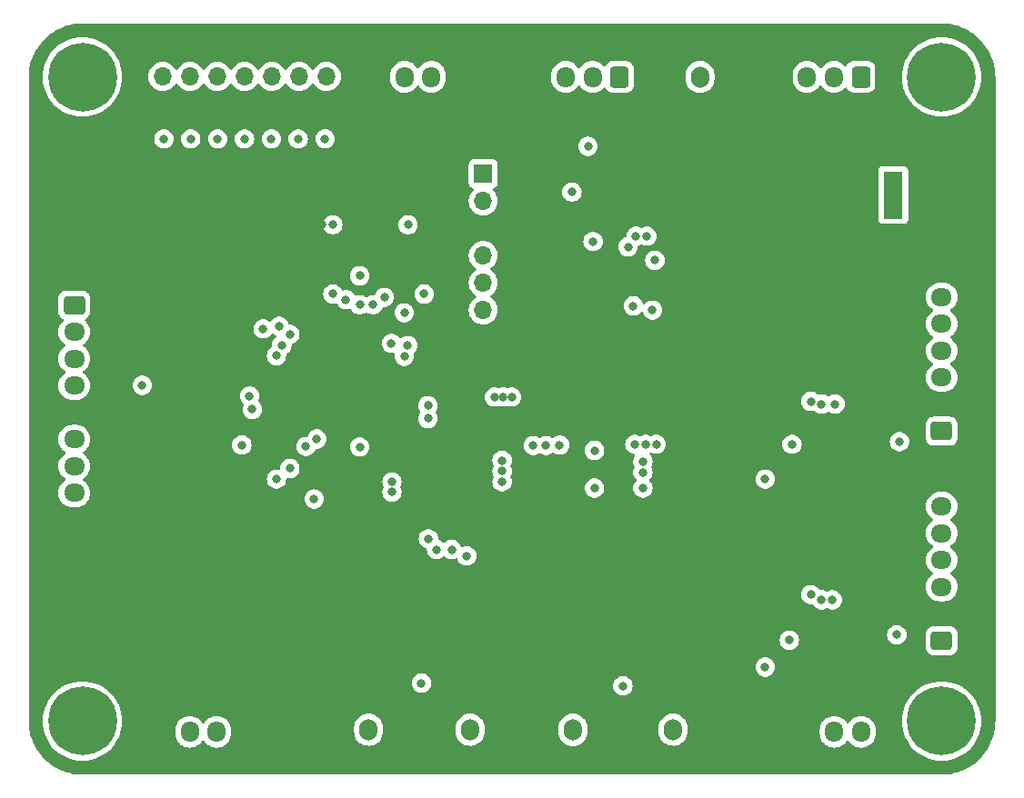
<source format=gbr>
%TF.GenerationSoftware,KiCad,Pcbnew,7.0.7*%
%TF.CreationDate,2023-10-25T17:12:00+02:00*%
%TF.ProjectId,kicad_chat-souris,6b696361-645f-4636-9861-742d736f7572,rev?*%
%TF.SameCoordinates,Original*%
%TF.FileFunction,Copper,L3,Inr*%
%TF.FilePolarity,Positive*%
%FSLAX46Y46*%
G04 Gerber Fmt 4.6, Leading zero omitted, Abs format (unit mm)*
G04 Created by KiCad (PCBNEW 7.0.7) date 2023-10-25 17:12:00*
%MOMM*%
%LPD*%
G01*
G04 APERTURE LIST*
G04 Aperture macros list*
%AMRoundRect*
0 Rectangle with rounded corners*
0 $1 Rounding radius*
0 $2 $3 $4 $5 $6 $7 $8 $9 X,Y pos of 4 corners*
0 Add a 4 corners polygon primitive as box body*
4,1,4,$2,$3,$4,$5,$6,$7,$8,$9,$2,$3,0*
0 Add four circle primitives for the rounded corners*
1,1,$1+$1,$2,$3*
1,1,$1+$1,$4,$5*
1,1,$1+$1,$6,$7*
1,1,$1+$1,$8,$9*
0 Add four rect primitives between the rounded corners*
20,1,$1+$1,$2,$3,$4,$5,0*
20,1,$1+$1,$4,$5,$6,$7,0*
20,1,$1+$1,$6,$7,$8,$9,0*
20,1,$1+$1,$8,$9,$2,$3,0*%
G04 Aperture macros list end*
%TA.AperFunction,ComponentPad*%
%ADD10RoundRect,0.250000X-0.600000X-0.725000X0.600000X-0.725000X0.600000X0.725000X-0.600000X0.725000X0*%
%TD*%
%TA.AperFunction,ComponentPad*%
%ADD11O,1.700000X1.950000*%
%TD*%
%TA.AperFunction,ComponentPad*%
%ADD12RoundRect,0.250000X0.600000X0.725000X-0.600000X0.725000X-0.600000X-0.725000X0.600000X-0.725000X0*%
%TD*%
%TA.AperFunction,ComponentPad*%
%ADD13C,0.800000*%
%TD*%
%TA.AperFunction,ComponentPad*%
%ADD14C,6.400000*%
%TD*%
%TA.AperFunction,ComponentPad*%
%ADD15R,1.700000X1.700000*%
%TD*%
%TA.AperFunction,ComponentPad*%
%ADD16O,1.700000X1.700000*%
%TD*%
%TA.AperFunction,ComponentPad*%
%ADD17RoundRect,0.250000X-0.600000X-0.750000X0.600000X-0.750000X0.600000X0.750000X-0.600000X0.750000X0*%
%TD*%
%TA.AperFunction,ComponentPad*%
%ADD18O,1.700000X2.000000*%
%TD*%
%TA.AperFunction,ComponentPad*%
%ADD19RoundRect,0.250000X0.725000X-0.600000X0.725000X0.600000X-0.725000X0.600000X-0.725000X-0.600000X0*%
%TD*%
%TA.AperFunction,ComponentPad*%
%ADD20O,1.950000X1.700000*%
%TD*%
%TA.AperFunction,ComponentPad*%
%ADD21RoundRect,0.250000X0.600000X0.750000X-0.600000X0.750000X-0.600000X-0.750000X0.600000X-0.750000X0*%
%TD*%
%TA.AperFunction,ComponentPad*%
%ADD22R,1.800000X4.400000*%
%TD*%
%TA.AperFunction,ComponentPad*%
%ADD23O,1.800000X4.000000*%
%TD*%
%TA.AperFunction,ComponentPad*%
%ADD24O,4.000000X1.800000*%
%TD*%
%TA.AperFunction,ComponentPad*%
%ADD25RoundRect,0.250000X-0.725000X0.600000X-0.725000X-0.600000X0.725000X-0.600000X0.725000X0.600000X0*%
%TD*%
%TA.AperFunction,ViaPad*%
%ADD26C,0.800000*%
%TD*%
G04 APERTURE END LIST*
D10*
%TO.N,GND*%
%TO.C,J601*%
X112500000Y-116000000D03*
D11*
%TO.N,+3V3*%
X115000000Y-116000000D03*
%TO.N,/STM32/Bordure_1*%
X117500000Y-116000000D03*
%TD*%
D12*
%TO.N,Li_Ion-*%
%TO.C,J803*%
X155000000Y-55000000D03*
D11*
%TO.N,Li_Ion_INTER*%
X152500000Y-55000000D03*
%TO.N,Li_Ion+*%
X150000000Y-55000000D03*
%TD*%
D13*
%TO.N,N/C*%
%TO.C,REF\u002A\u002A*%
X102600000Y-55000000D03*
X103302944Y-53302944D03*
X103302944Y-56697056D03*
X105000000Y-52600000D03*
D14*
X105000000Y-55000000D03*
D13*
X105000000Y-57400000D03*
X106697056Y-53302944D03*
X106697056Y-56697056D03*
X107400000Y-55000000D03*
%TD*%
D15*
%TO.N,GND*%
%TO.C,J2*%
X127710000Y-52420000D03*
D16*
%TO.N,Net-(J2-Pin_2)*%
X127710000Y-54960000D03*
%TO.N,GND*%
X125170000Y-52420000D03*
%TO.N,Net-(J2-Pin_4)*%
X125170000Y-54960000D03*
%TO.N,GND*%
X122630000Y-52420000D03*
%TO.N,Net-(J2-Pin_6)*%
X122630000Y-54960000D03*
%TO.N,GND*%
X120090000Y-52420000D03*
%TO.N,Net-(J2-Pin_8)*%
X120090000Y-54960000D03*
%TO.N,GND*%
X117550000Y-52420000D03*
%TO.N,Net-(J2-Pin_10)*%
X117550000Y-54960000D03*
%TO.N,GND*%
X115010000Y-52420000D03*
%TO.N,Net-(J2-Pin_12)*%
X115010000Y-54960000D03*
%TO.N,GND*%
X112470000Y-52420000D03*
%TO.N,Net-(J2-Pin_14)*%
X112470000Y-54960000D03*
%TD*%
D17*
%TO.N,GND*%
%TO.C,J505*%
X157500000Y-115800000D03*
D18*
%TO.N,/STM32/Bumper_4*%
X160000000Y-115800000D03*
%TD*%
D19*
%TO.N,Net-(J401-Pin_1)*%
%TO.C,J401*%
X185000000Y-88000000D03*
D20*
%TO.N,GND*%
X185000000Y-85500000D03*
%TO.N,/Drivers and motors connectors/ENCODER_1_A*%
X185000000Y-83000000D03*
%TO.N,/Drivers and motors connectors/ENCODER_1_B*%
X185000000Y-80500000D03*
%TO.N,+3V3*%
X185000000Y-78000000D03*
%TO.N,Net-(J401-Pin_6)*%
X185000000Y-75500000D03*
%TD*%
D21*
%TO.N,GND*%
%TO.C,J802*%
X165000000Y-55000000D03*
D18*
%TO.N,NiMh+*%
X162500000Y-55000000D03*
%TD*%
D17*
%TO.N,GND*%
%TO.C,J501*%
X129150000Y-115800000D03*
D18*
%TO.N,/STM32/Bumper_1*%
X131650000Y-115800000D03*
%TD*%
D13*
%TO.N,N/C*%
%TO.C,REF\u002A\u002A*%
X182600000Y-115000000D03*
X183302944Y-113302944D03*
X183302944Y-116697056D03*
X185000000Y-112600000D03*
D14*
X185000000Y-115000000D03*
D13*
X185000000Y-117400000D03*
X186697056Y-113302944D03*
X186697056Y-116697056D03*
X187400000Y-115000000D03*
%TD*%
D12*
%TO.N,GND*%
%TO.C,J602*%
X140000000Y-55000000D03*
D11*
%TO.N,+3V3*%
X137500000Y-55000000D03*
%TO.N,/STM32/Bordure_2*%
X135000000Y-55000000D03*
%TD*%
D13*
%TO.N,N/C*%
%TO.C,REF\u002A\u002A*%
X182600000Y-55000000D03*
X183302944Y-53302944D03*
X183302944Y-56697056D03*
X185000000Y-52600000D03*
D14*
X185000000Y-55000000D03*
D13*
X185000000Y-57400000D03*
X186697056Y-53302944D03*
X186697056Y-56697056D03*
X187400000Y-55000000D03*
%TD*%
D15*
%TO.N,unconnected-(U701-Key-Pad1)*%
%TO.C,U701*%
X142320000Y-64020000D03*
D16*
%TO.N,+5V*%
X142320000Y-66560000D03*
%TO.N,GND*%
X142320000Y-69100000D03*
%TO.N,/STM32/USART3_RX*%
X142320000Y-71640000D03*
%TO.N,/STM32/USART3_TX*%
X142320000Y-74180000D03*
%TO.N,unconnected-(U701-STATE-Pad6)*%
X142320000Y-76720000D03*
%TD*%
D22*
%TO.N,V_ALIM*%
%TO.C,J801*%
X180500000Y-66000000D03*
D23*
%TO.N,GND*%
X186300000Y-66000000D03*
D24*
X183500000Y-61200000D03*
%TD*%
D17*
%TO.N,GND*%
%TO.C,J502*%
X148170000Y-115820000D03*
D18*
%TO.N,/STM32/Bumper_3*%
X150670000Y-115820000D03*
%TD*%
D13*
%TO.N,N/C*%
%TO.C,REF\u002A\u002A*%
X102600000Y-115000000D03*
X103302944Y-113302944D03*
X103302944Y-116697056D03*
X105000000Y-112600000D03*
D14*
X105000000Y-115000000D03*
D13*
X105000000Y-117400000D03*
X106697056Y-113302944D03*
X106697056Y-116697056D03*
X107400000Y-115000000D03*
%TD*%
D25*
%TO.N,unconnected-(J503-Pin_1-Pad1)*%
%TO.C,J503*%
X104250000Y-76250000D03*
D20*
%TO.N,/STM32/LIDAR_MOTOR_ENABLE*%
X104250000Y-78750000D03*
%TO.N,/STM32/LIDAR_MESURE_ENABLE*%
X104250000Y-81250000D03*
%TO.N,/STM32/LIDAR_PWM*%
X104250000Y-83750000D03*
%TO.N,GND*%
X104250000Y-86250000D03*
%TO.N,/STM32/USART2_TX*%
X104250000Y-88750000D03*
%TO.N,/STM32/USART2_RX*%
X104250000Y-91250000D03*
%TO.N,+5V*%
X104250000Y-93750000D03*
%TD*%
D10*
%TO.N,GND*%
%TO.C,J603*%
X172500000Y-116000000D03*
D11*
%TO.N,+3V3*%
X175000000Y-116000000D03*
%TO.N,/STM32/Bordure_3*%
X177500000Y-116000000D03*
%TD*%
D17*
%TO.N,GND*%
%TO.C,J504*%
X138600000Y-115800000D03*
D18*
%TO.N,/STM32/Bumper_2*%
X141100000Y-115800000D03*
%TD*%
D19*
%TO.N,Net-(J402-Pin_1)*%
%TO.C,J402*%
X185000000Y-107500000D03*
D20*
%TO.N,GND*%
X185000000Y-105000000D03*
%TO.N,/Drivers and motors connectors/ENCODER_2_A*%
X185000000Y-102500000D03*
%TO.N,/Drivers and motors connectors/ENCODER_2_B*%
X185000000Y-100000000D03*
%TO.N,+3V3*%
X185000000Y-97500000D03*
%TO.N,Net-(J402-Pin_6)*%
X185000000Y-95000000D03*
%TD*%
D12*
%TO.N,unconnected-(J301-Pin_1-Pad1)*%
%TO.C,J301*%
X177470000Y-54990000D03*
D11*
%TO.N,+BATT*%
X174970000Y-54990000D03*
%TO.N,BAT+*%
X172470000Y-54990000D03*
%TD*%
D26*
%TO.N,GND*%
X119320000Y-96720000D03*
X125570000Y-97220000D03*
%TO.N,/STM32/NRST*%
X123070000Y-92470000D03*
%TO.N,GND*%
X126820000Y-106220000D03*
X131320000Y-100220000D03*
%TO.N,+3V3*%
X126570000Y-94320000D03*
%TO.N,GND*%
X129320000Y-89970000D03*
X139570000Y-91620000D03*
X174570000Y-86970000D03*
X176070000Y-104970000D03*
X176070000Y-88220000D03*
X164070000Y-75220000D03*
X158432500Y-87045000D03*
X176070000Y-89720000D03*
X114570000Y-66770000D03*
X160432500Y-84720000D03*
X135320000Y-64970000D03*
X140820000Y-84720000D03*
X127320000Y-68770000D03*
X118070000Y-74370000D03*
X134320000Y-71270000D03*
X113320000Y-74370000D03*
X174570000Y-88470000D03*
X162312500Y-95145000D03*
X174570000Y-107720000D03*
X171495000Y-75565000D03*
X174570000Y-89720000D03*
X174570000Y-106220000D03*
X145570000Y-89295000D03*
X150570000Y-71220000D03*
X108320000Y-74370000D03*
X176070000Y-106470000D03*
X176070000Y-86970000D03*
X174570000Y-104970000D03*
X167495000Y-72565000D03*
X176070000Y-107720000D03*
%TO.N,Li_Ion-*%
X150570000Y-65720000D03*
X158070000Y-76720000D03*
%TO.N,Li_Ion_INTER*%
X152070000Y-61470000D03*
%TO.N,+BATT*%
X148170000Y-89332500D03*
X157182500Y-90832500D03*
X168570000Y-109970000D03*
X146970000Y-89332500D03*
X168570000Y-92470000D03*
X157182500Y-91832500D03*
%TO.N,Net-(U301-VCC)*%
X152682500Y-89795000D03*
X149432500Y-89295000D03*
%TO.N,Net-(U301-SW)*%
X152682500Y-93295000D03*
X157182500Y-93295000D03*
%TO.N,+5V*%
X157432500Y-89220000D03*
X158432500Y-89220000D03*
X156432500Y-89220000D03*
X144970000Y-84820000D03*
X144170000Y-84820000D03*
X143370000Y-84820000D03*
%TO.N,+3V3*%
X110570000Y-83720000D03*
X171070000Y-89220000D03*
X130820000Y-73520000D03*
X144070000Y-90720000D03*
X155320000Y-111720000D03*
X144070000Y-91720000D03*
X180820000Y-106970000D03*
X128320000Y-68770000D03*
X135320000Y-68770000D03*
X136570000Y-111470000D03*
X144070000Y-92720000D03*
X170820000Y-107470000D03*
X181070000Y-88970000D03*
%TO.N,Net-(J401-Pin_1)*%
X175070000Y-85470000D03*
X173820000Y-85470000D03*
X172820000Y-85220000D03*
%TO.N,Net-(J402-Pin_1)*%
X174820000Y-103720000D03*
X173820000Y-103720000D03*
X172820000Y-103220000D03*
%TO.N,/Alimentation/BMS/Secu_Vc*%
X156545000Y-69832500D03*
X156295000Y-76332500D03*
%TO.N,/Alimentation/BMS/Secu_Sense*%
X158295000Y-72082500D03*
X157545000Y-69832500D03*
%TO.N,/STM32/LIDAR_PWM*%
X124320000Y-91470000D03*
%TO.N,/STM32/LIDAR_MOTOR_ENABLE*%
X126820000Y-88720000D03*
%TO.N,/STM32/LIDAR_MESURE_ENABLE*%
X125820000Y-89419500D03*
%TO.N,/STM32/NRST*%
X119840023Y-89290023D03*
X130820000Y-89470000D03*
%TO.N,/Drivers and motors connectors/MOTOR_1_FWD*%
X133820000Y-93669503D03*
X139370000Y-99020000D03*
%TO.N,/Drivers and motors connectors/MOTOR_1_REV*%
X133820000Y-92720000D03*
X140770000Y-99620000D03*
%TO.N,/STM32/USART2_TX*%
X137220500Y-98020000D03*
%TO.N,/STM32/USART2_RX*%
X137970000Y-99020000D03*
%TO.N,/Drivers and motors connectors/ENCODER_2_A*%
X137170000Y-86820000D03*
%TO.N,/Drivers and motors connectors/ENCODER_2_B*%
X137170000Y-85620000D03*
%TO.N,/STM32/I2C_SCL*%
X136820000Y-75220000D03*
X133107183Y-75534083D03*
%TO.N,/STM32/Bordure_1*%
X128320000Y-75220000D03*
%TO.N,/STM32/Bordure_3*%
X135299977Y-80020000D03*
%TO.N,/Drivers and motors connectors/ENCODER_1_B*%
X134970000Y-76970000D03*
%TO.N,/Drivers and motors connectors/ENCODER_1_A*%
X132070000Y-76220000D03*
%TO.N,/STM32/Bumper_1*%
X129540023Y-75749977D03*
%TO.N,/STM32/Bumper_2*%
X130820000Y-76220000D03*
%TO.N,/STM32/Bumper_3*%
X133770000Y-79820000D03*
%TO.N,/STM32/Bumper_4*%
X134970000Y-81020000D03*
%TO.N,/STM32/PD0*%
X117590000Y-60770000D03*
X123070000Y-80970000D03*
%TO.N,/STM32/PD1*%
X123570000Y-79970000D03*
X120090000Y-60770000D03*
%TO.N,/STM32/PD2*%
X127590000Y-60770000D03*
X124320000Y-78970000D03*
%TO.N,/STM32/PD3*%
X125090000Y-60770000D03*
X123320000Y-78220000D03*
%TO.N,/STM32/PD4*%
X122590000Y-60770000D03*
X121820000Y-78470000D03*
%TO.N,/STM32/PD5*%
X115090000Y-60770000D03*
X120570000Y-84720000D03*
%TO.N,/STM32/PD6*%
X112590000Y-60770000D03*
X120820000Y-85970000D03*
%TO.N,/Alimentation/BMS/Secu_Vout*%
X152545000Y-70332500D03*
X155795000Y-70832500D03*
%TD*%
%TA.AperFunction,Conductor*%
%TO.N,GND*%
G36*
X185217318Y-50009488D02*
G01*
X185415934Y-50018160D01*
X185420865Y-50018574D01*
X185636792Y-50045489D01*
X185832940Y-50071313D01*
X185837265Y-50071883D01*
X185841894Y-50072671D01*
X186054183Y-50117183D01*
X186252534Y-50161157D01*
X186256778Y-50162257D01*
X186464544Y-50224112D01*
X186658658Y-50285317D01*
X186662530Y-50286680D01*
X186864457Y-50365472D01*
X187052817Y-50443494D01*
X187056252Y-50445045D01*
X187131343Y-50481755D01*
X187250992Y-50540249D01*
X187388629Y-50611897D01*
X187432009Y-50634479D01*
X187435107Y-50636207D01*
X187621382Y-50747202D01*
X187793662Y-50856957D01*
X187796377Y-50858789D01*
X187972918Y-50984837D01*
X188135098Y-51109282D01*
X188137426Y-51111159D01*
X188303055Y-51251439D01*
X188454895Y-51390574D01*
X188609424Y-51545103D01*
X188673278Y-51614787D01*
X188748555Y-51696938D01*
X188763008Y-51714003D01*
X188888839Y-51862572D01*
X188890716Y-51864900D01*
X189015162Y-52027081D01*
X189141209Y-52203621D01*
X189143040Y-52206335D01*
X189252797Y-52378617D01*
X189363791Y-52564891D01*
X189365525Y-52568000D01*
X189459750Y-52749007D01*
X189495395Y-52821917D01*
X189554953Y-52943744D01*
X189556524Y-52947229D01*
X189634536Y-53135566D01*
X189713309Y-53337445D01*
X189714681Y-53341340D01*
X189775899Y-53535496D01*
X189837735Y-53743200D01*
X189838843Y-53747472D01*
X189882818Y-53945826D01*
X189927326Y-54158101D01*
X189928115Y-54162733D01*
X189954524Y-54363319D01*
X189981422Y-54579114D01*
X189981839Y-54584080D01*
X189990513Y-54782728D01*
X189999500Y-55000000D01*
X189999500Y-115000000D01*
X189990513Y-115217271D01*
X189981839Y-115415918D01*
X189981422Y-115420884D01*
X189954524Y-115636680D01*
X189928115Y-115837265D01*
X189927326Y-115841897D01*
X189882818Y-116054173D01*
X189838843Y-116252526D01*
X189837735Y-116256798D01*
X189775899Y-116464503D01*
X189714681Y-116658658D01*
X189713309Y-116662552D01*
X189634536Y-116864433D01*
X189556524Y-117052769D01*
X189554944Y-117056274D01*
X189459750Y-117250992D01*
X189365525Y-117431998D01*
X189363791Y-117435107D01*
X189252797Y-117621382D01*
X189143040Y-117793663D01*
X189141209Y-117796377D01*
X189015162Y-117972918D01*
X188890716Y-118135099D01*
X188888839Y-118137426D01*
X188748557Y-118303059D01*
X188609426Y-118454895D01*
X188454895Y-118609426D01*
X188303059Y-118748557D01*
X188137426Y-118888839D01*
X188135099Y-118890716D01*
X187972918Y-119015162D01*
X187796377Y-119141209D01*
X187793663Y-119143040D01*
X187621382Y-119252797D01*
X187435107Y-119363791D01*
X187431998Y-119365525D01*
X187250992Y-119459750D01*
X187056274Y-119554944D01*
X187052769Y-119556524D01*
X186864433Y-119634536D01*
X186662552Y-119713309D01*
X186658658Y-119714681D01*
X186464503Y-119775899D01*
X186256798Y-119837735D01*
X186252526Y-119838843D01*
X186054173Y-119882818D01*
X185841897Y-119927326D01*
X185837265Y-119928115D01*
X185636680Y-119954524D01*
X185420884Y-119981422D01*
X185415918Y-119981839D01*
X185217271Y-119990513D01*
X185000000Y-119999500D01*
X105000000Y-119999500D01*
X104782728Y-119990513D01*
X104584080Y-119981839D01*
X104579114Y-119981422D01*
X104363319Y-119954524D01*
X104162733Y-119928115D01*
X104158101Y-119927326D01*
X103945826Y-119882818D01*
X103747472Y-119838843D01*
X103743200Y-119837735D01*
X103535496Y-119775899D01*
X103341340Y-119714681D01*
X103337445Y-119713309D01*
X103135566Y-119634536D01*
X102947229Y-119556524D01*
X102943744Y-119554953D01*
X102884503Y-119525992D01*
X102749007Y-119459750D01*
X102568000Y-119365525D01*
X102564891Y-119363791D01*
X102378617Y-119252797D01*
X102206335Y-119143040D01*
X102203621Y-119141209D01*
X102027081Y-119015162D01*
X101864900Y-118890716D01*
X101862572Y-118888839D01*
X101696940Y-118748557D01*
X101545103Y-118609424D01*
X101390574Y-118454895D01*
X101251439Y-118303055D01*
X101111159Y-118137426D01*
X101109282Y-118135098D01*
X100984837Y-117972918D01*
X100858789Y-117796377D01*
X100856957Y-117793662D01*
X100747202Y-117621382D01*
X100636207Y-117435107D01*
X100634473Y-117431998D01*
X100540249Y-117250992D01*
X100478181Y-117124032D01*
X100445045Y-117056252D01*
X100443494Y-117052817D01*
X100365463Y-116864433D01*
X100286680Y-116662530D01*
X100285317Y-116658658D01*
X100263245Y-116588655D01*
X100224100Y-116464503D01*
X100162257Y-116256778D01*
X100161155Y-116252526D01*
X100150710Y-116205413D01*
X100117175Y-116054145D01*
X100111495Y-116027057D01*
X100072671Y-115841894D01*
X100071883Y-115837265D01*
X100063084Y-115770429D01*
X100045489Y-115636791D01*
X100018574Y-115420865D01*
X100018160Y-115415934D01*
X100009486Y-115217271D01*
X100000500Y-115000000D01*
X101294422Y-115000000D01*
X101314722Y-115387339D01*
X101375397Y-115770427D01*
X101375397Y-115770429D01*
X101475788Y-116145094D01*
X101614787Y-116507197D01*
X101790877Y-116852793D01*
X102002122Y-117178082D01*
X102105432Y-117305659D01*
X102246219Y-117479516D01*
X102520484Y-117753781D01*
X102520488Y-117753784D01*
X102821917Y-117997877D01*
X103036804Y-118137426D01*
X103147211Y-118209125D01*
X103492806Y-118385214D01*
X103854913Y-118524214D01*
X104229567Y-118624602D01*
X104612662Y-118685278D01*
X104978576Y-118704455D01*
X104999999Y-118705578D01*
X105000000Y-118705578D01*
X105000001Y-118705578D01*
X105020300Y-118704514D01*
X105387338Y-118685278D01*
X105770433Y-118624602D01*
X106145087Y-118524214D01*
X106507194Y-118385214D01*
X106852789Y-118209125D01*
X107178084Y-117997876D01*
X107479516Y-117753781D01*
X107753781Y-117479516D01*
X107997876Y-117178084D01*
X108209125Y-116852789D01*
X108385214Y-116507194D01*
X108509290Y-116183966D01*
X113649500Y-116183966D01*
X113664936Y-116360403D01*
X113664938Y-116360413D01*
X113726094Y-116588655D01*
X113726096Y-116588659D01*
X113726097Y-116588663D01*
X113760552Y-116662552D01*
X113825964Y-116802828D01*
X113825965Y-116802830D01*
X113961505Y-116996402D01*
X114089136Y-117124032D01*
X114128599Y-117163495D01*
X114214873Y-117223905D01*
X114322165Y-117299032D01*
X114322167Y-117299033D01*
X114322170Y-117299035D01*
X114536337Y-117398903D01*
X114764592Y-117460063D01*
X114952918Y-117476539D01*
X114999999Y-117480659D01*
X115000000Y-117480659D01*
X115000001Y-117480659D01*
X115039234Y-117477226D01*
X115235408Y-117460063D01*
X115463663Y-117398903D01*
X115677829Y-117299035D01*
X115871401Y-117163495D01*
X116038495Y-116996401D01*
X116148426Y-116839401D01*
X116203001Y-116795778D01*
X116272500Y-116788584D01*
X116334855Y-116820106D01*
X116351571Y-116839398D01*
X116422144Y-116940187D01*
X116461506Y-116996403D01*
X116589136Y-117124032D01*
X116628599Y-117163495D01*
X116714873Y-117223905D01*
X116822165Y-117299032D01*
X116822167Y-117299033D01*
X116822170Y-117299035D01*
X117036337Y-117398903D01*
X117264592Y-117460063D01*
X117452918Y-117476539D01*
X117499999Y-117480659D01*
X117500000Y-117480659D01*
X117500001Y-117480659D01*
X117539234Y-117477226D01*
X117735408Y-117460063D01*
X117963663Y-117398903D01*
X118177829Y-117299035D01*
X118371401Y-117163495D01*
X118538495Y-116996401D01*
X118674035Y-116802829D01*
X118773903Y-116588663D01*
X118835063Y-116360408D01*
X118850500Y-116183966D01*
X118850500Y-116008966D01*
X130299500Y-116008966D01*
X130314936Y-116185403D01*
X130314938Y-116185413D01*
X130376094Y-116413655D01*
X130376096Y-116413659D01*
X130376097Y-116413663D01*
X130419712Y-116507194D01*
X130475964Y-116627828D01*
X130475965Y-116627830D01*
X130611505Y-116821402D01*
X130778596Y-116988493D01*
X130778599Y-116988495D01*
X130870392Y-117052769D01*
X130972165Y-117124032D01*
X130972167Y-117124033D01*
X130972170Y-117124035D01*
X131186337Y-117223903D01*
X131414592Y-117285063D01*
X131602918Y-117301539D01*
X131649999Y-117305659D01*
X131650000Y-117305659D01*
X131650001Y-117305659D01*
X131689234Y-117302226D01*
X131885408Y-117285063D01*
X132113663Y-117223903D01*
X132327829Y-117124035D01*
X132521401Y-116988495D01*
X132688495Y-116821401D01*
X132824035Y-116627829D01*
X132923903Y-116413663D01*
X132985063Y-116185408D01*
X133000500Y-116008966D01*
X139749500Y-116008966D01*
X139764936Y-116185403D01*
X139764938Y-116185413D01*
X139826094Y-116413655D01*
X139826096Y-116413659D01*
X139826097Y-116413663D01*
X139869712Y-116507194D01*
X139925964Y-116627828D01*
X139925965Y-116627830D01*
X140061505Y-116821402D01*
X140228597Y-116988493D01*
X140228599Y-116988495D01*
X140320392Y-117052769D01*
X140422165Y-117124032D01*
X140422167Y-117124033D01*
X140422170Y-117124035D01*
X140636337Y-117223903D01*
X140864592Y-117285063D01*
X141052918Y-117301539D01*
X141099999Y-117305659D01*
X141100000Y-117305659D01*
X141100001Y-117305659D01*
X141139234Y-117302226D01*
X141335408Y-117285063D01*
X141563663Y-117223903D01*
X141777829Y-117124035D01*
X141971401Y-116988495D01*
X142138495Y-116821401D01*
X142274035Y-116627829D01*
X142373903Y-116413663D01*
X142435063Y-116185408D01*
X142448750Y-116028966D01*
X149319500Y-116028966D01*
X149334936Y-116205403D01*
X149334938Y-116205413D01*
X149396094Y-116433655D01*
X149396096Y-116433659D01*
X149396097Y-116433663D01*
X149410478Y-116464503D01*
X149495964Y-116647828D01*
X149495965Y-116647830D01*
X149631505Y-116841402D01*
X149778597Y-116988493D01*
X149798599Y-117008495D01*
X149895384Y-117076265D01*
X149992165Y-117144032D01*
X149992167Y-117144033D01*
X149992170Y-117144035D01*
X150206337Y-117243903D01*
X150434592Y-117305063D01*
X150622918Y-117321539D01*
X150669999Y-117325659D01*
X150670000Y-117325659D01*
X150670001Y-117325659D01*
X150709234Y-117322226D01*
X150905408Y-117305063D01*
X151133663Y-117243903D01*
X151347829Y-117144035D01*
X151541401Y-117008495D01*
X151708495Y-116841401D01*
X151844035Y-116647829D01*
X151943903Y-116433663D01*
X152005063Y-116205408D01*
X152020500Y-116028966D01*
X152020500Y-116008966D01*
X158649500Y-116008966D01*
X158664936Y-116185403D01*
X158664938Y-116185413D01*
X158726094Y-116413655D01*
X158726096Y-116413659D01*
X158726097Y-116413663D01*
X158769712Y-116507194D01*
X158825964Y-116627828D01*
X158825965Y-116627830D01*
X158961505Y-116821402D01*
X159128597Y-116988493D01*
X159128599Y-116988495D01*
X159220392Y-117052769D01*
X159322165Y-117124032D01*
X159322167Y-117124033D01*
X159322170Y-117124035D01*
X159536337Y-117223903D01*
X159764592Y-117285063D01*
X159952918Y-117301539D01*
X159999999Y-117305659D01*
X160000000Y-117305659D01*
X160000001Y-117305659D01*
X160039234Y-117302226D01*
X160235408Y-117285063D01*
X160463663Y-117223903D01*
X160677829Y-117124035D01*
X160871401Y-116988495D01*
X161038495Y-116821401D01*
X161174035Y-116627829D01*
X161273903Y-116413663D01*
X161335063Y-116185408D01*
X161335189Y-116183966D01*
X173649500Y-116183966D01*
X173664936Y-116360403D01*
X173664938Y-116360413D01*
X173726094Y-116588655D01*
X173726096Y-116588659D01*
X173726097Y-116588663D01*
X173760552Y-116662552D01*
X173825964Y-116802828D01*
X173825965Y-116802830D01*
X173961505Y-116996402D01*
X174089136Y-117124032D01*
X174128599Y-117163495D01*
X174214873Y-117223905D01*
X174322165Y-117299032D01*
X174322167Y-117299033D01*
X174322170Y-117299035D01*
X174536337Y-117398903D01*
X174764592Y-117460063D01*
X174952918Y-117476539D01*
X174999999Y-117480659D01*
X175000000Y-117480659D01*
X175000001Y-117480659D01*
X175039234Y-117477226D01*
X175235408Y-117460063D01*
X175463663Y-117398903D01*
X175677829Y-117299035D01*
X175871401Y-117163495D01*
X176038495Y-116996401D01*
X176148426Y-116839401D01*
X176203001Y-116795778D01*
X176272500Y-116788584D01*
X176334855Y-116820106D01*
X176351571Y-116839398D01*
X176422144Y-116940187D01*
X176461506Y-116996403D01*
X176589136Y-117124032D01*
X176628599Y-117163495D01*
X176714873Y-117223905D01*
X176822165Y-117299032D01*
X176822167Y-117299033D01*
X176822170Y-117299035D01*
X177036337Y-117398903D01*
X177264592Y-117460063D01*
X177452918Y-117476539D01*
X177499999Y-117480659D01*
X177500000Y-117480659D01*
X177500001Y-117480659D01*
X177539234Y-117477226D01*
X177735408Y-117460063D01*
X177963663Y-117398903D01*
X178177829Y-117299035D01*
X178371401Y-117163495D01*
X178538495Y-116996401D01*
X178674035Y-116802829D01*
X178773903Y-116588663D01*
X178835063Y-116360408D01*
X178850500Y-116183966D01*
X178850500Y-115816034D01*
X178835063Y-115639592D01*
X178780134Y-115434592D01*
X178773905Y-115411344D01*
X178773904Y-115411343D01*
X178773903Y-115411337D01*
X178674035Y-115197171D01*
X178661936Y-115179891D01*
X178538494Y-115003597D01*
X178534897Y-115000000D01*
X181294422Y-115000000D01*
X181314722Y-115387339D01*
X181375397Y-115770427D01*
X181375397Y-115770429D01*
X181475788Y-116145094D01*
X181614787Y-116507197D01*
X181790877Y-116852793D01*
X182002122Y-117178082D01*
X182105432Y-117305659D01*
X182246219Y-117479516D01*
X182520484Y-117753781D01*
X182520488Y-117753784D01*
X182821917Y-117997877D01*
X183036804Y-118137426D01*
X183147211Y-118209125D01*
X183492806Y-118385214D01*
X183854913Y-118524214D01*
X184229567Y-118624602D01*
X184612662Y-118685278D01*
X184978576Y-118704455D01*
X184999999Y-118705578D01*
X185000000Y-118705578D01*
X185000001Y-118705578D01*
X185020300Y-118704514D01*
X185387338Y-118685278D01*
X185770433Y-118624602D01*
X186145087Y-118524214D01*
X186507194Y-118385214D01*
X186852789Y-118209125D01*
X187178084Y-117997876D01*
X187479516Y-117753781D01*
X187753781Y-117479516D01*
X187997876Y-117178084D01*
X188209125Y-116852789D01*
X188385214Y-116507194D01*
X188524214Y-116145087D01*
X188624602Y-115770433D01*
X188685278Y-115387338D01*
X188705578Y-115000000D01*
X188685278Y-114612662D01*
X188624602Y-114229567D01*
X188524214Y-113854913D01*
X188385214Y-113492806D01*
X188209125Y-113147211D01*
X187997876Y-112821916D01*
X187753781Y-112520484D01*
X187479516Y-112246219D01*
X187178198Y-112002216D01*
X187178082Y-112002122D01*
X186852793Y-111790877D01*
X186507197Y-111614787D01*
X186145094Y-111475788D01*
X186123493Y-111470000D01*
X185770433Y-111375398D01*
X185770429Y-111375397D01*
X185770428Y-111375397D01*
X185387339Y-111314722D01*
X185000001Y-111294422D01*
X184999999Y-111294422D01*
X184612660Y-111314722D01*
X184229572Y-111375397D01*
X184229570Y-111375397D01*
X183854905Y-111475788D01*
X183492802Y-111614787D01*
X183147206Y-111790877D01*
X182821917Y-112002122D01*
X182520488Y-112246215D01*
X182520480Y-112246222D01*
X182246222Y-112520480D01*
X182246215Y-112520488D01*
X182002122Y-112821917D01*
X181790877Y-113147206D01*
X181614787Y-113492802D01*
X181475788Y-113854905D01*
X181375397Y-114229570D01*
X181375397Y-114229572D01*
X181314722Y-114612660D01*
X181294422Y-114999999D01*
X181294422Y-115000000D01*
X178534897Y-115000000D01*
X178371402Y-114836506D01*
X178371395Y-114836501D01*
X178177834Y-114700967D01*
X178177830Y-114700965D01*
X178177828Y-114700964D01*
X177963663Y-114601097D01*
X177963659Y-114601096D01*
X177963655Y-114601094D01*
X177735413Y-114539938D01*
X177735403Y-114539936D01*
X177500001Y-114519341D01*
X177499999Y-114519341D01*
X177264596Y-114539936D01*
X177264586Y-114539938D01*
X177036344Y-114601094D01*
X177036335Y-114601098D01*
X176822171Y-114700964D01*
X176822169Y-114700965D01*
X176628597Y-114836505D01*
X176461505Y-115003597D01*
X176351575Y-115160595D01*
X176296998Y-115204220D01*
X176227500Y-115211414D01*
X176165145Y-115179891D01*
X176148425Y-115160595D01*
X176038494Y-115003597D01*
X175871402Y-114836506D01*
X175871395Y-114836501D01*
X175677834Y-114700967D01*
X175677830Y-114700965D01*
X175677828Y-114700964D01*
X175463663Y-114601097D01*
X175463659Y-114601096D01*
X175463655Y-114601094D01*
X175235413Y-114539938D01*
X175235403Y-114539936D01*
X175000001Y-114519341D01*
X174999999Y-114519341D01*
X174764596Y-114539936D01*
X174764586Y-114539938D01*
X174536344Y-114601094D01*
X174536335Y-114601098D01*
X174322171Y-114700964D01*
X174322169Y-114700965D01*
X174128597Y-114836505D01*
X173961505Y-115003597D01*
X173825965Y-115197169D01*
X173825964Y-115197171D01*
X173726098Y-115411335D01*
X173726094Y-115411344D01*
X173664938Y-115639586D01*
X173664936Y-115639596D01*
X173649500Y-115816034D01*
X173649500Y-116183966D01*
X161335189Y-116183966D01*
X161350500Y-116008966D01*
X161350500Y-115591034D01*
X161335063Y-115414592D01*
X161273903Y-115186337D01*
X161174035Y-114972171D01*
X161079039Y-114836501D01*
X161038494Y-114778597D01*
X160871402Y-114611506D01*
X160871395Y-114611501D01*
X160856532Y-114601094D01*
X160769193Y-114539938D01*
X160677834Y-114475967D01*
X160677830Y-114475965D01*
X160677829Y-114475964D01*
X160463663Y-114376097D01*
X160463659Y-114376096D01*
X160463655Y-114376094D01*
X160235413Y-114314938D01*
X160235403Y-114314936D01*
X160000001Y-114294341D01*
X159999999Y-114294341D01*
X159764596Y-114314936D01*
X159764586Y-114314938D01*
X159536344Y-114376094D01*
X159536335Y-114376098D01*
X159322171Y-114475964D01*
X159322169Y-114475965D01*
X159128597Y-114611505D01*
X158961505Y-114778597D01*
X158825965Y-114972169D01*
X158825964Y-114972171D01*
X158726098Y-115186335D01*
X158726094Y-115186344D01*
X158664938Y-115414586D01*
X158664936Y-115414596D01*
X158649500Y-115591034D01*
X158649500Y-116008966D01*
X152020500Y-116008966D01*
X152020500Y-115611034D01*
X152005063Y-115434592D01*
X151943903Y-115206337D01*
X151844035Y-114992171D01*
X151735035Y-114836501D01*
X151708494Y-114798597D01*
X151541402Y-114631506D01*
X151541395Y-114631501D01*
X151514487Y-114612660D01*
X151497970Y-114601094D01*
X151347834Y-114495967D01*
X151347830Y-114495965D01*
X151304938Y-114475964D01*
X151133663Y-114396097D01*
X151133659Y-114396096D01*
X151133655Y-114396094D01*
X150905413Y-114334938D01*
X150905403Y-114334936D01*
X150670001Y-114314341D01*
X150669999Y-114314341D01*
X150434596Y-114334936D01*
X150434586Y-114334938D01*
X150206344Y-114396094D01*
X150206335Y-114396098D01*
X149992171Y-114495964D01*
X149992169Y-114495965D01*
X149798597Y-114631505D01*
X149631505Y-114798597D01*
X149495965Y-114992169D01*
X149495964Y-114992171D01*
X149396098Y-115206335D01*
X149396094Y-115206344D01*
X149334938Y-115434586D01*
X149334936Y-115434596D01*
X149319500Y-115611034D01*
X149319500Y-116028966D01*
X142448750Y-116028966D01*
X142450500Y-116008966D01*
X142450500Y-115591034D01*
X142435063Y-115414592D01*
X142373903Y-115186337D01*
X142274035Y-114972171D01*
X142179039Y-114836501D01*
X142138494Y-114778597D01*
X141971402Y-114611506D01*
X141971395Y-114611501D01*
X141956532Y-114601094D01*
X141869193Y-114539938D01*
X141777834Y-114475967D01*
X141777830Y-114475965D01*
X141777829Y-114475964D01*
X141563663Y-114376097D01*
X141563659Y-114376096D01*
X141563655Y-114376094D01*
X141335413Y-114314938D01*
X141335403Y-114314936D01*
X141100001Y-114294341D01*
X141099999Y-114294341D01*
X140864596Y-114314936D01*
X140864586Y-114314938D01*
X140636344Y-114376094D01*
X140636335Y-114376098D01*
X140422171Y-114475964D01*
X140422169Y-114475965D01*
X140228597Y-114611505D01*
X140061505Y-114778597D01*
X139925965Y-114972169D01*
X139925964Y-114972171D01*
X139826098Y-115186335D01*
X139826094Y-115186344D01*
X139764938Y-115414586D01*
X139764936Y-115414596D01*
X139749500Y-115591034D01*
X139749500Y-116008966D01*
X133000500Y-116008966D01*
X133000500Y-115591034D01*
X132985063Y-115414592D01*
X132923903Y-115186337D01*
X132824035Y-114972171D01*
X132729039Y-114836501D01*
X132688494Y-114778597D01*
X132521402Y-114611506D01*
X132521395Y-114611501D01*
X132506532Y-114601094D01*
X132419193Y-114539938D01*
X132327834Y-114475967D01*
X132327830Y-114475965D01*
X132327828Y-114475964D01*
X132113663Y-114376097D01*
X132113659Y-114376096D01*
X132113655Y-114376094D01*
X131885413Y-114314938D01*
X131885403Y-114314936D01*
X131650001Y-114294341D01*
X131649999Y-114294341D01*
X131414596Y-114314936D01*
X131414586Y-114314938D01*
X131186344Y-114376094D01*
X131186335Y-114376098D01*
X130972171Y-114475964D01*
X130972169Y-114475965D01*
X130778597Y-114611505D01*
X130611505Y-114778597D01*
X130475965Y-114972169D01*
X130475964Y-114972171D01*
X130376098Y-115186335D01*
X130376094Y-115186344D01*
X130314938Y-115414586D01*
X130314936Y-115414596D01*
X130299500Y-115591034D01*
X130299500Y-116008966D01*
X118850500Y-116008966D01*
X118850500Y-115816034D01*
X118835063Y-115639592D01*
X118780134Y-115434592D01*
X118773905Y-115411344D01*
X118773904Y-115411343D01*
X118773903Y-115411337D01*
X118674035Y-115197171D01*
X118661936Y-115179891D01*
X118538494Y-115003597D01*
X118371402Y-114836506D01*
X118371395Y-114836501D01*
X118177834Y-114700967D01*
X118177830Y-114700965D01*
X118177829Y-114700964D01*
X117963663Y-114601097D01*
X117963659Y-114601096D01*
X117963655Y-114601094D01*
X117735413Y-114539938D01*
X117735403Y-114539936D01*
X117500001Y-114519341D01*
X117499999Y-114519341D01*
X117264596Y-114539936D01*
X117264586Y-114539938D01*
X117036344Y-114601094D01*
X117036335Y-114601098D01*
X116822171Y-114700964D01*
X116822169Y-114700965D01*
X116628597Y-114836505D01*
X116461505Y-115003597D01*
X116351575Y-115160595D01*
X116296998Y-115204220D01*
X116227500Y-115211414D01*
X116165145Y-115179891D01*
X116148425Y-115160595D01*
X116038494Y-115003597D01*
X115871402Y-114836506D01*
X115871395Y-114836501D01*
X115677834Y-114700967D01*
X115677830Y-114700965D01*
X115677829Y-114700964D01*
X115463663Y-114601097D01*
X115463659Y-114601096D01*
X115463655Y-114601094D01*
X115235413Y-114539938D01*
X115235403Y-114539936D01*
X115000001Y-114519341D01*
X114999999Y-114519341D01*
X114764596Y-114539936D01*
X114764586Y-114539938D01*
X114536344Y-114601094D01*
X114536335Y-114601098D01*
X114322171Y-114700964D01*
X114322169Y-114700965D01*
X114128597Y-114836505D01*
X113961505Y-115003597D01*
X113825965Y-115197169D01*
X113825964Y-115197171D01*
X113726098Y-115411335D01*
X113726094Y-115411344D01*
X113664938Y-115639586D01*
X113664936Y-115639596D01*
X113649500Y-115816034D01*
X113649500Y-116183966D01*
X108509290Y-116183966D01*
X108524214Y-116145087D01*
X108624602Y-115770433D01*
X108685278Y-115387338D01*
X108705578Y-115000000D01*
X108685278Y-114612662D01*
X108624602Y-114229567D01*
X108524214Y-113854913D01*
X108385214Y-113492806D01*
X108209125Y-113147211D01*
X107997876Y-112821916D01*
X107753781Y-112520484D01*
X107479516Y-112246219D01*
X107178198Y-112002216D01*
X107178082Y-112002122D01*
X106852793Y-111790877D01*
X106507197Y-111614787D01*
X106145094Y-111475788D01*
X106123493Y-111470000D01*
X135664540Y-111470000D01*
X135684326Y-111658256D01*
X135684327Y-111658259D01*
X135742818Y-111838277D01*
X135742821Y-111838284D01*
X135837467Y-112002216D01*
X135964128Y-112142888D01*
X135964129Y-112142888D01*
X136117265Y-112254148D01*
X136117270Y-112254151D01*
X136290192Y-112331142D01*
X136290197Y-112331144D01*
X136475354Y-112370500D01*
X136475355Y-112370500D01*
X136664644Y-112370500D01*
X136664646Y-112370500D01*
X136849803Y-112331144D01*
X137022730Y-112254151D01*
X137175871Y-112142888D01*
X137302533Y-112002216D01*
X137397179Y-111838284D01*
X137435612Y-111720000D01*
X154414540Y-111720000D01*
X154434326Y-111908256D01*
X154434327Y-111908259D01*
X154492818Y-112088277D01*
X154492821Y-112088284D01*
X154587467Y-112252216D01*
X154693971Y-112370500D01*
X154714129Y-112392888D01*
X154867265Y-112504148D01*
X154867270Y-112504151D01*
X155040192Y-112581142D01*
X155040197Y-112581144D01*
X155225354Y-112620500D01*
X155225355Y-112620500D01*
X155414644Y-112620500D01*
X155414646Y-112620500D01*
X155599803Y-112581144D01*
X155772730Y-112504151D01*
X155925871Y-112392888D01*
X156052533Y-112252216D01*
X156147179Y-112088284D01*
X156205674Y-111908256D01*
X156225460Y-111720000D01*
X156205674Y-111531744D01*
X156147179Y-111351716D01*
X156052533Y-111187784D01*
X155925871Y-111047112D01*
X155925870Y-111047111D01*
X155772734Y-110935851D01*
X155772729Y-110935848D01*
X155599807Y-110858857D01*
X155599802Y-110858855D01*
X155454000Y-110827865D01*
X155414646Y-110819500D01*
X155225354Y-110819500D01*
X155192897Y-110826398D01*
X155040197Y-110858855D01*
X155040192Y-110858857D01*
X154867270Y-110935848D01*
X154867265Y-110935851D01*
X154714129Y-111047111D01*
X154587466Y-111187785D01*
X154492821Y-111351715D01*
X154492818Y-111351722D01*
X154452507Y-111475788D01*
X154434326Y-111531744D01*
X154414540Y-111720000D01*
X137435612Y-111720000D01*
X137455674Y-111658256D01*
X137475460Y-111470000D01*
X137455674Y-111281744D01*
X137397179Y-111101716D01*
X137302533Y-110937784D01*
X137175871Y-110797112D01*
X137175870Y-110797111D01*
X137022734Y-110685851D01*
X137022729Y-110685848D01*
X136849807Y-110608857D01*
X136849802Y-110608855D01*
X136704000Y-110577865D01*
X136664646Y-110569500D01*
X136475354Y-110569500D01*
X136442897Y-110576398D01*
X136290197Y-110608855D01*
X136290192Y-110608857D01*
X136117270Y-110685848D01*
X136117265Y-110685851D01*
X135964129Y-110797111D01*
X135837466Y-110937785D01*
X135742821Y-111101715D01*
X135742818Y-111101722D01*
X135714855Y-111187785D01*
X135684326Y-111281744D01*
X135664540Y-111470000D01*
X106123493Y-111470000D01*
X105770433Y-111375398D01*
X105770429Y-111375397D01*
X105770428Y-111375397D01*
X105387339Y-111314722D01*
X105000001Y-111294422D01*
X104999999Y-111294422D01*
X104612660Y-111314722D01*
X104229572Y-111375397D01*
X104229570Y-111375397D01*
X103854905Y-111475788D01*
X103492802Y-111614787D01*
X103147206Y-111790877D01*
X102821917Y-112002122D01*
X102520488Y-112246215D01*
X102520480Y-112246222D01*
X102246222Y-112520480D01*
X102246215Y-112520488D01*
X102002122Y-112821917D01*
X101790877Y-113147206D01*
X101614787Y-113492802D01*
X101475788Y-113854905D01*
X101375397Y-114229570D01*
X101375397Y-114229572D01*
X101314722Y-114612660D01*
X101294422Y-114999999D01*
X101294422Y-115000000D01*
X100000500Y-115000000D01*
X100000500Y-114999500D01*
X100000500Y-109970000D01*
X167664540Y-109970000D01*
X167684326Y-110158256D01*
X167684327Y-110158259D01*
X167742818Y-110338277D01*
X167742821Y-110338284D01*
X167837467Y-110502216D01*
X167933487Y-110608857D01*
X167964129Y-110642888D01*
X168117265Y-110754148D01*
X168117270Y-110754151D01*
X168290192Y-110831142D01*
X168290197Y-110831144D01*
X168475354Y-110870500D01*
X168475355Y-110870500D01*
X168664644Y-110870500D01*
X168664646Y-110870500D01*
X168849803Y-110831144D01*
X169022730Y-110754151D01*
X169175871Y-110642888D01*
X169302533Y-110502216D01*
X169397179Y-110338284D01*
X169455674Y-110158256D01*
X169475460Y-109970000D01*
X169455674Y-109781744D01*
X169397179Y-109601716D01*
X169302533Y-109437784D01*
X169175871Y-109297112D01*
X169175870Y-109297111D01*
X169022734Y-109185851D01*
X169022729Y-109185848D01*
X168849807Y-109108857D01*
X168849802Y-109108855D01*
X168704000Y-109077865D01*
X168664646Y-109069500D01*
X168475354Y-109069500D01*
X168442897Y-109076398D01*
X168290197Y-109108855D01*
X168290192Y-109108857D01*
X168117270Y-109185848D01*
X168117265Y-109185851D01*
X167964129Y-109297111D01*
X167837466Y-109437785D01*
X167742821Y-109601715D01*
X167742818Y-109601722D01*
X167684327Y-109781740D01*
X167684326Y-109781744D01*
X167664540Y-109970000D01*
X100000500Y-109970000D01*
X100000500Y-107470000D01*
X169914540Y-107470000D01*
X169934326Y-107658256D01*
X169934327Y-107658259D01*
X169992818Y-107838277D01*
X169992821Y-107838284D01*
X170087467Y-108002216D01*
X170214128Y-108142888D01*
X170214129Y-108142888D01*
X170367265Y-108254148D01*
X170367270Y-108254151D01*
X170540192Y-108331142D01*
X170540197Y-108331144D01*
X170725354Y-108370500D01*
X170725355Y-108370500D01*
X170914644Y-108370500D01*
X170914646Y-108370500D01*
X171099803Y-108331144D01*
X171272730Y-108254151D01*
X171416081Y-108150001D01*
X183524500Y-108150001D01*
X183524501Y-108150018D01*
X183535000Y-108252796D01*
X183535001Y-108252799D01*
X183574004Y-108370500D01*
X183590186Y-108419334D01*
X183682288Y-108568656D01*
X183806344Y-108692712D01*
X183955666Y-108784814D01*
X184122203Y-108839999D01*
X184224991Y-108850500D01*
X185775008Y-108850499D01*
X185877797Y-108839999D01*
X186044334Y-108784814D01*
X186193656Y-108692712D01*
X186317712Y-108568656D01*
X186409814Y-108419334D01*
X186464999Y-108252797D01*
X186475500Y-108150009D01*
X186475499Y-106849992D01*
X186464999Y-106747203D01*
X186409814Y-106580666D01*
X186317712Y-106431344D01*
X186193656Y-106307288D01*
X186044334Y-106215186D01*
X185877797Y-106160001D01*
X185877795Y-106160000D01*
X185775010Y-106149500D01*
X184224998Y-106149500D01*
X184224981Y-106149501D01*
X184122203Y-106160000D01*
X184122200Y-106160001D01*
X183955668Y-106215185D01*
X183955663Y-106215187D01*
X183806342Y-106307289D01*
X183682289Y-106431342D01*
X183590187Y-106580663D01*
X183590185Y-106580668D01*
X183580845Y-106608855D01*
X183535001Y-106747203D01*
X183535001Y-106747204D01*
X183535000Y-106747204D01*
X183524500Y-106849983D01*
X183524500Y-108150001D01*
X171416081Y-108150001D01*
X171425871Y-108142888D01*
X171552533Y-108002216D01*
X171647179Y-107838284D01*
X171705674Y-107658256D01*
X171725460Y-107470000D01*
X171705674Y-107281744D01*
X171647179Y-107101716D01*
X171571133Y-106970000D01*
X179914540Y-106970000D01*
X179934326Y-107158256D01*
X179934327Y-107158259D01*
X179992818Y-107338277D01*
X179992821Y-107338284D01*
X180087467Y-107502216D01*
X180214128Y-107642887D01*
X180214129Y-107642888D01*
X180367265Y-107754148D01*
X180367270Y-107754151D01*
X180540192Y-107831142D01*
X180540197Y-107831144D01*
X180725354Y-107870500D01*
X180725355Y-107870500D01*
X180914644Y-107870500D01*
X180914646Y-107870500D01*
X181099803Y-107831144D01*
X181272730Y-107754151D01*
X181425871Y-107642888D01*
X181552533Y-107502216D01*
X181647179Y-107338284D01*
X181705674Y-107158256D01*
X181725460Y-106970000D01*
X181705674Y-106781744D01*
X181647179Y-106601716D01*
X181552533Y-106437784D01*
X181425871Y-106297112D01*
X181425870Y-106297111D01*
X181272734Y-106185851D01*
X181272729Y-106185848D01*
X181099807Y-106108857D01*
X181099802Y-106108855D01*
X180954000Y-106077865D01*
X180914646Y-106069500D01*
X180725354Y-106069500D01*
X180692897Y-106076398D01*
X180540197Y-106108855D01*
X180540192Y-106108857D01*
X180367270Y-106185848D01*
X180367265Y-106185851D01*
X180214129Y-106297111D01*
X180087466Y-106437785D01*
X179992821Y-106601715D01*
X179992818Y-106601722D01*
X179934327Y-106781740D01*
X179934326Y-106781744D01*
X179914540Y-106970000D01*
X171571133Y-106970000D01*
X171552533Y-106937784D01*
X171425871Y-106797112D01*
X171404719Y-106781744D01*
X171272734Y-106685851D01*
X171272729Y-106685848D01*
X171099807Y-106608857D01*
X171099802Y-106608855D01*
X170954000Y-106577865D01*
X170914646Y-106569500D01*
X170725354Y-106569500D01*
X170692897Y-106576398D01*
X170540197Y-106608855D01*
X170540192Y-106608857D01*
X170367270Y-106685848D01*
X170367265Y-106685851D01*
X170214129Y-106797111D01*
X170087466Y-106937785D01*
X169992821Y-107101715D01*
X169992818Y-107101722D01*
X169934327Y-107281740D01*
X169934326Y-107281744D01*
X169914540Y-107470000D01*
X100000500Y-107470000D01*
X100000500Y-103220000D01*
X171914540Y-103220000D01*
X171934326Y-103408256D01*
X171934327Y-103408259D01*
X171992818Y-103588277D01*
X171992821Y-103588284D01*
X172087467Y-103752216D01*
X172162063Y-103835063D01*
X172214129Y-103892888D01*
X172367265Y-104004148D01*
X172367270Y-104004151D01*
X172540192Y-104081142D01*
X172540197Y-104081144D01*
X172725354Y-104120500D01*
X172725355Y-104120500D01*
X172914647Y-104120500D01*
X172921105Y-104119821D01*
X172921288Y-104121565D01*
X172982371Y-104126219D01*
X173038110Y-104168349D01*
X173045887Y-104180198D01*
X173087467Y-104252216D01*
X173214129Y-104392888D01*
X173367265Y-104504148D01*
X173367270Y-104504151D01*
X173540192Y-104581142D01*
X173540197Y-104581144D01*
X173725354Y-104620500D01*
X173725355Y-104620500D01*
X173914644Y-104620500D01*
X173914646Y-104620500D01*
X174099803Y-104581144D01*
X174269566Y-104505559D01*
X174338813Y-104496275D01*
X174370430Y-104505557D01*
X174540197Y-104581144D01*
X174725354Y-104620500D01*
X174725355Y-104620500D01*
X174914644Y-104620500D01*
X174914646Y-104620500D01*
X175099803Y-104581144D01*
X175272730Y-104504151D01*
X175425871Y-104392888D01*
X175552533Y-104252216D01*
X175647179Y-104088284D01*
X175705674Y-103908256D01*
X175725460Y-103720000D01*
X175705674Y-103531744D01*
X175647179Y-103351716D01*
X175552533Y-103187784D01*
X175425871Y-103047112D01*
X175404719Y-103031744D01*
X175272734Y-102935851D01*
X175272729Y-102935848D01*
X175099807Y-102858857D01*
X175099802Y-102858855D01*
X174917840Y-102820179D01*
X174914646Y-102819500D01*
X174725354Y-102819500D01*
X174722160Y-102820179D01*
X174540197Y-102858855D01*
X174540192Y-102858857D01*
X174370436Y-102934439D01*
X174301186Y-102943724D01*
X174269564Y-102934439D01*
X174099807Y-102858857D01*
X174099802Y-102858855D01*
X173917840Y-102820179D01*
X173914646Y-102819500D01*
X173725354Y-102819500D01*
X173725349Y-102819500D01*
X173718886Y-102820179D01*
X173718703Y-102818440D01*
X173657586Y-102813763D01*
X173601862Y-102771613D01*
X173594111Y-102759799D01*
X173580026Y-102735403D01*
X173552533Y-102687784D01*
X173425871Y-102547112D01*
X173361027Y-102500000D01*
X183519341Y-102500000D01*
X183539936Y-102735403D01*
X183539938Y-102735413D01*
X183601094Y-102963655D01*
X183601096Y-102963659D01*
X183601097Y-102963663D01*
X183604142Y-102970192D01*
X183700964Y-103177828D01*
X183700965Y-103177830D01*
X183836505Y-103371402D01*
X184003597Y-103538494D01*
X184197169Y-103674034D01*
X184197171Y-103674035D01*
X184411337Y-103773903D01*
X184639592Y-103835063D01*
X184816034Y-103850500D01*
X185183966Y-103850500D01*
X185360408Y-103835063D01*
X185588663Y-103773903D01*
X185802829Y-103674035D01*
X185996401Y-103538495D01*
X186163495Y-103371401D01*
X186299035Y-103177830D01*
X186398903Y-102963663D01*
X186460063Y-102735408D01*
X186480659Y-102500000D01*
X186460063Y-102264592D01*
X186398903Y-102036337D01*
X186299035Y-101822171D01*
X186299034Y-101822169D01*
X186163494Y-101628597D01*
X185996403Y-101461506D01*
X185940187Y-101422144D01*
X185839401Y-101351573D01*
X185795778Y-101296999D01*
X185788584Y-101227500D01*
X185820106Y-101165145D01*
X185839398Y-101148428D01*
X185996401Y-101038495D01*
X186163495Y-100871401D01*
X186299035Y-100677830D01*
X186398903Y-100463663D01*
X186460063Y-100235408D01*
X186480659Y-100000000D01*
X186460063Y-99764592D01*
X186398903Y-99536337D01*
X186299035Y-99322171D01*
X186299034Y-99322169D01*
X186163494Y-99128597D01*
X185996403Y-98961506D01*
X185922738Y-98909926D01*
X185839401Y-98851573D01*
X185795778Y-98796999D01*
X185788584Y-98727500D01*
X185820106Y-98665145D01*
X185839398Y-98648428D01*
X185996401Y-98538495D01*
X186163495Y-98371401D01*
X186299035Y-98177830D01*
X186398903Y-97963663D01*
X186460063Y-97735408D01*
X186480659Y-97500000D01*
X186460063Y-97264592D01*
X186398903Y-97036337D01*
X186299035Y-96822171D01*
X186299034Y-96822169D01*
X186163494Y-96628597D01*
X185996403Y-96461506D01*
X185940187Y-96422144D01*
X185839401Y-96351573D01*
X185795778Y-96296999D01*
X185788584Y-96227500D01*
X185820106Y-96165145D01*
X185839398Y-96148428D01*
X185996401Y-96038495D01*
X186163495Y-95871401D01*
X186299035Y-95677830D01*
X186398903Y-95463663D01*
X186460063Y-95235408D01*
X186480659Y-95000000D01*
X186460063Y-94764592D01*
X186398903Y-94536337D01*
X186299035Y-94322171D01*
X186299034Y-94322169D01*
X186163494Y-94128597D01*
X185996402Y-93961505D01*
X185802830Y-93825965D01*
X185802828Y-93825964D01*
X185695745Y-93776030D01*
X185588663Y-93726097D01*
X185588659Y-93726096D01*
X185588655Y-93726094D01*
X185360413Y-93664938D01*
X185360403Y-93664936D01*
X185183966Y-93649500D01*
X184816034Y-93649500D01*
X184639596Y-93664936D01*
X184639586Y-93664938D01*
X184411344Y-93726094D01*
X184411335Y-93726098D01*
X184197171Y-93825964D01*
X184197169Y-93825965D01*
X184003597Y-93961505D01*
X183836506Y-94128597D01*
X183836501Y-94128604D01*
X183700967Y-94322165D01*
X183700965Y-94322169D01*
X183601098Y-94536335D01*
X183601094Y-94536344D01*
X183539938Y-94764586D01*
X183539936Y-94764596D01*
X183519341Y-94999999D01*
X183519341Y-95000000D01*
X183539936Y-95235403D01*
X183539938Y-95235413D01*
X183601094Y-95463655D01*
X183601096Y-95463659D01*
X183601097Y-95463663D01*
X183651031Y-95570746D01*
X183700964Y-95677828D01*
X183700965Y-95677830D01*
X183836505Y-95871402D01*
X184003596Y-96038493D01*
X184160595Y-96148424D01*
X184204220Y-96203000D01*
X184211414Y-96272499D01*
X184179891Y-96334854D01*
X184160596Y-96351574D01*
X184003594Y-96461508D01*
X183836506Y-96628597D01*
X183836501Y-96628604D01*
X183700967Y-96822165D01*
X183700965Y-96822169D01*
X183601098Y-97036335D01*
X183601094Y-97036344D01*
X183539938Y-97264586D01*
X183539936Y-97264596D01*
X183519341Y-97499999D01*
X183519341Y-97500000D01*
X183539936Y-97735403D01*
X183539938Y-97735413D01*
X183601094Y-97963655D01*
X183601096Y-97963659D01*
X183601097Y-97963663D01*
X183627367Y-98019999D01*
X183700964Y-98177828D01*
X183700965Y-98177830D01*
X183836505Y-98371402D01*
X184003597Y-98538494D01*
X184160595Y-98648425D01*
X184204220Y-98703002D01*
X184211414Y-98772500D01*
X184179891Y-98834855D01*
X184160595Y-98851575D01*
X184003597Y-98961505D01*
X183836506Y-99128597D01*
X183836501Y-99128604D01*
X183700967Y-99322165D01*
X183700965Y-99322169D01*
X183601098Y-99536335D01*
X183601094Y-99536344D01*
X183539938Y-99764586D01*
X183539936Y-99764596D01*
X183519341Y-99999999D01*
X183519341Y-100000000D01*
X183539936Y-100235403D01*
X183539938Y-100235413D01*
X183601094Y-100463655D01*
X183601096Y-100463659D01*
X183601097Y-100463663D01*
X183609248Y-100481142D01*
X183700964Y-100677828D01*
X183700965Y-100677830D01*
X183836505Y-100871402D01*
X184003596Y-101038493D01*
X184160595Y-101148424D01*
X184204220Y-101203000D01*
X184211414Y-101272499D01*
X184179891Y-101334854D01*
X184160596Y-101351574D01*
X184003594Y-101461508D01*
X183836506Y-101628597D01*
X183836501Y-101628604D01*
X183700967Y-101822165D01*
X183700965Y-101822169D01*
X183601098Y-102036335D01*
X183601094Y-102036344D01*
X183539938Y-102264586D01*
X183539936Y-102264596D01*
X183519341Y-102499999D01*
X183519341Y-102500000D01*
X173361027Y-102500000D01*
X173272734Y-102435851D01*
X173272729Y-102435848D01*
X173099807Y-102358857D01*
X173099802Y-102358855D01*
X172954000Y-102327865D01*
X172914646Y-102319500D01*
X172725354Y-102319500D01*
X172692897Y-102326398D01*
X172540197Y-102358855D01*
X172540192Y-102358857D01*
X172367270Y-102435848D01*
X172367265Y-102435851D01*
X172214129Y-102547111D01*
X172087466Y-102687785D01*
X171992821Y-102851715D01*
X171992818Y-102851722D01*
X171934327Y-103031740D01*
X171934326Y-103031744D01*
X171914540Y-103220000D01*
X100000500Y-103220000D01*
X100000500Y-98020000D01*
X136315040Y-98020000D01*
X136334826Y-98208256D01*
X136334827Y-98208259D01*
X136393318Y-98388277D01*
X136393321Y-98388284D01*
X136487967Y-98552216D01*
X136577565Y-98651724D01*
X136614629Y-98692888D01*
X136767765Y-98804148D01*
X136767770Y-98804151D01*
X136940691Y-98881142D01*
X136940694Y-98881142D01*
X136940697Y-98881144D01*
X136961350Y-98885534D01*
X136966897Y-98886713D01*
X137028379Y-98919905D01*
X137062156Y-98981068D01*
X137064014Y-99013502D01*
X137064540Y-99013502D01*
X137064540Y-99019997D01*
X137064540Y-99020000D01*
X137084326Y-99208256D01*
X137084327Y-99208259D01*
X137142818Y-99388277D01*
X137142821Y-99388284D01*
X137237467Y-99552216D01*
X137360210Y-99688535D01*
X137364129Y-99692888D01*
X137517265Y-99804148D01*
X137517270Y-99804151D01*
X137690192Y-99881142D01*
X137690197Y-99881144D01*
X137875354Y-99920500D01*
X137875355Y-99920500D01*
X138064644Y-99920500D01*
X138064646Y-99920500D01*
X138249803Y-99881144D01*
X138422730Y-99804151D01*
X138575871Y-99692888D01*
X138575875Y-99692884D01*
X138577849Y-99690692D01*
X138579309Y-99689792D01*
X138580706Y-99688535D01*
X138580935Y-99688790D01*
X138637335Y-99654043D01*
X138707192Y-99655372D01*
X138759110Y-99688738D01*
X138759294Y-99688535D01*
X138760539Y-99689656D01*
X138762151Y-99690692D01*
X138764124Y-99692884D01*
X138764130Y-99692889D01*
X138917265Y-99804148D01*
X138917270Y-99804151D01*
X139090192Y-99881142D01*
X139090197Y-99881144D01*
X139275354Y-99920500D01*
X139275355Y-99920500D01*
X139464644Y-99920500D01*
X139464646Y-99920500D01*
X139649803Y-99881144D01*
X139749567Y-99836725D01*
X139818814Y-99827440D01*
X139882091Y-99857068D01*
X139917932Y-99911686D01*
X139942819Y-99988280D01*
X139942821Y-99988284D01*
X140037467Y-100152216D01*
X140112369Y-100235403D01*
X140164129Y-100292888D01*
X140317265Y-100404148D01*
X140317270Y-100404151D01*
X140490192Y-100481142D01*
X140490197Y-100481144D01*
X140675354Y-100520500D01*
X140675355Y-100520500D01*
X140864644Y-100520500D01*
X140864646Y-100520500D01*
X141049803Y-100481144D01*
X141222730Y-100404151D01*
X141375871Y-100292888D01*
X141502533Y-100152216D01*
X141597179Y-99988284D01*
X141655674Y-99808256D01*
X141675460Y-99620000D01*
X141655674Y-99431744D01*
X141597179Y-99251716D01*
X141502533Y-99087784D01*
X141375871Y-98947112D01*
X141292739Y-98886713D01*
X141222734Y-98835851D01*
X141222729Y-98835848D01*
X141049807Y-98758857D01*
X141049802Y-98758855D01*
X140902283Y-98727500D01*
X140864646Y-98719500D01*
X140675354Y-98719500D01*
X140642897Y-98726398D01*
X140490197Y-98758855D01*
X140390432Y-98803274D01*
X140321182Y-98812558D01*
X140257906Y-98782930D01*
X140222066Y-98728311D01*
X140221802Y-98727500D01*
X140204431Y-98674035D01*
X140197182Y-98651724D01*
X140197180Y-98651720D01*
X140197179Y-98651716D01*
X140102533Y-98487784D01*
X139975871Y-98347112D01*
X139975863Y-98347106D01*
X139822734Y-98235851D01*
X139822729Y-98235848D01*
X139649807Y-98158857D01*
X139649802Y-98158855D01*
X139504000Y-98127865D01*
X139464646Y-98119500D01*
X139275354Y-98119500D01*
X139242897Y-98126398D01*
X139090197Y-98158855D01*
X139090192Y-98158857D01*
X138917270Y-98235848D01*
X138917265Y-98235851D01*
X138764135Y-98347106D01*
X138764122Y-98347117D01*
X138762144Y-98349315D01*
X138760683Y-98350214D01*
X138759305Y-98351456D01*
X138759077Y-98351203D01*
X138702655Y-98385960D01*
X138632798Y-98384625D01*
X138580875Y-98351255D01*
X138580695Y-98351456D01*
X138579467Y-98350350D01*
X138577856Y-98349315D01*
X138575877Y-98347117D01*
X138575864Y-98347106D01*
X138422734Y-98235851D01*
X138422729Y-98235848D01*
X138249807Y-98158857D01*
X138249803Y-98158856D01*
X138223600Y-98153286D01*
X138162118Y-98120093D01*
X138128342Y-98058929D01*
X138126489Y-98026499D01*
X138125960Y-98026499D01*
X138125960Y-98020002D01*
X138125960Y-98019999D01*
X138106174Y-97831744D01*
X138047679Y-97651716D01*
X137953033Y-97487784D01*
X137826371Y-97347112D01*
X137826370Y-97347111D01*
X137673234Y-97235851D01*
X137673229Y-97235848D01*
X137500307Y-97158857D01*
X137500302Y-97158855D01*
X137354501Y-97127865D01*
X137315146Y-97119500D01*
X137125854Y-97119500D01*
X137093397Y-97126398D01*
X136940697Y-97158855D01*
X136940692Y-97158857D01*
X136767770Y-97235848D01*
X136767765Y-97235851D01*
X136614629Y-97347111D01*
X136487966Y-97487785D01*
X136393321Y-97651715D01*
X136393318Y-97651722D01*
X136334827Y-97831740D01*
X136334826Y-97831744D01*
X136315040Y-98020000D01*
X100000500Y-98020000D01*
X100000500Y-93750000D01*
X102769341Y-93750000D01*
X102789936Y-93985403D01*
X102789938Y-93985413D01*
X102851094Y-94213655D01*
X102851096Y-94213659D01*
X102851097Y-94213663D01*
X102900683Y-94319999D01*
X102950964Y-94427828D01*
X102950965Y-94427830D01*
X103086505Y-94621402D01*
X103253597Y-94788494D01*
X103447169Y-94924034D01*
X103447171Y-94924035D01*
X103661337Y-95023903D01*
X103889592Y-95085063D01*
X104066034Y-95100500D01*
X104433966Y-95100500D01*
X104610408Y-95085063D01*
X104838663Y-95023903D01*
X105052829Y-94924035D01*
X105246401Y-94788495D01*
X105413495Y-94621401D01*
X105549035Y-94427830D01*
X105599317Y-94320000D01*
X125664540Y-94320000D01*
X125684326Y-94508256D01*
X125684327Y-94508259D01*
X125742818Y-94688277D01*
X125742821Y-94688284D01*
X125837467Y-94852216D01*
X125964128Y-94992887D01*
X125964129Y-94992888D01*
X126117265Y-95104148D01*
X126117270Y-95104151D01*
X126290192Y-95181142D01*
X126290197Y-95181144D01*
X126475354Y-95220500D01*
X126475355Y-95220500D01*
X126664644Y-95220500D01*
X126664646Y-95220500D01*
X126849803Y-95181144D01*
X127022730Y-95104151D01*
X127175871Y-94992888D01*
X127302533Y-94852216D01*
X127397179Y-94688284D01*
X127455674Y-94508256D01*
X127475460Y-94320000D01*
X127455674Y-94131744D01*
X127397179Y-93951716D01*
X127302533Y-93787784D01*
X127196032Y-93669503D01*
X132914540Y-93669503D01*
X132934326Y-93857759D01*
X132934327Y-93857762D01*
X132992818Y-94037780D01*
X132992821Y-94037787D01*
X133087467Y-94201719D01*
X133193967Y-94319999D01*
X133214129Y-94342391D01*
X133367265Y-94453651D01*
X133367270Y-94453654D01*
X133540192Y-94530645D01*
X133540197Y-94530647D01*
X133725354Y-94570003D01*
X133725355Y-94570003D01*
X133914644Y-94570003D01*
X133914646Y-94570003D01*
X134099803Y-94530647D01*
X134272730Y-94453654D01*
X134425871Y-94342391D01*
X134552533Y-94201719D01*
X134647179Y-94037787D01*
X134705674Y-93857759D01*
X134725460Y-93669503D01*
X134705674Y-93481247D01*
X134647179Y-93301219D01*
X134621504Y-93256749D01*
X134605032Y-93188851D01*
X134621503Y-93132755D01*
X134647179Y-93088284D01*
X134705674Y-92908256D01*
X134725460Y-92720000D01*
X143164540Y-92720000D01*
X143184326Y-92908256D01*
X143184327Y-92908259D01*
X143242818Y-93088277D01*
X143242819Y-93088279D01*
X143242821Y-93088284D01*
X143337467Y-93252216D01*
X143443971Y-93370500D01*
X143464129Y-93392888D01*
X143617265Y-93504148D01*
X143617270Y-93504151D01*
X143790192Y-93581142D01*
X143790197Y-93581144D01*
X143975354Y-93620500D01*
X143975355Y-93620500D01*
X144164644Y-93620500D01*
X144164646Y-93620500D01*
X144349803Y-93581144D01*
X144522730Y-93504151D01*
X144675871Y-93392888D01*
X144764010Y-93295000D01*
X151777040Y-93295000D01*
X151796826Y-93483256D01*
X151796827Y-93483259D01*
X151855318Y-93663277D01*
X151855321Y-93663284D01*
X151949967Y-93827216D01*
X151977471Y-93857762D01*
X152076629Y-93967888D01*
X152229765Y-94079148D01*
X152229770Y-94079151D01*
X152402692Y-94156142D01*
X152402697Y-94156144D01*
X152587854Y-94195500D01*
X152587855Y-94195500D01*
X152777144Y-94195500D01*
X152777146Y-94195500D01*
X152962303Y-94156144D01*
X153135230Y-94079151D01*
X153288371Y-93967888D01*
X153415033Y-93827216D01*
X153509679Y-93663284D01*
X153568174Y-93483256D01*
X153587960Y-93295000D01*
X153568174Y-93106744D01*
X153509679Y-92926716D01*
X153415033Y-92762784D01*
X153288371Y-92622112D01*
X153275974Y-92613105D01*
X153135234Y-92510851D01*
X153135229Y-92510848D01*
X152962307Y-92433857D01*
X152962302Y-92433855D01*
X152816501Y-92402865D01*
X152777146Y-92394500D01*
X152587854Y-92394500D01*
X152555397Y-92401398D01*
X152402697Y-92433855D01*
X152402692Y-92433857D01*
X152229770Y-92510848D01*
X152229765Y-92510851D01*
X152076629Y-92622111D01*
X151949966Y-92762785D01*
X151855321Y-92926715D01*
X151855318Y-92926722D01*
X151796827Y-93106740D01*
X151796826Y-93106744D01*
X151777040Y-93295000D01*
X144764010Y-93295000D01*
X144802533Y-93252216D01*
X144897179Y-93088284D01*
X144955674Y-92908256D01*
X144975460Y-92720000D01*
X144955674Y-92531744D01*
X144897179Y-92351716D01*
X144885300Y-92331142D01*
X144884039Y-92328958D01*
X144856927Y-92281999D01*
X144840454Y-92214101D01*
X144856927Y-92158001D01*
X144897179Y-92088284D01*
X144955674Y-91908256D01*
X144975460Y-91720000D01*
X144955674Y-91531744D01*
X144897179Y-91351716D01*
X144856927Y-91281999D01*
X144840454Y-91214101D01*
X144856927Y-91158001D01*
X144897179Y-91088284D01*
X144955674Y-90908256D01*
X144975460Y-90720000D01*
X144955674Y-90531744D01*
X144897179Y-90351716D01*
X144802533Y-90187784D01*
X144675871Y-90047112D01*
X144675870Y-90047111D01*
X144522734Y-89935851D01*
X144522729Y-89935848D01*
X144349807Y-89858857D01*
X144349802Y-89858855D01*
X144200938Y-89827214D01*
X144164646Y-89819500D01*
X143975354Y-89819500D01*
X143942897Y-89826398D01*
X143790197Y-89858855D01*
X143790192Y-89858857D01*
X143617270Y-89935848D01*
X143617265Y-89935851D01*
X143464129Y-90047111D01*
X143337466Y-90187785D01*
X143242821Y-90351715D01*
X143242818Y-90351722D01*
X143206267Y-90464216D01*
X143184326Y-90531744D01*
X143164540Y-90720000D01*
X143184326Y-90908256D01*
X143184327Y-90908259D01*
X143242818Y-91088277D01*
X143242820Y-91088281D01*
X143242821Y-91088284D01*
X143283071Y-91157999D01*
X143283072Y-91158001D01*
X143299543Y-91225901D01*
X143283072Y-91281998D01*
X143250509Y-91338401D01*
X143242820Y-91351718D01*
X143242818Y-91351722D01*
X143184327Y-91531740D01*
X143184326Y-91531744D01*
X143164540Y-91720000D01*
X143184326Y-91908256D01*
X143184327Y-91908259D01*
X143242818Y-92088277D01*
X143242821Y-92088284D01*
X143283071Y-92157999D01*
X143299544Y-92225900D01*
X143283071Y-92281999D01*
X143242821Y-92351714D01*
X143187330Y-92522499D01*
X143184326Y-92531744D01*
X143164540Y-92720000D01*
X134725460Y-92720000D01*
X134705674Y-92531744D01*
X134647179Y-92351716D01*
X134552533Y-92187784D01*
X134425871Y-92047112D01*
X134425870Y-92047111D01*
X134272734Y-91935851D01*
X134272729Y-91935848D01*
X134099807Y-91858857D01*
X134099802Y-91858855D01*
X133954001Y-91827865D01*
X133914646Y-91819500D01*
X133725354Y-91819500D01*
X133692897Y-91826398D01*
X133540197Y-91858855D01*
X133540192Y-91858857D01*
X133367270Y-91935848D01*
X133367265Y-91935851D01*
X133214129Y-92047111D01*
X133087466Y-92187785D01*
X132992821Y-92351715D01*
X132992818Y-92351722D01*
X132937330Y-92522499D01*
X132934326Y-92531744D01*
X132914540Y-92720000D01*
X132934326Y-92908256D01*
X132934327Y-92908259D01*
X132992821Y-93088286D01*
X132992822Y-93088288D01*
X133018493Y-93132752D01*
X133034966Y-93200652D01*
X133018494Y-93256749D01*
X132996412Y-93295000D01*
X132992820Y-93301221D01*
X132941601Y-93458856D01*
X132934326Y-93481247D01*
X132914540Y-93669503D01*
X127196032Y-93669503D01*
X127175871Y-93647112D01*
X127139243Y-93620500D01*
X127022734Y-93535851D01*
X127022729Y-93535848D01*
X126849807Y-93458857D01*
X126849802Y-93458855D01*
X126704001Y-93427865D01*
X126664646Y-93419500D01*
X126475354Y-93419500D01*
X126442897Y-93426398D01*
X126290197Y-93458855D01*
X126290192Y-93458857D01*
X126117270Y-93535848D01*
X126117265Y-93535851D01*
X125964129Y-93647111D01*
X125837466Y-93787785D01*
X125742821Y-93951715D01*
X125742818Y-93951722D01*
X125685348Y-94128599D01*
X125684326Y-94131744D01*
X125664540Y-94320000D01*
X105599317Y-94320000D01*
X105648903Y-94213663D01*
X105710063Y-93985408D01*
X105730659Y-93750000D01*
X105710063Y-93514592D01*
X105648903Y-93286337D01*
X105549035Y-93072171D01*
X105549034Y-93072169D01*
X105413494Y-92878597D01*
X105246403Y-92711506D01*
X105190187Y-92672144D01*
X105089401Y-92601573D01*
X105045778Y-92546999D01*
X105038584Y-92477500D01*
X105042375Y-92470000D01*
X122164540Y-92470000D01*
X122184326Y-92658256D01*
X122184327Y-92658259D01*
X122242818Y-92838277D01*
X122242821Y-92838284D01*
X122337467Y-93002216D01*
X122464128Y-93142888D01*
X122464129Y-93142888D01*
X122617265Y-93254148D01*
X122617270Y-93254151D01*
X122790192Y-93331142D01*
X122790197Y-93331144D01*
X122975354Y-93370500D01*
X122975355Y-93370500D01*
X123164644Y-93370500D01*
X123164646Y-93370500D01*
X123349803Y-93331144D01*
X123522730Y-93254151D01*
X123675871Y-93142888D01*
X123802533Y-93002216D01*
X123897179Y-92838284D01*
X123955674Y-92658256D01*
X123975460Y-92470000D01*
X123975459Y-92469998D01*
X123976139Y-92463537D01*
X123977466Y-92463676D01*
X123995145Y-92403471D01*
X124047949Y-92357716D01*
X124117107Y-92347772D01*
X124125226Y-92349217D01*
X124225354Y-92370500D01*
X124225355Y-92370500D01*
X124414644Y-92370500D01*
X124414646Y-92370500D01*
X124599803Y-92331144D01*
X124772730Y-92254151D01*
X124925871Y-92142888D01*
X125052533Y-92002216D01*
X125147179Y-91838284D01*
X125205674Y-91658256D01*
X125225460Y-91470000D01*
X125205674Y-91281744D01*
X125147179Y-91101716D01*
X125052533Y-90937784D01*
X124925871Y-90797112D01*
X124925870Y-90797111D01*
X124772734Y-90685851D01*
X124772729Y-90685848D01*
X124599807Y-90608857D01*
X124599802Y-90608855D01*
X124454001Y-90577865D01*
X124414646Y-90569500D01*
X124225354Y-90569500D01*
X124212793Y-90572170D01*
X124040197Y-90608855D01*
X124040192Y-90608857D01*
X123867270Y-90685848D01*
X123867265Y-90685851D01*
X123714129Y-90797111D01*
X123587466Y-90937785D01*
X123492821Y-91101715D01*
X123492818Y-91101722D01*
X123437979Y-91270501D01*
X123434326Y-91281744D01*
X123414540Y-91470000D01*
X123413861Y-91476463D01*
X123412537Y-91476323D01*
X123394843Y-91536546D01*
X123342032Y-91582292D01*
X123272871Y-91592224D01*
X123264759Y-91590779D01*
X123164647Y-91569500D01*
X123164646Y-91569500D01*
X122975354Y-91569500D01*
X122942897Y-91576398D01*
X122790197Y-91608855D01*
X122790192Y-91608857D01*
X122617270Y-91685848D01*
X122617265Y-91685851D01*
X122464129Y-91797111D01*
X122337466Y-91937785D01*
X122242821Y-92101715D01*
X122242818Y-92101722D01*
X122184327Y-92281740D01*
X122184326Y-92281744D01*
X122164540Y-92470000D01*
X105042375Y-92470000D01*
X105070106Y-92415145D01*
X105089398Y-92398428D01*
X105246401Y-92288495D01*
X105413495Y-92121401D01*
X105549035Y-91927830D01*
X105648903Y-91713663D01*
X105710063Y-91485408D01*
X105730659Y-91250000D01*
X105710063Y-91014592D01*
X105648903Y-90786337D01*
X105549035Y-90572171D01*
X105549034Y-90572169D01*
X105413494Y-90378597D01*
X105246403Y-90211506D01*
X105118628Y-90122038D01*
X105089401Y-90101573D01*
X105045778Y-90046999D01*
X105038584Y-89977500D01*
X105070106Y-89915145D01*
X105089398Y-89898428D01*
X105246401Y-89788495D01*
X105413495Y-89621401D01*
X105549035Y-89427830D01*
X105613296Y-89290023D01*
X118934563Y-89290023D01*
X118954349Y-89478279D01*
X118954350Y-89478282D01*
X119012841Y-89658300D01*
X119012844Y-89658307D01*
X119107490Y-89822239D01*
X119191143Y-89915145D01*
X119234152Y-89962911D01*
X119387288Y-90074171D01*
X119387293Y-90074174D01*
X119560215Y-90151165D01*
X119560220Y-90151167D01*
X119745377Y-90190523D01*
X119745378Y-90190523D01*
X119934667Y-90190523D01*
X119934669Y-90190523D01*
X120119826Y-90151167D01*
X120292753Y-90074174D01*
X120445894Y-89962911D01*
X120572556Y-89822239D01*
X120667202Y-89658307D01*
X120725697Y-89478279D01*
X120731875Y-89419500D01*
X124914540Y-89419500D01*
X124934326Y-89607756D01*
X124934327Y-89607759D01*
X124992818Y-89787777D01*
X124992821Y-89787784D01*
X125087467Y-89951716D01*
X125197726Y-90074171D01*
X125214129Y-90092388D01*
X125367265Y-90203648D01*
X125367270Y-90203651D01*
X125540192Y-90280642D01*
X125540197Y-90280644D01*
X125725354Y-90320000D01*
X125725355Y-90320000D01*
X125914644Y-90320000D01*
X125914646Y-90320000D01*
X126099803Y-90280644D01*
X126272730Y-90203651D01*
X126425871Y-90092388D01*
X126552533Y-89951716D01*
X126647179Y-89787784D01*
X126673693Y-89706181D01*
X126713130Y-89648507D01*
X126777489Y-89621308D01*
X126791624Y-89620500D01*
X126914644Y-89620500D01*
X126914646Y-89620500D01*
X127099803Y-89581144D01*
X127272730Y-89504151D01*
X127319735Y-89470000D01*
X129914540Y-89470000D01*
X129934326Y-89658256D01*
X129934327Y-89658259D01*
X129992818Y-89838277D01*
X129992821Y-89838284D01*
X130087467Y-90002216D01*
X130176931Y-90101575D01*
X130214129Y-90142888D01*
X130367265Y-90254148D01*
X130367270Y-90254151D01*
X130540192Y-90331142D01*
X130540197Y-90331144D01*
X130725354Y-90370500D01*
X130725355Y-90370500D01*
X130914644Y-90370500D01*
X130914646Y-90370500D01*
X131099803Y-90331144D01*
X131272730Y-90254151D01*
X131425871Y-90142888D01*
X131552533Y-90002216D01*
X131647179Y-89838284D01*
X131705674Y-89658256D01*
X131725460Y-89470000D01*
X131711009Y-89332500D01*
X146064540Y-89332500D01*
X146084326Y-89520756D01*
X146084327Y-89520759D01*
X146142818Y-89700777D01*
X146142821Y-89700784D01*
X146237467Y-89864716D01*
X146363015Y-90004151D01*
X146364129Y-90005388D01*
X146517265Y-90116648D01*
X146517270Y-90116651D01*
X146690192Y-90193642D01*
X146690197Y-90193644D01*
X146875354Y-90233000D01*
X146875355Y-90233000D01*
X147064644Y-90233000D01*
X147064646Y-90233000D01*
X147249803Y-90193644D01*
X147422730Y-90116651D01*
X147497116Y-90062606D01*
X147562920Y-90039127D01*
X147630974Y-90054952D01*
X147642876Y-90062600D01*
X147683875Y-90092388D01*
X147717270Y-90116651D01*
X147890192Y-90193642D01*
X147890197Y-90193644D01*
X148075354Y-90233000D01*
X148075355Y-90233000D01*
X148264644Y-90233000D01*
X148264646Y-90233000D01*
X148449803Y-90193644D01*
X148622730Y-90116651D01*
X148754173Y-90021152D01*
X148819978Y-89997673D01*
X148888032Y-90013498D01*
X148899942Y-90021153D01*
X148979765Y-90079148D01*
X148979770Y-90079151D01*
X149152692Y-90156142D01*
X149152697Y-90156144D01*
X149337854Y-90195500D01*
X149337855Y-90195500D01*
X149527144Y-90195500D01*
X149527146Y-90195500D01*
X149712303Y-90156144D01*
X149885230Y-90079151D01*
X150038371Y-89967888D01*
X150165033Y-89827216D01*
X150183633Y-89795000D01*
X151777040Y-89795000D01*
X151796826Y-89983256D01*
X151796827Y-89983259D01*
X151855318Y-90163277D01*
X151855321Y-90163284D01*
X151949967Y-90327216D01*
X152073322Y-90464215D01*
X152076629Y-90467888D01*
X152229765Y-90579148D01*
X152229770Y-90579151D01*
X152402692Y-90656142D01*
X152402697Y-90656144D01*
X152587854Y-90695500D01*
X152587855Y-90695500D01*
X152777144Y-90695500D01*
X152777146Y-90695500D01*
X152962303Y-90656144D01*
X153135230Y-90579151D01*
X153288371Y-90467888D01*
X153415033Y-90327216D01*
X153509679Y-90163284D01*
X153568174Y-89983256D01*
X153587960Y-89795000D01*
X153568174Y-89606744D01*
X153509679Y-89426716D01*
X153415033Y-89262784D01*
X153376510Y-89220000D01*
X155527040Y-89220000D01*
X155546826Y-89408256D01*
X155546827Y-89408259D01*
X155605318Y-89588277D01*
X155605321Y-89588284D01*
X155699967Y-89752216D01*
X155795987Y-89858857D01*
X155826629Y-89892888D01*
X155979765Y-90004148D01*
X155979770Y-90004151D01*
X156152692Y-90081142D01*
X156152697Y-90081144D01*
X156337854Y-90120500D01*
X156337855Y-90120500D01*
X156338991Y-90120500D01*
X156339624Y-90120686D01*
X156344322Y-90121180D01*
X156344231Y-90122038D01*
X156406030Y-90140185D01*
X156451785Y-90192989D01*
X156461729Y-90262147D01*
X156446378Y-90306500D01*
X156355321Y-90464215D01*
X156355318Y-90464222D01*
X156308324Y-90608856D01*
X156296826Y-90644244D01*
X156277040Y-90832500D01*
X156296826Y-91020756D01*
X156296827Y-91020759D01*
X156355318Y-91200777D01*
X156355320Y-91200781D01*
X156355321Y-91200784D01*
X156383735Y-91249999D01*
X156395572Y-91270501D01*
X156412043Y-91338401D01*
X156395572Y-91394499D01*
X156355320Y-91464218D01*
X156355318Y-91464222D01*
X156308324Y-91608856D01*
X156296826Y-91644244D01*
X156277040Y-91832500D01*
X156296826Y-92020756D01*
X156296827Y-92020759D01*
X156355318Y-92200777D01*
X156355321Y-92200784D01*
X156449966Y-92364715D01*
X156554469Y-92480778D01*
X156584699Y-92543770D01*
X156576073Y-92613105D01*
X156554469Y-92646722D01*
X156449966Y-92762784D01*
X156355321Y-92926715D01*
X156355318Y-92926722D01*
X156296827Y-93106740D01*
X156296826Y-93106744D01*
X156277040Y-93295000D01*
X156296826Y-93483256D01*
X156296827Y-93483259D01*
X156355318Y-93663277D01*
X156355321Y-93663284D01*
X156449967Y-93827216D01*
X156477471Y-93857762D01*
X156576629Y-93967888D01*
X156729765Y-94079148D01*
X156729770Y-94079151D01*
X156902692Y-94156142D01*
X156902697Y-94156144D01*
X157087854Y-94195500D01*
X157087855Y-94195500D01*
X157277144Y-94195500D01*
X157277146Y-94195500D01*
X157462303Y-94156144D01*
X157635230Y-94079151D01*
X157788371Y-93967888D01*
X157915033Y-93827216D01*
X158009679Y-93663284D01*
X158068174Y-93483256D01*
X158087960Y-93295000D01*
X158068174Y-93106744D01*
X158009679Y-92926716D01*
X157915033Y-92762784D01*
X157810528Y-92646720D01*
X157780299Y-92583731D01*
X157788924Y-92514396D01*
X157810527Y-92480780D01*
X157820233Y-92470000D01*
X167664540Y-92470000D01*
X167684326Y-92658256D01*
X167684327Y-92658259D01*
X167742818Y-92838277D01*
X167742821Y-92838284D01*
X167837467Y-93002216D01*
X167964129Y-93142888D01*
X168117265Y-93254148D01*
X168117270Y-93254151D01*
X168290192Y-93331142D01*
X168290197Y-93331144D01*
X168475354Y-93370500D01*
X168475355Y-93370500D01*
X168664644Y-93370500D01*
X168664646Y-93370500D01*
X168849803Y-93331144D01*
X169022730Y-93254151D01*
X169175871Y-93142888D01*
X169302533Y-93002216D01*
X169397179Y-92838284D01*
X169455674Y-92658256D01*
X169475460Y-92470000D01*
X169455674Y-92281744D01*
X169397179Y-92101716D01*
X169302533Y-91937784D01*
X169175871Y-91797112D01*
X169175870Y-91797111D01*
X169022734Y-91685851D01*
X169022729Y-91685848D01*
X168849807Y-91608857D01*
X168849802Y-91608855D01*
X168704000Y-91577865D01*
X168664646Y-91569500D01*
X168475354Y-91569500D01*
X168442897Y-91576398D01*
X168290197Y-91608855D01*
X168290192Y-91608857D01*
X168117270Y-91685848D01*
X168117265Y-91685851D01*
X167964129Y-91797111D01*
X167837466Y-91937785D01*
X167742821Y-92101715D01*
X167742818Y-92101722D01*
X167684327Y-92281740D01*
X167684326Y-92281744D01*
X167664540Y-92470000D01*
X157820233Y-92470000D01*
X157915033Y-92364716D01*
X158009679Y-92200784D01*
X158068174Y-92020756D01*
X158087960Y-91832500D01*
X158068174Y-91644244D01*
X158009679Y-91464216D01*
X157969427Y-91394499D01*
X157952954Y-91326601D01*
X157969427Y-91270501D01*
X158009679Y-91200784D01*
X158068174Y-91020756D01*
X158087960Y-90832500D01*
X158068174Y-90644244D01*
X158009679Y-90464216D01*
X157915033Y-90300284D01*
X157830369Y-90206255D01*
X157800139Y-90143264D01*
X157808764Y-90073928D01*
X157853506Y-90020263D01*
X157872071Y-90010009D01*
X157882062Y-90005561D01*
X157951307Y-89996274D01*
X157982933Y-90005559D01*
X158152697Y-90081144D01*
X158337854Y-90120500D01*
X158337855Y-90120500D01*
X158527144Y-90120500D01*
X158527146Y-90120500D01*
X158712303Y-90081144D01*
X158885230Y-90004151D01*
X159038371Y-89892888D01*
X159165033Y-89752216D01*
X159259679Y-89588284D01*
X159318174Y-89408256D01*
X159337960Y-89220000D01*
X170164540Y-89220000D01*
X170184326Y-89408256D01*
X170184327Y-89408259D01*
X170242818Y-89588277D01*
X170242821Y-89588284D01*
X170337467Y-89752216D01*
X170433487Y-89858857D01*
X170464129Y-89892888D01*
X170617265Y-90004148D01*
X170617270Y-90004151D01*
X170790192Y-90081142D01*
X170790197Y-90081144D01*
X170975354Y-90120500D01*
X170975355Y-90120500D01*
X171164644Y-90120500D01*
X171164646Y-90120500D01*
X171349803Y-90081144D01*
X171522730Y-90004151D01*
X171675871Y-89892888D01*
X171802533Y-89752216D01*
X171897179Y-89588284D01*
X171955674Y-89408256D01*
X171975460Y-89220000D01*
X171955674Y-89031744D01*
X171935612Y-88970000D01*
X180164540Y-88970000D01*
X180184326Y-89158256D01*
X180184327Y-89158259D01*
X180242818Y-89338277D01*
X180242821Y-89338284D01*
X180337467Y-89502216D01*
X180443971Y-89620500D01*
X180464129Y-89642888D01*
X180617265Y-89754148D01*
X180617270Y-89754151D01*
X180790192Y-89831142D01*
X180790197Y-89831144D01*
X180975354Y-89870500D01*
X180975355Y-89870500D01*
X181164644Y-89870500D01*
X181164646Y-89870500D01*
X181349803Y-89831144D01*
X181522730Y-89754151D01*
X181675871Y-89642888D01*
X181802533Y-89502216D01*
X181897179Y-89338284D01*
X181955674Y-89158256D01*
X181975460Y-88970000D01*
X181955674Y-88781744D01*
X181912868Y-88650001D01*
X183524500Y-88650001D01*
X183524501Y-88650018D01*
X183535000Y-88752796D01*
X183535001Y-88752799D01*
X183590185Y-88919331D01*
X183590187Y-88919336D01*
X183617869Y-88964215D01*
X183682288Y-89068656D01*
X183806344Y-89192712D01*
X183955666Y-89284814D01*
X184122203Y-89339999D01*
X184224991Y-89350500D01*
X185775008Y-89350499D01*
X185877797Y-89339999D01*
X186044334Y-89284814D01*
X186193656Y-89192712D01*
X186317712Y-89068656D01*
X186409814Y-88919334D01*
X186464999Y-88752797D01*
X186475500Y-88650009D01*
X186475499Y-87349992D01*
X186464999Y-87247203D01*
X186409814Y-87080666D01*
X186317712Y-86931344D01*
X186193656Y-86807288D01*
X186044334Y-86715186D01*
X185877797Y-86660001D01*
X185877795Y-86660000D01*
X185775010Y-86649500D01*
X184224998Y-86649500D01*
X184224981Y-86649501D01*
X184122203Y-86660000D01*
X184122200Y-86660001D01*
X183955668Y-86715185D01*
X183955663Y-86715187D01*
X183806342Y-86807289D01*
X183682289Y-86931342D01*
X183590187Y-87080663D01*
X183590185Y-87080666D01*
X183590186Y-87080666D01*
X183535001Y-87247203D01*
X183535001Y-87247204D01*
X183535000Y-87247204D01*
X183524500Y-87349983D01*
X183524500Y-88650001D01*
X181912868Y-88650001D01*
X181897179Y-88601716D01*
X181802533Y-88437784D01*
X181675871Y-88297112D01*
X181675870Y-88297111D01*
X181522734Y-88185851D01*
X181522729Y-88185848D01*
X181349807Y-88108857D01*
X181349802Y-88108855D01*
X181204000Y-88077865D01*
X181164646Y-88069500D01*
X180975354Y-88069500D01*
X180962793Y-88072170D01*
X180790197Y-88108855D01*
X180790192Y-88108857D01*
X180617270Y-88185848D01*
X180617265Y-88185851D01*
X180464129Y-88297111D01*
X180337466Y-88437785D01*
X180242821Y-88601715D01*
X180242818Y-88601722D01*
X180190486Y-88762785D01*
X180184326Y-88781744D01*
X180164540Y-88970000D01*
X171935612Y-88970000D01*
X171897179Y-88851716D01*
X171802533Y-88687784D01*
X171675871Y-88547112D01*
X171654719Y-88531744D01*
X171522734Y-88435851D01*
X171522729Y-88435848D01*
X171349807Y-88358857D01*
X171349802Y-88358855D01*
X171204000Y-88327865D01*
X171164646Y-88319500D01*
X170975354Y-88319500D01*
X170942897Y-88326398D01*
X170790197Y-88358855D01*
X170790192Y-88358857D01*
X170617270Y-88435848D01*
X170617265Y-88435851D01*
X170464129Y-88547111D01*
X170337466Y-88687785D01*
X170242821Y-88851715D01*
X170242818Y-88851722D01*
X170184327Y-89031740D01*
X170184326Y-89031744D01*
X170164540Y-89220000D01*
X159337960Y-89220000D01*
X159318174Y-89031744D01*
X159259679Y-88851716D01*
X159165033Y-88687784D01*
X159038371Y-88547112D01*
X159017219Y-88531744D01*
X158885234Y-88435851D01*
X158885229Y-88435848D01*
X158712307Y-88358857D01*
X158712302Y-88358855D01*
X158566500Y-88327865D01*
X158527146Y-88319500D01*
X158337854Y-88319500D01*
X158305397Y-88326398D01*
X158152697Y-88358855D01*
X158152692Y-88358857D01*
X157982936Y-88434439D01*
X157913686Y-88443724D01*
X157882064Y-88434439D01*
X157712307Y-88358857D01*
X157712302Y-88358855D01*
X157566501Y-88327865D01*
X157527146Y-88319500D01*
X157337854Y-88319500D01*
X157305397Y-88326398D01*
X157152697Y-88358855D01*
X157152692Y-88358857D01*
X156982936Y-88434439D01*
X156913686Y-88443724D01*
X156882064Y-88434439D01*
X156712307Y-88358857D01*
X156712302Y-88358855D01*
X156566501Y-88327865D01*
X156527146Y-88319500D01*
X156337854Y-88319500D01*
X156305397Y-88326398D01*
X156152697Y-88358855D01*
X156152692Y-88358857D01*
X155979770Y-88435848D01*
X155979765Y-88435851D01*
X155826629Y-88547111D01*
X155699966Y-88687785D01*
X155605321Y-88851715D01*
X155605318Y-88851722D01*
X155546827Y-89031740D01*
X155546826Y-89031744D01*
X155527040Y-89220000D01*
X153376510Y-89220000D01*
X153288371Y-89122112D01*
X153267219Y-89106744D01*
X153135234Y-89010851D01*
X153135229Y-89010848D01*
X152962307Y-88933857D01*
X152962302Y-88933855D01*
X152816500Y-88902865D01*
X152777146Y-88894500D01*
X152587854Y-88894500D01*
X152555397Y-88901398D01*
X152402697Y-88933855D01*
X152402692Y-88933857D01*
X152229770Y-89010848D01*
X152229765Y-89010851D01*
X152076629Y-89122111D01*
X151949966Y-89262785D01*
X151855321Y-89426715D01*
X151855318Y-89426722D01*
X151805144Y-89581144D01*
X151796826Y-89606744D01*
X151777040Y-89795000D01*
X150183633Y-89795000D01*
X150259679Y-89663284D01*
X150318174Y-89483256D01*
X150337960Y-89295000D01*
X150318174Y-89106744D01*
X150259679Y-88926716D01*
X150165033Y-88762784D01*
X150038371Y-88622112D01*
X150031521Y-88617135D01*
X149885234Y-88510851D01*
X149885229Y-88510848D01*
X149712307Y-88433857D01*
X149712302Y-88433855D01*
X149566501Y-88402865D01*
X149527146Y-88394500D01*
X149337854Y-88394500D01*
X149305397Y-88401398D01*
X149152697Y-88433855D01*
X149152692Y-88433857D01*
X148979771Y-88510848D01*
X148848327Y-88606347D01*
X148782520Y-88629826D01*
X148714466Y-88614000D01*
X148702557Y-88606346D01*
X148622734Y-88548351D01*
X148622729Y-88548348D01*
X148449807Y-88471357D01*
X148449802Y-88471355D01*
X148304001Y-88440365D01*
X148264646Y-88432000D01*
X148075354Y-88432000D01*
X148042897Y-88438898D01*
X147890197Y-88471355D01*
X147890192Y-88471357D01*
X147717270Y-88548348D01*
X147717265Y-88548351D01*
X147642885Y-88602392D01*
X147577079Y-88625872D01*
X147509025Y-88610046D01*
X147497115Y-88602392D01*
X147422734Y-88548351D01*
X147422729Y-88548348D01*
X147249807Y-88471357D01*
X147249802Y-88471355D01*
X147104001Y-88440365D01*
X147064646Y-88432000D01*
X146875354Y-88432000D01*
X146842897Y-88438898D01*
X146690197Y-88471355D01*
X146690192Y-88471357D01*
X146517270Y-88548348D01*
X146517265Y-88548351D01*
X146364129Y-88659611D01*
X146237466Y-88800285D01*
X146142821Y-88964215D01*
X146142818Y-88964222D01*
X146091517Y-89122111D01*
X146084326Y-89144244D01*
X146064540Y-89332500D01*
X131711009Y-89332500D01*
X131705674Y-89281744D01*
X131647179Y-89101716D01*
X131552533Y-88937784D01*
X131425871Y-88797112D01*
X131404719Y-88781744D01*
X131272734Y-88685851D01*
X131272729Y-88685848D01*
X131099807Y-88608857D01*
X131099802Y-88608855D01*
X130954001Y-88577865D01*
X130914646Y-88569500D01*
X130725354Y-88569500D01*
X130692897Y-88576398D01*
X130540197Y-88608855D01*
X130540192Y-88608857D01*
X130367270Y-88685848D01*
X130367265Y-88685851D01*
X130214129Y-88797111D01*
X130087466Y-88937785D01*
X129992821Y-89101715D01*
X129992818Y-89101722D01*
X129940486Y-89262785D01*
X129934326Y-89281744D01*
X129914540Y-89470000D01*
X127319735Y-89470000D01*
X127425871Y-89392888D01*
X127552533Y-89252216D01*
X127647179Y-89088284D01*
X127705674Y-88908256D01*
X127725460Y-88720000D01*
X127705674Y-88531744D01*
X127647179Y-88351716D01*
X127552533Y-88187784D01*
X127425871Y-88047112D01*
X127425870Y-88047111D01*
X127272734Y-87935851D01*
X127272729Y-87935848D01*
X127099807Y-87858857D01*
X127099802Y-87858855D01*
X126954001Y-87827865D01*
X126914646Y-87819500D01*
X126725354Y-87819500D01*
X126692897Y-87826398D01*
X126540197Y-87858855D01*
X126540192Y-87858857D01*
X126367270Y-87935848D01*
X126367265Y-87935851D01*
X126214129Y-88047111D01*
X126087466Y-88187785D01*
X125992821Y-88351715D01*
X125992819Y-88351719D01*
X125966306Y-88433319D01*
X125926868Y-88490994D01*
X125862509Y-88518192D01*
X125848375Y-88519000D01*
X125725354Y-88519000D01*
X125703073Y-88523736D01*
X125540197Y-88558355D01*
X125540192Y-88558357D01*
X125367270Y-88635348D01*
X125367265Y-88635351D01*
X125214129Y-88746611D01*
X125087466Y-88887285D01*
X124992821Y-89051215D01*
X124992818Y-89051222D01*
X124937979Y-89220000D01*
X124934326Y-89231244D01*
X124914540Y-89419500D01*
X120731875Y-89419500D01*
X120745483Y-89290023D01*
X120725697Y-89101767D01*
X120667202Y-88921739D01*
X120572556Y-88757807D01*
X120445894Y-88617135D01*
X120436137Y-88610046D01*
X120292757Y-88505874D01*
X120292752Y-88505871D01*
X120119830Y-88428880D01*
X120119825Y-88428878D01*
X119958084Y-88394500D01*
X119934669Y-88389523D01*
X119745377Y-88389523D01*
X119721962Y-88394500D01*
X119560220Y-88428878D01*
X119560215Y-88428880D01*
X119387293Y-88505871D01*
X119387288Y-88505874D01*
X119234152Y-88617134D01*
X119107489Y-88757808D01*
X119012844Y-88921738D01*
X119012841Y-88921745D01*
X118954350Y-89101763D01*
X118954349Y-89101767D01*
X118934563Y-89290023D01*
X105613296Y-89290023D01*
X105648903Y-89213663D01*
X105710063Y-88985408D01*
X105730659Y-88750000D01*
X105730362Y-88746611D01*
X105722378Y-88655346D01*
X105710063Y-88514592D01*
X105648903Y-88286337D01*
X105549035Y-88072171D01*
X105549034Y-88072169D01*
X105413494Y-87878597D01*
X105246402Y-87711505D01*
X105052830Y-87575965D01*
X105052828Y-87575964D01*
X104945746Y-87526030D01*
X104838663Y-87476097D01*
X104838659Y-87476096D01*
X104838655Y-87476094D01*
X104610413Y-87414938D01*
X104610403Y-87414936D01*
X104433966Y-87399500D01*
X104066034Y-87399500D01*
X103889596Y-87414936D01*
X103889586Y-87414938D01*
X103661344Y-87476094D01*
X103661335Y-87476098D01*
X103447171Y-87575964D01*
X103447169Y-87575965D01*
X103253597Y-87711505D01*
X103086506Y-87878597D01*
X103086501Y-87878604D01*
X102950967Y-88072165D01*
X102950965Y-88072169D01*
X102851098Y-88286335D01*
X102851094Y-88286344D01*
X102789938Y-88514586D01*
X102789936Y-88514596D01*
X102769341Y-88749999D01*
X102769341Y-88750000D01*
X102789936Y-88985403D01*
X102789938Y-88985413D01*
X102851094Y-89213655D01*
X102851096Y-89213659D01*
X102851097Y-89213663D01*
X102869074Y-89252214D01*
X102950964Y-89427828D01*
X102950965Y-89427830D01*
X103086505Y-89621402D01*
X103253597Y-89788494D01*
X103410595Y-89898425D01*
X103454220Y-89953002D01*
X103461414Y-90022500D01*
X103429891Y-90084855D01*
X103410595Y-90101575D01*
X103253597Y-90211505D01*
X103086506Y-90378597D01*
X103086501Y-90378604D01*
X102950967Y-90572165D01*
X102950965Y-90572169D01*
X102851098Y-90786335D01*
X102851094Y-90786344D01*
X102789938Y-91014586D01*
X102789936Y-91014596D01*
X102769341Y-91249999D01*
X102769341Y-91250000D01*
X102789936Y-91485403D01*
X102789938Y-91485413D01*
X102851094Y-91713655D01*
X102851096Y-91713659D01*
X102851097Y-91713663D01*
X102890010Y-91797111D01*
X102950964Y-91927828D01*
X102950965Y-91927830D01*
X103086505Y-92121402D01*
X103253596Y-92288493D01*
X103253599Y-92288495D01*
X103404990Y-92394500D01*
X103410595Y-92398424D01*
X103454220Y-92453000D01*
X103461414Y-92522499D01*
X103429891Y-92584854D01*
X103410596Y-92601574D01*
X103253594Y-92711508D01*
X103086506Y-92878597D01*
X103086501Y-92878604D01*
X102950967Y-93072165D01*
X102950965Y-93072169D01*
X102851098Y-93286335D01*
X102851094Y-93286344D01*
X102789938Y-93514586D01*
X102789936Y-93514596D01*
X102769341Y-93749999D01*
X102769341Y-93750000D01*
X100000500Y-93750000D01*
X100000500Y-83750000D01*
X102769341Y-83750000D01*
X102789936Y-83985403D01*
X102789938Y-83985413D01*
X102851094Y-84213655D01*
X102851096Y-84213659D01*
X102851097Y-84213663D01*
X102885661Y-84287785D01*
X102950964Y-84427828D01*
X102950965Y-84427830D01*
X103086505Y-84621402D01*
X103253597Y-84788494D01*
X103447169Y-84924034D01*
X103447171Y-84924035D01*
X103661337Y-85023903D01*
X103889592Y-85085063D01*
X104066034Y-85100500D01*
X104433966Y-85100500D01*
X104610408Y-85085063D01*
X104838663Y-85023903D01*
X105052829Y-84924035D01*
X105246401Y-84788495D01*
X105314896Y-84720000D01*
X119664540Y-84720000D01*
X119684326Y-84908256D01*
X119684327Y-84908259D01*
X119742818Y-85088277D01*
X119742820Y-85088282D01*
X119742821Y-85088284D01*
X119837467Y-85252216D01*
X119877891Y-85297111D01*
X119964129Y-85392888D01*
X119964131Y-85392890D01*
X119978952Y-85403658D01*
X120021618Y-85458988D01*
X120027597Y-85528601D01*
X120013455Y-85565974D01*
X119992821Y-85601713D01*
X119943921Y-85752214D01*
X119934326Y-85781744D01*
X119914540Y-85970000D01*
X119934326Y-86158256D01*
X119934327Y-86158259D01*
X119992818Y-86338277D01*
X119992821Y-86338284D01*
X120087467Y-86502216D01*
X120204091Y-86631740D01*
X120214129Y-86642888D01*
X120367265Y-86754148D01*
X120367270Y-86754151D01*
X120540192Y-86831142D01*
X120540197Y-86831144D01*
X120725354Y-86870500D01*
X120725355Y-86870500D01*
X120914644Y-86870500D01*
X120914646Y-86870500D01*
X121099803Y-86831144D01*
X121124833Y-86820000D01*
X136264540Y-86820000D01*
X136284326Y-87008256D01*
X136284327Y-87008259D01*
X136342818Y-87188277D01*
X136342821Y-87188284D01*
X136437467Y-87352216D01*
X136549008Y-87476094D01*
X136564129Y-87492888D01*
X136717265Y-87604148D01*
X136717270Y-87604151D01*
X136890192Y-87681142D01*
X136890197Y-87681144D01*
X137075354Y-87720500D01*
X137075355Y-87720500D01*
X137264644Y-87720500D01*
X137264646Y-87720500D01*
X137449803Y-87681144D01*
X137622730Y-87604151D01*
X137775871Y-87492888D01*
X137902533Y-87352216D01*
X137997179Y-87188284D01*
X138055674Y-87008256D01*
X138075460Y-86820000D01*
X138055674Y-86631744D01*
X137997179Y-86451716D01*
X137902533Y-86287784D01*
X137899284Y-86282156D01*
X137901929Y-86280628D01*
X137882779Y-86227421D01*
X137898417Y-86159323D01*
X137899344Y-86157879D01*
X137899284Y-86157844D01*
X137937953Y-86090866D01*
X137997179Y-85988284D01*
X138055674Y-85808256D01*
X138075460Y-85620000D01*
X138055674Y-85431744D01*
X138001112Y-85263823D01*
X137997181Y-85251722D01*
X137997180Y-85251721D01*
X137997179Y-85251716D01*
X137902533Y-85087784D01*
X137775871Y-84947112D01*
X137775870Y-84947111D01*
X137622734Y-84835851D01*
X137622729Y-84835848D01*
X137587134Y-84820000D01*
X142464540Y-84820000D01*
X142484326Y-85008256D01*
X142484327Y-85008259D01*
X142542818Y-85188277D01*
X142542821Y-85188284D01*
X142637467Y-85352216D01*
X142764128Y-85492887D01*
X142764129Y-85492888D01*
X142917265Y-85604148D01*
X142917270Y-85604151D01*
X143090192Y-85681142D01*
X143090197Y-85681144D01*
X143275354Y-85720500D01*
X143275355Y-85720500D01*
X143464644Y-85720500D01*
X143464646Y-85720500D01*
X143649803Y-85681144D01*
X143719564Y-85650083D01*
X143788813Y-85640798D01*
X143820434Y-85650083D01*
X143890197Y-85681144D01*
X144075354Y-85720500D01*
X144075355Y-85720500D01*
X144264644Y-85720500D01*
X144264646Y-85720500D01*
X144449803Y-85681144D01*
X144519564Y-85650083D01*
X144588813Y-85640798D01*
X144620434Y-85650083D01*
X144690197Y-85681144D01*
X144875354Y-85720500D01*
X144875355Y-85720500D01*
X145064644Y-85720500D01*
X145064646Y-85720500D01*
X145249803Y-85681144D01*
X145422730Y-85604151D01*
X145575871Y-85492888D01*
X145702533Y-85352216D01*
X145778868Y-85220000D01*
X171914540Y-85220000D01*
X171934326Y-85408256D01*
X171934327Y-85408259D01*
X171992818Y-85588277D01*
X171992821Y-85588284D01*
X172087467Y-85752216D01*
X172214128Y-85892887D01*
X172214129Y-85892888D01*
X172367265Y-86004148D01*
X172367270Y-86004151D01*
X172540192Y-86081142D01*
X172540197Y-86081144D01*
X172725354Y-86120500D01*
X172725355Y-86120500D01*
X172914644Y-86120500D01*
X172914646Y-86120500D01*
X173079073Y-86085550D01*
X173148739Y-86090866D01*
X173197002Y-86123867D01*
X173214127Y-86142886D01*
X173214130Y-86142889D01*
X173367265Y-86254148D01*
X173367270Y-86254151D01*
X173540192Y-86331142D01*
X173540197Y-86331144D01*
X173725354Y-86370500D01*
X173725355Y-86370500D01*
X173914644Y-86370500D01*
X173914646Y-86370500D01*
X174099803Y-86331144D01*
X174272730Y-86254151D01*
X174372114Y-86181944D01*
X174437921Y-86158464D01*
X174505975Y-86174289D01*
X174517885Y-86181944D01*
X174617265Y-86254148D01*
X174617270Y-86254151D01*
X174790192Y-86331142D01*
X174790197Y-86331144D01*
X174975354Y-86370500D01*
X174975355Y-86370500D01*
X175164644Y-86370500D01*
X175164646Y-86370500D01*
X175349803Y-86331144D01*
X175522730Y-86254151D01*
X175675871Y-86142888D01*
X175802533Y-86002216D01*
X175897179Y-85838284D01*
X175955674Y-85658256D01*
X175975460Y-85470000D01*
X175955674Y-85281744D01*
X175897179Y-85101716D01*
X175802533Y-84937784D01*
X175675871Y-84797112D01*
X175664011Y-84788495D01*
X175522734Y-84685851D01*
X175522729Y-84685848D01*
X175349807Y-84608857D01*
X175349802Y-84608855D01*
X175204000Y-84577865D01*
X175164646Y-84569500D01*
X174975354Y-84569500D01*
X174942897Y-84576398D01*
X174790197Y-84608855D01*
X174790192Y-84608857D01*
X174617271Y-84685848D01*
X174517885Y-84758056D01*
X174452078Y-84781535D01*
X174384025Y-84765709D01*
X174372115Y-84758056D01*
X174319047Y-84719500D01*
X174272730Y-84685849D01*
X174272728Y-84685848D01*
X174272729Y-84685848D01*
X174099807Y-84608857D01*
X174099802Y-84608855D01*
X173954001Y-84577865D01*
X173914646Y-84569500D01*
X173725354Y-84569500D01*
X173725352Y-84569500D01*
X173560926Y-84604449D01*
X173491259Y-84599133D01*
X173442997Y-84566133D01*
X173425871Y-84547112D01*
X173425870Y-84547111D01*
X173425868Y-84547109D01*
X173272734Y-84435851D01*
X173272729Y-84435848D01*
X173099807Y-84358857D01*
X173099802Y-84358855D01*
X172954000Y-84327865D01*
X172914646Y-84319500D01*
X172725354Y-84319500D01*
X172692897Y-84326398D01*
X172540197Y-84358855D01*
X172540192Y-84358857D01*
X172367270Y-84435848D01*
X172367265Y-84435851D01*
X172214129Y-84547111D01*
X172087466Y-84687785D01*
X171992821Y-84851715D01*
X171992818Y-84851722D01*
X171936873Y-85023905D01*
X171934326Y-85031744D01*
X171914540Y-85220000D01*
X145778868Y-85220000D01*
X145797179Y-85188284D01*
X145855674Y-85008256D01*
X145875460Y-84820000D01*
X145855674Y-84631744D01*
X145797179Y-84451716D01*
X145702533Y-84287784D01*
X145575871Y-84147112D01*
X145575870Y-84147111D01*
X145422734Y-84035851D01*
X145422729Y-84035848D01*
X145249807Y-83958857D01*
X145249802Y-83958855D01*
X145104000Y-83927865D01*
X145064646Y-83919500D01*
X144875354Y-83919500D01*
X144835998Y-83927865D01*
X144690198Y-83958855D01*
X144690197Y-83958855D01*
X144620435Y-83989916D01*
X144551185Y-83999200D01*
X144519565Y-83989916D01*
X144449801Y-83958855D01*
X144314624Y-83930123D01*
X144264646Y-83919500D01*
X144075354Y-83919500D01*
X144035999Y-83927865D01*
X143890198Y-83958855D01*
X143890197Y-83958855D01*
X143820435Y-83989916D01*
X143751185Y-83999200D01*
X143719565Y-83989916D01*
X143649801Y-83958855D01*
X143514624Y-83930123D01*
X143464646Y-83919500D01*
X143275354Y-83919500D01*
X143242897Y-83926398D01*
X143090197Y-83958855D01*
X143090192Y-83958857D01*
X142917270Y-84035848D01*
X142917265Y-84035851D01*
X142764129Y-84147111D01*
X142637466Y-84287785D01*
X142542821Y-84451715D01*
X142542818Y-84451722D01*
X142487686Y-84621402D01*
X142484326Y-84631744D01*
X142464540Y-84820000D01*
X137587134Y-84820000D01*
X137449807Y-84758857D01*
X137449802Y-84758855D01*
X137304000Y-84727865D01*
X137264646Y-84719500D01*
X137075354Y-84719500D01*
X137042897Y-84726398D01*
X136890197Y-84758855D01*
X136890192Y-84758857D01*
X136717270Y-84835848D01*
X136717265Y-84835851D01*
X136564129Y-84947111D01*
X136437466Y-85087785D01*
X136342821Y-85251715D01*
X136342818Y-85251722D01*
X136284327Y-85431740D01*
X136284326Y-85431744D01*
X136264540Y-85620000D01*
X136284326Y-85808256D01*
X136284327Y-85808259D01*
X136342818Y-85988277D01*
X136342821Y-85988284D01*
X136440716Y-86157844D01*
X136438150Y-86159325D01*
X136457250Y-86213098D01*
X136441327Y-86281129D01*
X136440680Y-86282135D01*
X136440716Y-86282156D01*
X136342821Y-86451715D01*
X136342818Y-86451722D01*
X136326412Y-86502216D01*
X136284326Y-86631744D01*
X136264540Y-86820000D01*
X121124833Y-86820000D01*
X121272730Y-86754151D01*
X121425871Y-86642888D01*
X121552533Y-86502216D01*
X121647179Y-86338284D01*
X121705674Y-86158256D01*
X121725460Y-85970000D01*
X121705674Y-85781744D01*
X121647179Y-85601716D01*
X121552533Y-85437784D01*
X121425871Y-85297112D01*
X121425870Y-85297111D01*
X121425866Y-85297107D01*
X121411045Y-85286339D01*
X121368380Y-85231008D01*
X121362402Y-85161395D01*
X121376544Y-85124022D01*
X121397179Y-85088284D01*
X121455674Y-84908256D01*
X121475460Y-84720000D01*
X121455674Y-84531744D01*
X121397179Y-84351716D01*
X121302533Y-84187784D01*
X121175871Y-84047112D01*
X121164011Y-84038495D01*
X121022734Y-83935851D01*
X121022729Y-83935848D01*
X120849807Y-83858857D01*
X120849802Y-83858855D01*
X120704000Y-83827865D01*
X120664646Y-83819500D01*
X120475354Y-83819500D01*
X120442897Y-83826398D01*
X120290197Y-83858855D01*
X120290192Y-83858857D01*
X120117270Y-83935848D01*
X120117265Y-83935851D01*
X119964129Y-84047111D01*
X119837466Y-84187785D01*
X119742821Y-84351715D01*
X119742818Y-84351722D01*
X119684327Y-84531740D01*
X119684326Y-84531744D01*
X119664540Y-84720000D01*
X105314896Y-84720000D01*
X105413495Y-84621401D01*
X105549035Y-84427830D01*
X105648903Y-84213663D01*
X105710063Y-83985408D01*
X105730659Y-83750000D01*
X105728034Y-83720000D01*
X109664540Y-83720000D01*
X109684326Y-83908256D01*
X109684327Y-83908259D01*
X109742818Y-84088277D01*
X109742821Y-84088284D01*
X109837467Y-84252216D01*
X109933487Y-84358857D01*
X109964129Y-84392888D01*
X110117265Y-84504148D01*
X110117270Y-84504151D01*
X110290192Y-84581142D01*
X110290197Y-84581144D01*
X110475354Y-84620500D01*
X110475355Y-84620500D01*
X110664644Y-84620500D01*
X110664646Y-84620500D01*
X110849803Y-84581144D01*
X111022730Y-84504151D01*
X111175871Y-84392888D01*
X111302533Y-84252216D01*
X111397179Y-84088284D01*
X111455674Y-83908256D01*
X111475460Y-83720000D01*
X111455674Y-83531744D01*
X111397179Y-83351716D01*
X111302533Y-83187784D01*
X111175871Y-83047112D01*
X111111027Y-83000000D01*
X183519341Y-83000000D01*
X183539936Y-83235403D01*
X183539938Y-83235413D01*
X183601094Y-83463655D01*
X183601096Y-83463659D01*
X183601097Y-83463663D01*
X183624843Y-83514586D01*
X183700964Y-83677828D01*
X183700965Y-83677830D01*
X183836505Y-83871402D01*
X184003597Y-84038494D01*
X184197169Y-84174034D01*
X184197171Y-84174035D01*
X184411337Y-84273903D01*
X184639592Y-84335063D01*
X184816034Y-84350500D01*
X185183966Y-84350500D01*
X185360408Y-84335063D01*
X185588663Y-84273903D01*
X185802829Y-84174035D01*
X185996401Y-84038495D01*
X186163495Y-83871401D01*
X186299035Y-83677830D01*
X186398903Y-83463663D01*
X186460063Y-83235408D01*
X186480659Y-83000000D01*
X186460063Y-82764592D01*
X186398903Y-82536337D01*
X186299035Y-82322171D01*
X186299034Y-82322169D01*
X186163494Y-82128597D01*
X185996403Y-81961506D01*
X185881630Y-81881142D01*
X185839401Y-81851573D01*
X185795778Y-81796999D01*
X185788584Y-81727500D01*
X185820106Y-81665145D01*
X185839398Y-81648428D01*
X185996401Y-81538495D01*
X186163495Y-81371401D01*
X186299035Y-81177830D01*
X186398903Y-80963663D01*
X186460063Y-80735408D01*
X186480659Y-80500000D01*
X186460063Y-80264592D01*
X186398903Y-80036337D01*
X186299035Y-79822171D01*
X186299034Y-79822169D01*
X186163494Y-79628597D01*
X185996403Y-79461506D01*
X185940187Y-79422144D01*
X185839401Y-79351573D01*
X185795778Y-79296999D01*
X185788584Y-79227500D01*
X185820106Y-79165145D01*
X185839398Y-79148428D01*
X185996401Y-79038495D01*
X186163495Y-78871401D01*
X186299035Y-78677830D01*
X186398903Y-78463663D01*
X186460063Y-78235408D01*
X186480659Y-78000000D01*
X186480397Y-77997011D01*
X186470038Y-77878603D01*
X186460063Y-77764592D01*
X186398903Y-77536337D01*
X186299035Y-77322171D01*
X186299034Y-77322169D01*
X186163494Y-77128597D01*
X185996402Y-76961505D01*
X185839403Y-76851574D01*
X185795778Y-76796997D01*
X185788584Y-76727499D01*
X185820107Y-76665144D01*
X185839391Y-76648433D01*
X185996401Y-76538495D01*
X186163495Y-76371401D01*
X186299035Y-76177830D01*
X186398903Y-75963663D01*
X186460063Y-75735408D01*
X186480659Y-75500000D01*
X186460063Y-75264592D01*
X186398903Y-75036337D01*
X186299035Y-74822171D01*
X186299034Y-74822169D01*
X186163494Y-74628597D01*
X185996402Y-74461505D01*
X185802830Y-74325965D01*
X185802828Y-74325964D01*
X185695745Y-74276030D01*
X185588663Y-74226097D01*
X185588659Y-74226096D01*
X185588655Y-74226094D01*
X185360413Y-74164938D01*
X185360403Y-74164936D01*
X185183966Y-74149500D01*
X184816034Y-74149500D01*
X184639596Y-74164936D01*
X184639586Y-74164938D01*
X184411344Y-74226094D01*
X184411335Y-74226098D01*
X184197171Y-74325964D01*
X184197169Y-74325965D01*
X184003597Y-74461505D01*
X183836506Y-74628597D01*
X183836501Y-74628604D01*
X183700967Y-74822165D01*
X183700965Y-74822169D01*
X183601098Y-75036335D01*
X183601094Y-75036344D01*
X183539938Y-75264586D01*
X183539936Y-75264596D01*
X183519341Y-75499999D01*
X183519341Y-75500000D01*
X183539936Y-75735403D01*
X183539938Y-75735413D01*
X183601094Y-75963655D01*
X183601096Y-75963659D01*
X183601097Y-75963663D01*
X183601358Y-75964222D01*
X183700964Y-76177828D01*
X183700965Y-76177830D01*
X183836505Y-76371402D01*
X184003597Y-76538494D01*
X184160595Y-76648425D01*
X184204220Y-76703002D01*
X184211414Y-76772500D01*
X184179891Y-76834855D01*
X184160595Y-76851575D01*
X184003597Y-76961505D01*
X183836506Y-77128597D01*
X183836501Y-77128604D01*
X183700967Y-77322165D01*
X183700965Y-77322169D01*
X183601098Y-77536335D01*
X183601094Y-77536344D01*
X183539938Y-77764586D01*
X183539936Y-77764596D01*
X183519341Y-77999999D01*
X183519341Y-78000000D01*
X183539936Y-78235403D01*
X183539938Y-78235413D01*
X183601094Y-78463655D01*
X183601096Y-78463659D01*
X183601097Y-78463663D01*
X183624843Y-78514586D01*
X183700964Y-78677828D01*
X183700965Y-78677830D01*
X183836505Y-78871402D01*
X184003597Y-79038494D01*
X184160595Y-79148425D01*
X184204220Y-79203002D01*
X184211414Y-79272500D01*
X184179891Y-79334855D01*
X184160595Y-79351575D01*
X184003597Y-79461505D01*
X183836506Y-79628597D01*
X183836501Y-79628604D01*
X183700967Y-79822165D01*
X183700965Y-79822169D01*
X183601098Y-80036335D01*
X183601094Y-80036344D01*
X183539938Y-80264586D01*
X183539936Y-80264596D01*
X183519341Y-80499999D01*
X183519341Y-80500000D01*
X183539936Y-80735403D01*
X183539938Y-80735413D01*
X183601094Y-80963655D01*
X183601096Y-80963659D01*
X183601097Y-80963663D01*
X183624843Y-81014586D01*
X183700964Y-81177828D01*
X183700965Y-81177830D01*
X183836505Y-81371402D01*
X184003596Y-81538493D01*
X184003599Y-81538495D01*
X184152688Y-81642888D01*
X184160595Y-81648424D01*
X184204220Y-81703000D01*
X184211414Y-81772499D01*
X184179891Y-81834854D01*
X184160596Y-81851574D01*
X184003594Y-81961508D01*
X183836506Y-82128597D01*
X183836501Y-82128604D01*
X183700967Y-82322165D01*
X183700965Y-82322169D01*
X183601098Y-82536335D01*
X183601094Y-82536344D01*
X183539938Y-82764586D01*
X183539936Y-82764596D01*
X183519341Y-82999999D01*
X183519341Y-83000000D01*
X111111027Y-83000000D01*
X111022734Y-82935851D01*
X111022729Y-82935848D01*
X110849807Y-82858857D01*
X110849802Y-82858855D01*
X110704001Y-82827865D01*
X110664646Y-82819500D01*
X110475354Y-82819500D01*
X110442897Y-82826398D01*
X110290197Y-82858855D01*
X110290192Y-82858857D01*
X110117270Y-82935848D01*
X110117265Y-82935851D01*
X109964129Y-83047111D01*
X109837466Y-83187785D01*
X109742821Y-83351715D01*
X109742818Y-83351722D01*
X109684327Y-83531740D01*
X109684326Y-83531744D01*
X109664540Y-83720000D01*
X105728034Y-83720000D01*
X105710063Y-83514592D01*
X105648903Y-83286337D01*
X105549035Y-83072171D01*
X105549034Y-83072169D01*
X105413494Y-82878597D01*
X105246403Y-82711506D01*
X105190187Y-82672144D01*
X105089401Y-82601573D01*
X105045778Y-82546999D01*
X105038584Y-82477500D01*
X105070106Y-82415145D01*
X105089398Y-82398428D01*
X105246401Y-82288495D01*
X105413495Y-82121401D01*
X105549035Y-81927830D01*
X105648903Y-81713663D01*
X105710063Y-81485408D01*
X105730659Y-81250000D01*
X105710063Y-81014592D01*
X105648903Y-80786337D01*
X105549035Y-80572171D01*
X105549034Y-80572169D01*
X105413494Y-80378597D01*
X105246403Y-80211506D01*
X105190187Y-80172144D01*
X105089401Y-80101573D01*
X105045778Y-80046999D01*
X105038584Y-79977500D01*
X105070106Y-79915145D01*
X105089398Y-79898428D01*
X105246401Y-79788495D01*
X105413495Y-79621401D01*
X105549035Y-79427830D01*
X105648903Y-79213663D01*
X105710063Y-78985408D01*
X105730659Y-78750000D01*
X105710063Y-78514592D01*
X105698115Y-78470000D01*
X120914540Y-78470000D01*
X120934326Y-78658256D01*
X120934327Y-78658259D01*
X120992818Y-78838277D01*
X120992821Y-78838284D01*
X121087467Y-79002216D01*
X121175601Y-79100098D01*
X121214129Y-79142888D01*
X121367265Y-79254148D01*
X121367270Y-79254151D01*
X121540192Y-79331142D01*
X121540197Y-79331144D01*
X121725354Y-79370500D01*
X121725355Y-79370500D01*
X121914644Y-79370500D01*
X121914646Y-79370500D01*
X122099803Y-79331144D01*
X122272730Y-79254151D01*
X122425871Y-79142888D01*
X122552533Y-79002216D01*
X122575895Y-78961750D01*
X122626462Y-78913535D01*
X122695069Y-78900311D01*
X122756168Y-78923432D01*
X122867265Y-79004148D01*
X122867270Y-79004151D01*
X122981135Y-79054848D01*
X123034372Y-79100098D01*
X123054693Y-79166948D01*
X123035647Y-79234171D01*
X123003586Y-79268444D01*
X122964128Y-79297112D01*
X122837466Y-79437785D01*
X122742821Y-79601715D01*
X122742818Y-79601722D01*
X122684327Y-79781740D01*
X122684326Y-79781744D01*
X122669371Y-79924035D01*
X122664540Y-79970000D01*
X122674806Y-80067686D01*
X122662236Y-80136416D01*
X122621231Y-80180246D01*
X122622527Y-80182029D01*
X122464129Y-80297111D01*
X122337466Y-80437785D01*
X122242821Y-80601715D01*
X122242818Y-80601722D01*
X122192050Y-80757971D01*
X122184326Y-80781744D01*
X122164540Y-80970000D01*
X122184326Y-81158256D01*
X122184327Y-81158259D01*
X122242818Y-81338277D01*
X122242821Y-81338284D01*
X122337467Y-81502216D01*
X122464128Y-81642888D01*
X122464129Y-81642888D01*
X122617265Y-81754148D01*
X122617270Y-81754151D01*
X122790192Y-81831142D01*
X122790197Y-81831144D01*
X122975354Y-81870500D01*
X122975355Y-81870500D01*
X123164644Y-81870500D01*
X123164646Y-81870500D01*
X123349803Y-81831144D01*
X123522730Y-81754151D01*
X123675871Y-81642888D01*
X123802533Y-81502216D01*
X123897179Y-81338284D01*
X123955674Y-81158256D01*
X123975460Y-80970000D01*
X123965192Y-80872311D01*
X123977761Y-80803585D01*
X124018766Y-80759751D01*
X124017473Y-80757971D01*
X124087879Y-80706817D01*
X124175871Y-80642888D01*
X124302533Y-80502216D01*
X124397179Y-80338284D01*
X124455674Y-80158256D01*
X124475460Y-79970000D01*
X124475460Y-79969997D01*
X124475460Y-79963502D01*
X124476956Y-79963502D01*
X124488142Y-79902338D01*
X124535874Y-79851315D01*
X124573107Y-79836818D01*
X124599803Y-79831144D01*
X124624833Y-79820000D01*
X132864540Y-79820000D01*
X132884326Y-80008256D01*
X132884327Y-80008259D01*
X132942818Y-80188277D01*
X132942821Y-80188284D01*
X133037467Y-80352216D01*
X133069937Y-80388277D01*
X133164129Y-80492888D01*
X133317265Y-80604148D01*
X133317270Y-80604151D01*
X133490192Y-80681142D01*
X133490197Y-80681144D01*
X133675354Y-80720500D01*
X133675355Y-80720500D01*
X133864644Y-80720500D01*
X133864646Y-80720500D01*
X133934364Y-80705681D01*
X134004031Y-80710997D01*
X134059765Y-80753134D01*
X134083870Y-80818714D01*
X134083466Y-80839925D01*
X134064540Y-81020000D01*
X134084326Y-81208256D01*
X134084327Y-81208259D01*
X134142818Y-81388277D01*
X134142821Y-81388284D01*
X134237467Y-81552216D01*
X134324094Y-81648425D01*
X134364129Y-81692888D01*
X134517265Y-81804148D01*
X134517270Y-81804151D01*
X134690192Y-81881142D01*
X134690197Y-81881144D01*
X134875354Y-81920500D01*
X134875355Y-81920500D01*
X135064644Y-81920500D01*
X135064646Y-81920500D01*
X135249803Y-81881144D01*
X135422730Y-81804151D01*
X135575871Y-81692888D01*
X135702533Y-81552216D01*
X135797179Y-81388284D01*
X135855674Y-81208256D01*
X135875460Y-81020000D01*
X135855674Y-80831744D01*
X135855671Y-80831737D01*
X135854322Y-80825383D01*
X135856323Y-80824957D01*
X135854596Y-80764754D01*
X135890669Y-80704917D01*
X135901643Y-80695942D01*
X135905848Y-80692888D01*
X136032510Y-80552216D01*
X136127156Y-80388284D01*
X136185651Y-80208256D01*
X136205437Y-80020000D01*
X136185651Y-79831744D01*
X136127156Y-79651716D01*
X136032510Y-79487784D01*
X135905848Y-79347112D01*
X135905263Y-79346687D01*
X135752711Y-79235851D01*
X135752706Y-79235848D01*
X135579784Y-79158857D01*
X135579779Y-79158855D01*
X135433978Y-79127865D01*
X135394623Y-79119500D01*
X135205331Y-79119500D01*
X135172874Y-79126398D01*
X135020174Y-79158855D01*
X135020169Y-79158857D01*
X134847247Y-79235848D01*
X134847242Y-79235851D01*
X134694690Y-79346687D01*
X134628884Y-79370167D01*
X134560830Y-79354341D01*
X134514418Y-79308369D01*
X134510651Y-79301845D01*
X134502533Y-79287784D01*
X134375871Y-79147112D01*
X134375870Y-79147111D01*
X134222734Y-79035851D01*
X134222729Y-79035848D01*
X134049807Y-78958857D01*
X134049802Y-78958855D01*
X133904001Y-78927865D01*
X133864646Y-78919500D01*
X133675354Y-78919500D01*
X133642897Y-78926398D01*
X133490197Y-78958855D01*
X133490192Y-78958857D01*
X133317270Y-79035848D01*
X133317265Y-79035851D01*
X133164129Y-79147111D01*
X133037466Y-79287785D01*
X132942821Y-79451715D01*
X132942818Y-79451722D01*
X132885348Y-79628599D01*
X132884326Y-79631744D01*
X132864540Y-79820000D01*
X124624833Y-79820000D01*
X124772730Y-79754151D01*
X124925871Y-79642888D01*
X125052533Y-79502216D01*
X125147179Y-79338284D01*
X125205674Y-79158256D01*
X125225460Y-78970000D01*
X125205674Y-78781744D01*
X125147179Y-78601716D01*
X125052533Y-78437784D01*
X124925871Y-78297112D01*
X124925870Y-78297111D01*
X124772734Y-78185851D01*
X124772729Y-78185848D01*
X124599807Y-78108857D01*
X124599802Y-78108855D01*
X124430011Y-78072766D01*
X124414646Y-78069500D01*
X124308033Y-78069500D01*
X124240994Y-78049815D01*
X124195239Y-77997011D01*
X124190102Y-77983818D01*
X124147181Y-77851722D01*
X124147180Y-77851721D01*
X124147179Y-77851716D01*
X124052533Y-77687784D01*
X123925871Y-77547112D01*
X123922207Y-77544450D01*
X123772734Y-77435851D01*
X123772729Y-77435848D01*
X123599807Y-77358857D01*
X123599802Y-77358855D01*
X123454000Y-77327865D01*
X123414646Y-77319500D01*
X123225354Y-77319500D01*
X123212793Y-77322170D01*
X123040197Y-77358855D01*
X123040192Y-77358857D01*
X122867270Y-77435848D01*
X122867265Y-77435851D01*
X122714129Y-77547111D01*
X122587466Y-77687785D01*
X122564102Y-77728251D01*
X122513534Y-77776466D01*
X122444927Y-77789687D01*
X122383831Y-77766568D01*
X122335423Y-77731398D01*
X122272730Y-77685849D01*
X122272728Y-77685848D01*
X122272729Y-77685848D01*
X122099807Y-77608857D01*
X122099802Y-77608855D01*
X121954000Y-77577865D01*
X121914646Y-77569500D01*
X121725354Y-77569500D01*
X121692897Y-77576398D01*
X121540197Y-77608855D01*
X121540192Y-77608857D01*
X121367270Y-77685848D01*
X121367265Y-77685851D01*
X121214129Y-77797111D01*
X121087466Y-77937785D01*
X120992821Y-78101715D01*
X120992818Y-78101722D01*
X120934327Y-78281740D01*
X120934326Y-78281744D01*
X120914540Y-78470000D01*
X105698115Y-78470000D01*
X105648903Y-78286337D01*
X105549035Y-78072171D01*
X105549034Y-78072169D01*
X105413494Y-77878597D01*
X105266295Y-77731398D01*
X105232810Y-77670075D01*
X105237794Y-77600383D01*
X105279666Y-77544450D01*
X105288880Y-77538178D01*
X105344047Y-77504151D01*
X105443656Y-77442712D01*
X105567712Y-77318656D01*
X105659814Y-77169334D01*
X105714999Y-77002797D01*
X105725500Y-76900009D01*
X105725499Y-75599992D01*
X105714999Y-75497203D01*
X105659814Y-75330666D01*
X105591555Y-75220000D01*
X127414540Y-75220000D01*
X127434326Y-75408256D01*
X127434327Y-75408259D01*
X127492818Y-75588277D01*
X127492821Y-75588284D01*
X127587467Y-75752216D01*
X127683487Y-75858857D01*
X127714129Y-75892888D01*
X127867265Y-76004148D01*
X127867270Y-76004151D01*
X128040192Y-76081142D01*
X128040197Y-76081144D01*
X128225354Y-76120500D01*
X128225355Y-76120500D01*
X128414644Y-76120500D01*
X128414646Y-76120500D01*
X128593281Y-76082530D01*
X128662945Y-76087846D01*
X128718679Y-76129983D01*
X128726444Y-76141817D01*
X128807490Y-76282193D01*
X128909265Y-76395225D01*
X128934152Y-76422865D01*
X129087288Y-76534125D01*
X129087293Y-76534128D01*
X129260215Y-76611119D01*
X129260220Y-76611121D01*
X129445377Y-76650477D01*
X129445378Y-76650477D01*
X129634667Y-76650477D01*
X129634669Y-76650477D01*
X129819826Y-76611121D01*
X129865936Y-76590590D01*
X129935184Y-76581305D01*
X129998461Y-76610933D01*
X130023758Y-76641870D01*
X130087466Y-76752214D01*
X130087465Y-76752214D01*
X130214129Y-76892888D01*
X130367265Y-77004148D01*
X130367270Y-77004151D01*
X130540192Y-77081142D01*
X130540197Y-77081144D01*
X130725354Y-77120500D01*
X130725355Y-77120500D01*
X130914644Y-77120500D01*
X130914646Y-77120500D01*
X131099803Y-77081144D01*
X131272730Y-77004151D01*
X131372114Y-76931944D01*
X131437921Y-76908464D01*
X131505975Y-76924289D01*
X131517885Y-76931944D01*
X131617265Y-77004148D01*
X131617270Y-77004151D01*
X131790192Y-77081142D01*
X131790197Y-77081144D01*
X131975354Y-77120500D01*
X131975355Y-77120500D01*
X132164644Y-77120500D01*
X132164646Y-77120500D01*
X132349803Y-77081144D01*
X132522730Y-77004151D01*
X132569735Y-76970000D01*
X134064540Y-76970000D01*
X134084326Y-77158256D01*
X134084327Y-77158259D01*
X134142818Y-77338277D01*
X134142821Y-77338284D01*
X134237467Y-77502216D01*
X134333487Y-77608857D01*
X134364129Y-77642888D01*
X134517265Y-77754148D01*
X134517270Y-77754151D01*
X134690192Y-77831142D01*
X134690197Y-77831144D01*
X134875354Y-77870500D01*
X134875355Y-77870500D01*
X135064644Y-77870500D01*
X135064646Y-77870500D01*
X135249803Y-77831144D01*
X135422730Y-77754151D01*
X135575871Y-77642888D01*
X135702533Y-77502216D01*
X135797179Y-77338284D01*
X135855674Y-77158256D01*
X135875460Y-76970000D01*
X135855674Y-76781744D01*
X135835612Y-76720000D01*
X140964341Y-76720000D01*
X140984936Y-76955403D01*
X140984938Y-76955413D01*
X141046094Y-77183655D01*
X141046096Y-77183659D01*
X141046097Y-77183663D01*
X141109046Y-77318657D01*
X141145965Y-77397830D01*
X141145967Y-77397834D01*
X141250493Y-77547111D01*
X141281505Y-77591401D01*
X141448599Y-77758495D01*
X141503750Y-77797112D01*
X141642165Y-77894032D01*
X141642167Y-77894033D01*
X141642170Y-77894035D01*
X141856337Y-77993903D01*
X141856343Y-77993904D01*
X141856344Y-77993905D01*
X141911285Y-78008626D01*
X142084592Y-78055063D01*
X142249604Y-78069500D01*
X142319999Y-78075659D01*
X142320000Y-78075659D01*
X142320001Y-78075659D01*
X142359936Y-78072165D01*
X142555408Y-78055063D01*
X142783663Y-77993903D01*
X142997830Y-77894035D01*
X143191401Y-77758495D01*
X143358495Y-77591401D01*
X143494035Y-77397830D01*
X143593903Y-77183663D01*
X143655063Y-76955408D01*
X143675659Y-76720000D01*
X143655063Y-76484592D01*
X143614310Y-76332500D01*
X155389540Y-76332500D01*
X155409326Y-76520756D01*
X155409327Y-76520759D01*
X155467818Y-76700777D01*
X155467821Y-76700784D01*
X155562467Y-76864716D01*
X155688015Y-77004151D01*
X155689129Y-77005388D01*
X155842265Y-77116648D01*
X155842270Y-77116651D01*
X156015192Y-77193642D01*
X156015197Y-77193644D01*
X156200354Y-77233000D01*
X156200355Y-77233000D01*
X156389644Y-77233000D01*
X156389646Y-77233000D01*
X156574803Y-77193644D01*
X156747730Y-77116651D01*
X156900871Y-77005388D01*
X156988642Y-76907907D01*
X157048127Y-76871260D01*
X157117984Y-76872590D01*
X157176033Y-76911477D01*
X157198722Y-76952563D01*
X157242818Y-77088277D01*
X157242821Y-77088284D01*
X157337467Y-77252216D01*
X157433487Y-77358857D01*
X157464129Y-77392888D01*
X157617265Y-77504148D01*
X157617270Y-77504151D01*
X157790192Y-77581142D01*
X157790197Y-77581144D01*
X157975354Y-77620500D01*
X157975355Y-77620500D01*
X158164644Y-77620500D01*
X158164646Y-77620500D01*
X158349803Y-77581144D01*
X158522730Y-77504151D01*
X158675871Y-77392888D01*
X158802533Y-77252216D01*
X158897179Y-77088284D01*
X158955674Y-76908256D01*
X158975460Y-76720000D01*
X158955674Y-76531744D01*
X158897179Y-76351716D01*
X158802533Y-76187784D01*
X158675871Y-76047112D01*
X158675870Y-76047111D01*
X158522734Y-75935851D01*
X158522729Y-75935848D01*
X158349807Y-75858857D01*
X158349802Y-75858855D01*
X158204000Y-75827865D01*
X158164646Y-75819500D01*
X157975354Y-75819500D01*
X157942897Y-75826398D01*
X157790197Y-75858855D01*
X157790192Y-75858857D01*
X157617270Y-75935848D01*
X157617265Y-75935851D01*
X157464129Y-76047111D01*
X157464128Y-76047112D01*
X157376357Y-76144591D01*
X157316870Y-76181239D01*
X157247013Y-76179908D01*
X157188965Y-76141021D01*
X157166277Y-76099936D01*
X157122181Y-75964221D01*
X157122178Y-75964215D01*
X157121860Y-75963664D01*
X157027533Y-75800284D01*
X156900871Y-75659612D01*
X156900870Y-75659611D01*
X156747734Y-75548351D01*
X156747729Y-75548348D01*
X156574807Y-75471357D01*
X156574802Y-75471355D01*
X156407754Y-75435849D01*
X156389646Y-75432000D01*
X156200354Y-75432000D01*
X156182246Y-75435849D01*
X156015197Y-75471355D01*
X156015192Y-75471357D01*
X155842270Y-75548348D01*
X155842265Y-75548351D01*
X155689129Y-75659611D01*
X155562466Y-75800285D01*
X155467821Y-75964215D01*
X155467818Y-75964222D01*
X155409327Y-76144240D01*
X155409326Y-76144244D01*
X155389540Y-76332500D01*
X143614310Y-76332500D01*
X143608626Y-76311285D01*
X143593905Y-76256344D01*
X143593904Y-76256343D01*
X143593903Y-76256337D01*
X143494035Y-76042171D01*
X143493822Y-76041866D01*
X143358494Y-75848597D01*
X143191402Y-75681506D01*
X143191396Y-75681501D01*
X143005842Y-75551575D01*
X142962217Y-75496998D01*
X142955023Y-75427500D01*
X142986546Y-75365145D01*
X143005842Y-75348425D01*
X143028577Y-75332506D01*
X143191401Y-75218495D01*
X143358495Y-75051401D01*
X143494035Y-74857830D01*
X143593903Y-74643663D01*
X143655063Y-74415408D01*
X143675659Y-74180000D01*
X143655063Y-73944592D01*
X143593903Y-73716337D01*
X143494035Y-73502171D01*
X143374702Y-73331744D01*
X143358494Y-73308597D01*
X143191402Y-73141506D01*
X143191401Y-73141505D01*
X143005842Y-73011575D01*
X143005841Y-73011574D01*
X142962216Y-72956997D01*
X142955024Y-72887498D01*
X142986546Y-72825144D01*
X143005836Y-72808428D01*
X143191401Y-72678495D01*
X143358495Y-72511401D01*
X143494035Y-72317830D01*
X143593903Y-72103663D01*
X143599574Y-72082500D01*
X157389540Y-72082500D01*
X157409326Y-72270756D01*
X157409327Y-72270759D01*
X157467818Y-72450777D01*
X157467821Y-72450784D01*
X157562467Y-72614716D01*
X157619894Y-72678495D01*
X157689129Y-72755388D01*
X157842265Y-72866648D01*
X157842270Y-72866651D01*
X158015192Y-72943642D01*
X158015197Y-72943644D01*
X158200354Y-72983000D01*
X158200355Y-72983000D01*
X158389644Y-72983000D01*
X158389646Y-72983000D01*
X158574803Y-72943644D01*
X158747730Y-72866651D01*
X158900871Y-72755388D01*
X159027533Y-72614716D01*
X159122179Y-72450784D01*
X159180674Y-72270756D01*
X159200460Y-72082500D01*
X159180674Y-71894244D01*
X159122179Y-71714216D01*
X159027533Y-71550284D01*
X158900871Y-71409612D01*
X158893962Y-71404592D01*
X158747734Y-71298351D01*
X158747729Y-71298348D01*
X158574807Y-71221357D01*
X158574802Y-71221355D01*
X158429000Y-71190365D01*
X158389646Y-71182000D01*
X158200354Y-71182000D01*
X158167897Y-71188898D01*
X158015197Y-71221355D01*
X158015192Y-71221357D01*
X157842270Y-71298348D01*
X157842265Y-71298351D01*
X157689129Y-71409611D01*
X157562466Y-71550285D01*
X157467821Y-71714215D01*
X157467818Y-71714222D01*
X157409327Y-71894240D01*
X157409326Y-71894244D01*
X157389540Y-72082500D01*
X143599574Y-72082500D01*
X143655063Y-71875408D01*
X143675659Y-71640000D01*
X143655063Y-71404592D01*
X143605965Y-71221355D01*
X143593905Y-71176344D01*
X143593904Y-71176343D01*
X143593903Y-71176337D01*
X143494035Y-70962171D01*
X143425796Y-70864714D01*
X143358494Y-70768597D01*
X143191402Y-70601506D01*
X143191395Y-70601501D01*
X142997834Y-70465967D01*
X142997830Y-70465965D01*
X142994077Y-70464215D01*
X142783663Y-70366097D01*
X142783659Y-70366096D01*
X142783655Y-70366094D01*
X142658278Y-70332500D01*
X151639540Y-70332500D01*
X151659326Y-70520756D01*
X151659327Y-70520759D01*
X151717818Y-70700777D01*
X151717821Y-70700784D01*
X151812467Y-70864716D01*
X151900216Y-70962171D01*
X151939129Y-71005388D01*
X152092265Y-71116648D01*
X152092270Y-71116651D01*
X152265192Y-71193642D01*
X152265197Y-71193644D01*
X152450354Y-71233000D01*
X152450355Y-71233000D01*
X152639644Y-71233000D01*
X152639646Y-71233000D01*
X152824803Y-71193644D01*
X152997730Y-71116651D01*
X153150871Y-71005388D01*
X153277533Y-70864716D01*
X153296133Y-70832500D01*
X154889540Y-70832500D01*
X154909326Y-71020756D01*
X154909327Y-71020759D01*
X154967818Y-71200777D01*
X154967821Y-71200784D01*
X155062467Y-71364716D01*
X155102891Y-71409611D01*
X155189129Y-71505388D01*
X155342265Y-71616648D01*
X155342270Y-71616651D01*
X155515192Y-71693642D01*
X155515197Y-71693644D01*
X155700354Y-71733000D01*
X155700355Y-71733000D01*
X155889644Y-71733000D01*
X155889646Y-71733000D01*
X156074803Y-71693644D01*
X156247730Y-71616651D01*
X156400871Y-71505388D01*
X156527533Y-71364716D01*
X156622179Y-71200784D01*
X156680674Y-71020756D01*
X156700460Y-70832500D01*
X156700460Y-70832497D01*
X156700460Y-70826002D01*
X156701956Y-70826002D01*
X156713142Y-70764838D01*
X156760874Y-70713815D01*
X156798107Y-70699318D01*
X156824803Y-70693644D01*
X156994566Y-70618059D01*
X157063813Y-70608775D01*
X157095430Y-70618057D01*
X157265197Y-70693644D01*
X157450354Y-70733000D01*
X157450355Y-70733000D01*
X157639644Y-70733000D01*
X157639646Y-70733000D01*
X157824803Y-70693644D01*
X157997730Y-70616651D01*
X158150871Y-70505388D01*
X158277533Y-70364716D01*
X158372179Y-70200784D01*
X158430674Y-70020756D01*
X158450460Y-69832500D01*
X158430674Y-69644244D01*
X158372179Y-69464216D01*
X158277533Y-69300284D01*
X158150871Y-69159612D01*
X158150870Y-69159611D01*
X157997734Y-69048351D01*
X157997729Y-69048348D01*
X157824807Y-68971357D01*
X157824802Y-68971355D01*
X157679001Y-68940365D01*
X157639646Y-68932000D01*
X157450354Y-68932000D01*
X157417897Y-68938898D01*
X157265197Y-68971355D01*
X157265192Y-68971357D01*
X157095436Y-69046939D01*
X157026186Y-69056224D01*
X156994564Y-69046939D01*
X156824807Y-68971357D01*
X156824802Y-68971355D01*
X156679001Y-68940365D01*
X156639646Y-68932000D01*
X156450354Y-68932000D01*
X156417897Y-68938898D01*
X156265197Y-68971355D01*
X156265192Y-68971357D01*
X156092270Y-69048348D01*
X156092265Y-69048351D01*
X155939129Y-69159611D01*
X155812466Y-69300285D01*
X155717821Y-69464215D01*
X155717818Y-69464222D01*
X155663583Y-69631142D01*
X155659326Y-69644244D01*
X155642926Y-69800284D01*
X155639540Y-69832502D01*
X155639540Y-69838998D01*
X155638048Y-69838998D01*
X155626848Y-69900179D01*
X155579107Y-69951195D01*
X155541889Y-69965682D01*
X155515195Y-69971356D01*
X155515192Y-69971357D01*
X155342270Y-70048348D01*
X155342265Y-70048351D01*
X155189129Y-70159611D01*
X155062466Y-70300285D01*
X154967821Y-70464215D01*
X154967818Y-70464222D01*
X154909327Y-70644240D01*
X154909326Y-70644244D01*
X154889540Y-70832500D01*
X153296133Y-70832500D01*
X153372179Y-70700784D01*
X153430674Y-70520756D01*
X153450460Y-70332500D01*
X153430674Y-70144244D01*
X153372179Y-69964216D01*
X153277533Y-69800284D01*
X153150871Y-69659612D01*
X153129719Y-69644244D01*
X152997734Y-69548351D01*
X152997729Y-69548348D01*
X152824807Y-69471357D01*
X152824802Y-69471355D01*
X152679001Y-69440365D01*
X152639646Y-69432000D01*
X152450354Y-69432000D01*
X152417897Y-69438898D01*
X152265197Y-69471355D01*
X152265192Y-69471357D01*
X152092270Y-69548348D01*
X152092265Y-69548351D01*
X151939129Y-69659611D01*
X151812466Y-69800285D01*
X151717821Y-69964215D01*
X151717818Y-69964222D01*
X151659327Y-70144240D01*
X151659326Y-70144244D01*
X151639540Y-70332500D01*
X142658278Y-70332500D01*
X142555413Y-70304938D01*
X142555403Y-70304936D01*
X142320001Y-70284341D01*
X142319999Y-70284341D01*
X142084596Y-70304936D01*
X142084586Y-70304938D01*
X141856344Y-70366094D01*
X141856335Y-70366098D01*
X141642171Y-70465964D01*
X141642169Y-70465965D01*
X141448597Y-70601505D01*
X141281505Y-70768597D01*
X141145965Y-70962169D01*
X141145964Y-70962171D01*
X141046098Y-71176335D01*
X141046094Y-71176344D01*
X140984938Y-71404586D01*
X140984936Y-71404596D01*
X140964341Y-71639999D01*
X140964341Y-71640000D01*
X140984936Y-71875403D01*
X140984938Y-71875413D01*
X141046094Y-72103655D01*
X141046096Y-72103659D01*
X141046097Y-72103663D01*
X141124014Y-72270756D01*
X141145965Y-72317830D01*
X141145967Y-72317834D01*
X141281501Y-72511395D01*
X141281506Y-72511402D01*
X141448597Y-72678493D01*
X141448603Y-72678498D01*
X141634158Y-72808425D01*
X141677783Y-72863002D01*
X141684977Y-72932500D01*
X141653454Y-72994855D01*
X141634158Y-73011575D01*
X141448597Y-73141505D01*
X141281505Y-73308597D01*
X141145965Y-73502169D01*
X141145964Y-73502171D01*
X141046098Y-73716335D01*
X141046094Y-73716344D01*
X140984938Y-73944586D01*
X140984936Y-73944596D01*
X140964341Y-74179999D01*
X140964341Y-74180000D01*
X140984936Y-74415403D01*
X140984938Y-74415413D01*
X141046094Y-74643655D01*
X141046096Y-74643659D01*
X141046097Y-74643663D01*
X141129337Y-74822171D01*
X141145965Y-74857830D01*
X141145967Y-74857834D01*
X141281501Y-75051395D01*
X141281506Y-75051402D01*
X141448597Y-75218493D01*
X141448603Y-75218498D01*
X141634158Y-75348425D01*
X141677783Y-75403002D01*
X141684977Y-75472500D01*
X141653454Y-75534855D01*
X141634158Y-75551575D01*
X141448597Y-75681505D01*
X141281505Y-75848597D01*
X141145965Y-76042169D01*
X141145964Y-76042171D01*
X141046098Y-76256335D01*
X141046094Y-76256344D01*
X140984938Y-76484586D01*
X140984936Y-76484596D01*
X140964341Y-76719999D01*
X140964341Y-76720000D01*
X135835612Y-76720000D01*
X135797179Y-76601716D01*
X135702533Y-76437784D01*
X135575871Y-76297112D01*
X135555334Y-76282191D01*
X135422734Y-76185851D01*
X135422729Y-76185848D01*
X135249807Y-76108857D01*
X135249802Y-76108855D01*
X135104000Y-76077865D01*
X135064646Y-76069500D01*
X134875354Y-76069500D01*
X134842897Y-76076398D01*
X134690197Y-76108855D01*
X134690192Y-76108857D01*
X134517270Y-76185848D01*
X134517265Y-76185851D01*
X134364129Y-76297111D01*
X134237466Y-76437785D01*
X134142821Y-76601715D01*
X134142818Y-76601722D01*
X134084327Y-76781740D01*
X134084326Y-76781744D01*
X134064540Y-76970000D01*
X132569735Y-76970000D01*
X132675871Y-76892888D01*
X132802533Y-76752216D01*
X132897179Y-76588284D01*
X132919279Y-76520265D01*
X132958716Y-76462590D01*
X133023074Y-76435391D01*
X133037210Y-76434583D01*
X133201827Y-76434583D01*
X133201829Y-76434583D01*
X133386986Y-76395227D01*
X133559913Y-76318234D01*
X133713054Y-76206971D01*
X133839716Y-76066299D01*
X133934362Y-75902367D01*
X133992857Y-75722339D01*
X134012643Y-75534083D01*
X133992857Y-75345827D01*
X133951973Y-75220000D01*
X135914540Y-75220000D01*
X135934326Y-75408256D01*
X135934327Y-75408259D01*
X135992818Y-75588277D01*
X135992821Y-75588284D01*
X136087467Y-75752216D01*
X136183487Y-75858857D01*
X136214129Y-75892888D01*
X136367265Y-76004148D01*
X136367270Y-76004151D01*
X136540192Y-76081142D01*
X136540197Y-76081144D01*
X136725354Y-76120500D01*
X136725355Y-76120500D01*
X136914644Y-76120500D01*
X136914646Y-76120500D01*
X137099803Y-76081144D01*
X137272730Y-76004151D01*
X137425871Y-75892888D01*
X137552533Y-75752216D01*
X137647179Y-75588284D01*
X137705674Y-75408256D01*
X137725460Y-75220000D01*
X137705674Y-75031744D01*
X137647179Y-74851716D01*
X137552533Y-74687784D01*
X137425871Y-74547112D01*
X137425870Y-74547111D01*
X137272734Y-74435851D01*
X137272729Y-74435848D01*
X137099807Y-74358857D01*
X137099802Y-74358855D01*
X136954000Y-74327865D01*
X136914646Y-74319500D01*
X136725354Y-74319500D01*
X136694943Y-74325964D01*
X136540197Y-74358855D01*
X136540192Y-74358857D01*
X136367270Y-74435848D01*
X136367265Y-74435851D01*
X136214129Y-74547111D01*
X136087466Y-74687785D01*
X135992821Y-74851715D01*
X135992818Y-74851722D01*
X135944033Y-75001868D01*
X135934326Y-75031744D01*
X135914540Y-75220000D01*
X133951973Y-75220000D01*
X133934362Y-75165799D01*
X133839716Y-75001867D01*
X133713054Y-74861195D01*
X133708428Y-74857834D01*
X133559917Y-74749934D01*
X133559912Y-74749931D01*
X133386990Y-74672940D01*
X133386985Y-74672938D01*
X133241184Y-74641948D01*
X133201829Y-74633583D01*
X133012537Y-74633583D01*
X132980080Y-74640481D01*
X132827380Y-74672938D01*
X132827375Y-74672940D01*
X132654453Y-74749931D01*
X132654448Y-74749934D01*
X132501312Y-74861194D01*
X132374649Y-75001868D01*
X132280004Y-75165798D01*
X132280001Y-75165804D01*
X132257903Y-75233818D01*
X132218466Y-75291494D01*
X132154107Y-75318692D01*
X132139972Y-75319500D01*
X131975354Y-75319500D01*
X131942897Y-75326398D01*
X131790197Y-75358855D01*
X131790192Y-75358857D01*
X131617271Y-75435848D01*
X131517885Y-75508056D01*
X131452078Y-75531535D01*
X131384025Y-75515709D01*
X131372115Y-75508056D01*
X131292207Y-75450000D01*
X131272730Y-75435849D01*
X131272728Y-75435848D01*
X131272729Y-75435848D01*
X131099807Y-75358857D01*
X131099802Y-75358855D01*
X130954001Y-75327865D01*
X130914646Y-75319500D01*
X130725354Y-75319500D01*
X130692897Y-75326398D01*
X130540197Y-75358855D01*
X130540196Y-75358855D01*
X130494085Y-75379386D01*
X130424835Y-75388670D01*
X130361558Y-75359041D01*
X130336265Y-75328109D01*
X130272556Y-75217761D01*
X130145894Y-75077089D01*
X130118642Y-75057289D01*
X129992757Y-74965828D01*
X129992752Y-74965825D01*
X129819830Y-74888834D01*
X129819825Y-74888832D01*
X129673967Y-74857830D01*
X129634669Y-74849477D01*
X129445377Y-74849477D01*
X129390248Y-74861195D01*
X129266744Y-74887446D01*
X129197076Y-74882130D01*
X129141343Y-74839993D01*
X129133583Y-74828168D01*
X129052533Y-74687784D01*
X128925871Y-74547112D01*
X128925870Y-74547111D01*
X128772734Y-74435851D01*
X128772729Y-74435848D01*
X128599807Y-74358857D01*
X128599802Y-74358855D01*
X128454001Y-74327865D01*
X128414646Y-74319500D01*
X128225354Y-74319500D01*
X128194943Y-74325964D01*
X128040197Y-74358855D01*
X128040192Y-74358857D01*
X127867270Y-74435848D01*
X127867265Y-74435851D01*
X127714129Y-74547111D01*
X127587466Y-74687785D01*
X127492821Y-74851715D01*
X127492818Y-74851722D01*
X127444033Y-75001868D01*
X127434326Y-75031744D01*
X127414540Y-75220000D01*
X105591555Y-75220000D01*
X105567712Y-75181344D01*
X105443656Y-75057288D01*
X105294334Y-74965186D01*
X105127797Y-74910001D01*
X105127795Y-74910000D01*
X105025010Y-74899500D01*
X103474998Y-74899500D01*
X103474981Y-74899501D01*
X103372203Y-74910000D01*
X103372200Y-74910001D01*
X103205668Y-74965185D01*
X103205663Y-74965187D01*
X103056342Y-75057289D01*
X102932289Y-75181342D01*
X102840187Y-75330663D01*
X102840185Y-75330666D01*
X102840186Y-75330666D01*
X102785001Y-75497203D01*
X102785001Y-75497204D01*
X102785000Y-75497204D01*
X102774500Y-75599983D01*
X102774500Y-76900001D01*
X102774501Y-76900018D01*
X102785000Y-77002796D01*
X102785001Y-77002799D01*
X102824004Y-77120500D01*
X102840186Y-77169334D01*
X102891306Y-77252214D01*
X102932289Y-77318657D01*
X103056344Y-77442712D01*
X103211120Y-77538178D01*
X103257845Y-77590126D01*
X103269068Y-77659088D01*
X103241224Y-77723171D01*
X103233706Y-77731398D01*
X103086501Y-77878603D01*
X103086501Y-77878604D01*
X102950967Y-78072165D01*
X102950965Y-78072169D01*
X102851098Y-78286335D01*
X102851094Y-78286344D01*
X102789938Y-78514586D01*
X102789936Y-78514596D01*
X102769341Y-78749999D01*
X102769341Y-78750000D01*
X102789936Y-78985403D01*
X102789938Y-78985413D01*
X102851094Y-79213655D01*
X102851096Y-79213659D01*
X102851097Y-79213663D01*
X102901030Y-79320745D01*
X102950964Y-79427828D01*
X102950965Y-79427830D01*
X103086505Y-79621402D01*
X103253597Y-79788494D01*
X103410595Y-79898425D01*
X103454220Y-79953002D01*
X103461414Y-80022500D01*
X103429891Y-80084855D01*
X103410595Y-80101575D01*
X103253597Y-80211505D01*
X103086506Y-80378597D01*
X103086501Y-80378604D01*
X102950967Y-80572165D01*
X102950965Y-80572169D01*
X102851098Y-80786335D01*
X102851094Y-80786344D01*
X102789938Y-81014586D01*
X102789936Y-81014596D01*
X102769341Y-81249999D01*
X102769341Y-81250000D01*
X102789936Y-81485403D01*
X102789938Y-81485413D01*
X102851094Y-81713655D01*
X102851096Y-81713659D01*
X102851097Y-81713663D01*
X102869976Y-81754148D01*
X102950964Y-81927828D01*
X102950965Y-81927830D01*
X103086505Y-82121402D01*
X103253596Y-82288493D01*
X103410595Y-82398424D01*
X103454220Y-82453000D01*
X103461414Y-82522499D01*
X103429891Y-82584854D01*
X103410596Y-82601574D01*
X103253594Y-82711508D01*
X103086506Y-82878597D01*
X103086501Y-82878604D01*
X102950967Y-83072165D01*
X102950965Y-83072169D01*
X102851098Y-83286335D01*
X102851094Y-83286344D01*
X102789938Y-83514586D01*
X102789936Y-83514596D01*
X102769341Y-83749999D01*
X102769341Y-83750000D01*
X100000500Y-83750000D01*
X100000500Y-73520000D01*
X129914540Y-73520000D01*
X129934326Y-73708256D01*
X129934327Y-73708259D01*
X129992818Y-73888277D01*
X129992821Y-73888284D01*
X130087467Y-74052216D01*
X130175062Y-74149500D01*
X130214129Y-74192888D01*
X130367265Y-74304148D01*
X130367270Y-74304151D01*
X130540192Y-74381142D01*
X130540197Y-74381144D01*
X130725354Y-74420500D01*
X130725355Y-74420500D01*
X130914644Y-74420500D01*
X130914646Y-74420500D01*
X131099803Y-74381144D01*
X131272730Y-74304151D01*
X131425871Y-74192888D01*
X131552533Y-74052216D01*
X131647179Y-73888284D01*
X131705674Y-73708256D01*
X131725460Y-73520000D01*
X131705674Y-73331744D01*
X131647179Y-73151716D01*
X131552533Y-72987784D01*
X131425871Y-72847112D01*
X131395635Y-72825144D01*
X131272734Y-72735851D01*
X131272729Y-72735848D01*
X131099807Y-72658857D01*
X131099802Y-72658855D01*
X130954001Y-72627865D01*
X130914646Y-72619500D01*
X130725354Y-72619500D01*
X130692897Y-72626398D01*
X130540197Y-72658855D01*
X130540192Y-72658857D01*
X130367270Y-72735848D01*
X130367265Y-72735851D01*
X130214129Y-72847111D01*
X130087466Y-72987785D01*
X129992821Y-73151715D01*
X129992818Y-73151722D01*
X129941847Y-73308597D01*
X129934326Y-73331744D01*
X129914540Y-73520000D01*
X100000500Y-73520000D01*
X100000500Y-68770000D01*
X127414540Y-68770000D01*
X127434326Y-68958256D01*
X127434327Y-68958259D01*
X127492818Y-69138277D01*
X127492821Y-69138284D01*
X127587467Y-69302216D01*
X127704325Y-69432000D01*
X127714129Y-69442888D01*
X127867265Y-69554148D01*
X127867270Y-69554151D01*
X128040192Y-69631142D01*
X128040197Y-69631144D01*
X128225354Y-69670500D01*
X128225355Y-69670500D01*
X128414644Y-69670500D01*
X128414646Y-69670500D01*
X128599803Y-69631144D01*
X128772730Y-69554151D01*
X128925871Y-69442888D01*
X129052533Y-69302216D01*
X129147179Y-69138284D01*
X129205674Y-68958256D01*
X129225460Y-68770000D01*
X134414540Y-68770000D01*
X134434326Y-68958256D01*
X134434327Y-68958259D01*
X134492818Y-69138277D01*
X134492821Y-69138284D01*
X134587467Y-69302216D01*
X134704325Y-69432000D01*
X134714129Y-69442888D01*
X134867265Y-69554148D01*
X134867270Y-69554151D01*
X135040192Y-69631142D01*
X135040197Y-69631144D01*
X135225354Y-69670500D01*
X135225355Y-69670500D01*
X135414644Y-69670500D01*
X135414646Y-69670500D01*
X135599803Y-69631144D01*
X135772730Y-69554151D01*
X135925871Y-69442888D01*
X136052533Y-69302216D01*
X136147179Y-69138284D01*
X136205674Y-68958256D01*
X136225460Y-68770000D01*
X136205674Y-68581744D01*
X136147179Y-68401716D01*
X136058356Y-68247870D01*
X179099500Y-68247870D01*
X179099501Y-68247876D01*
X179105908Y-68307483D01*
X179156202Y-68442328D01*
X179156206Y-68442335D01*
X179242452Y-68557544D01*
X179242455Y-68557547D01*
X179357664Y-68643793D01*
X179357671Y-68643797D01*
X179492517Y-68694091D01*
X179492516Y-68694091D01*
X179499444Y-68694835D01*
X179552127Y-68700500D01*
X181447872Y-68700499D01*
X181507483Y-68694091D01*
X181642331Y-68643796D01*
X181757546Y-68557546D01*
X181843796Y-68442331D01*
X181894091Y-68307483D01*
X181900500Y-68247873D01*
X181900499Y-63752128D01*
X181894091Y-63692517D01*
X181843796Y-63557669D01*
X181843795Y-63557668D01*
X181843793Y-63557664D01*
X181757547Y-63442455D01*
X181757544Y-63442452D01*
X181642335Y-63356206D01*
X181642328Y-63356202D01*
X181507482Y-63305908D01*
X181507483Y-63305908D01*
X181447883Y-63299501D01*
X181447881Y-63299500D01*
X181447873Y-63299500D01*
X181447864Y-63299500D01*
X179552129Y-63299500D01*
X179552123Y-63299501D01*
X179492516Y-63305908D01*
X179357671Y-63356202D01*
X179357664Y-63356206D01*
X179242455Y-63442452D01*
X179242452Y-63442455D01*
X179156206Y-63557664D01*
X179156202Y-63557671D01*
X179105908Y-63692517D01*
X179099501Y-63752116D01*
X179099501Y-63752123D01*
X179099500Y-63752135D01*
X179099500Y-68247870D01*
X136058356Y-68247870D01*
X136052533Y-68237784D01*
X135925871Y-68097112D01*
X135925870Y-68097111D01*
X135772734Y-67985851D01*
X135772729Y-67985848D01*
X135599807Y-67908857D01*
X135599802Y-67908855D01*
X135454000Y-67877865D01*
X135414646Y-67869500D01*
X135225354Y-67869500D01*
X135192897Y-67876398D01*
X135040197Y-67908855D01*
X135040192Y-67908857D01*
X134867270Y-67985848D01*
X134867265Y-67985851D01*
X134714129Y-68097111D01*
X134587466Y-68237785D01*
X134492821Y-68401715D01*
X134492818Y-68401722D01*
X134442189Y-68557544D01*
X134434326Y-68581744D01*
X134414540Y-68770000D01*
X129225460Y-68770000D01*
X129205674Y-68581744D01*
X129147179Y-68401716D01*
X129052533Y-68237784D01*
X128925871Y-68097112D01*
X128925870Y-68097111D01*
X128772734Y-67985851D01*
X128772729Y-67985848D01*
X128599807Y-67908857D01*
X128599802Y-67908855D01*
X128454000Y-67877865D01*
X128414646Y-67869500D01*
X128225354Y-67869500D01*
X128192897Y-67876398D01*
X128040197Y-67908855D01*
X128040192Y-67908857D01*
X127867270Y-67985848D01*
X127867265Y-67985851D01*
X127714129Y-68097111D01*
X127587466Y-68237785D01*
X127492821Y-68401715D01*
X127492818Y-68401722D01*
X127442189Y-68557544D01*
X127434326Y-68581744D01*
X127414540Y-68770000D01*
X100000500Y-68770000D01*
X100000500Y-66560000D01*
X140964341Y-66560000D01*
X140984936Y-66795403D01*
X140984938Y-66795413D01*
X141046094Y-67023655D01*
X141046096Y-67023659D01*
X141046097Y-67023663D01*
X141145965Y-67237829D01*
X141145965Y-67237830D01*
X141145967Y-67237834D01*
X141254281Y-67392521D01*
X141281505Y-67431401D01*
X141448599Y-67598495D01*
X141545384Y-67666265D01*
X141642165Y-67734032D01*
X141642167Y-67734033D01*
X141642170Y-67734035D01*
X141856337Y-67833903D01*
X142084592Y-67895063D01*
X142242255Y-67908857D01*
X142319999Y-67915659D01*
X142320000Y-67915659D01*
X142320001Y-67915659D01*
X142359234Y-67912226D01*
X142555408Y-67895063D01*
X142783663Y-67833903D01*
X142997830Y-67734035D01*
X143191401Y-67598495D01*
X143358495Y-67431401D01*
X143494035Y-67237830D01*
X143593903Y-67023663D01*
X143655063Y-66795408D01*
X143675659Y-66560000D01*
X143655063Y-66324592D01*
X143593903Y-66096337D01*
X143494035Y-65882171D01*
X143380482Y-65720000D01*
X149664540Y-65720000D01*
X149684326Y-65908256D01*
X149684327Y-65908259D01*
X149742818Y-66088277D01*
X149742821Y-66088284D01*
X149837467Y-66252216D01*
X149964129Y-66392888D01*
X150117265Y-66504148D01*
X150117270Y-66504151D01*
X150290192Y-66581142D01*
X150290197Y-66581144D01*
X150475354Y-66620500D01*
X150475355Y-66620500D01*
X150664644Y-66620500D01*
X150664646Y-66620500D01*
X150849803Y-66581144D01*
X151022730Y-66504151D01*
X151175871Y-66392888D01*
X151302533Y-66252216D01*
X151397179Y-66088284D01*
X151455674Y-65908256D01*
X151475460Y-65720000D01*
X151455674Y-65531744D01*
X151397179Y-65351716D01*
X151302533Y-65187784D01*
X151175871Y-65047112D01*
X151080035Y-64977483D01*
X151022734Y-64935851D01*
X151022729Y-64935848D01*
X150849807Y-64858857D01*
X150849802Y-64858855D01*
X150704000Y-64827865D01*
X150664646Y-64819500D01*
X150475354Y-64819500D01*
X150442897Y-64826398D01*
X150290197Y-64858855D01*
X150290192Y-64858857D01*
X150117270Y-64935848D01*
X150117265Y-64935851D01*
X149964129Y-65047111D01*
X149837466Y-65187785D01*
X149742821Y-65351715D01*
X149742818Y-65351722D01*
X149687653Y-65521505D01*
X149684326Y-65531744D01*
X149664540Y-65720000D01*
X143380482Y-65720000D01*
X143358495Y-65688599D01*
X143236567Y-65566671D01*
X143203084Y-65505351D01*
X143208068Y-65435659D01*
X143249939Y-65379725D01*
X143280915Y-65362810D01*
X143412331Y-65313796D01*
X143527546Y-65227546D01*
X143613796Y-65112331D01*
X143664091Y-64977483D01*
X143670500Y-64917873D01*
X143670499Y-63122128D01*
X143664091Y-63062517D01*
X143613796Y-62927669D01*
X143613795Y-62927668D01*
X143613793Y-62927664D01*
X143527547Y-62812455D01*
X143527544Y-62812452D01*
X143412335Y-62726206D01*
X143412328Y-62726202D01*
X143277482Y-62675908D01*
X143277483Y-62675908D01*
X143217883Y-62669501D01*
X143217881Y-62669500D01*
X143217873Y-62669500D01*
X143217864Y-62669500D01*
X141422129Y-62669500D01*
X141422123Y-62669501D01*
X141362516Y-62675908D01*
X141227671Y-62726202D01*
X141227664Y-62726206D01*
X141112455Y-62812452D01*
X141112452Y-62812455D01*
X141026206Y-62927664D01*
X141026202Y-62927671D01*
X140975908Y-63062517D01*
X140969501Y-63122116D01*
X140969501Y-63122123D01*
X140969500Y-63122135D01*
X140969500Y-64917870D01*
X140969501Y-64917876D01*
X140975908Y-64977483D01*
X141026202Y-65112328D01*
X141026206Y-65112335D01*
X141112452Y-65227544D01*
X141112455Y-65227547D01*
X141227664Y-65313793D01*
X141227671Y-65313797D01*
X141359081Y-65362810D01*
X141415015Y-65404681D01*
X141439432Y-65470145D01*
X141424580Y-65538418D01*
X141403430Y-65566673D01*
X141281503Y-65688600D01*
X141145965Y-65882169D01*
X141145964Y-65882171D01*
X141046098Y-66096335D01*
X141046094Y-66096344D01*
X140984938Y-66324586D01*
X140984936Y-66324596D01*
X140964341Y-66559999D01*
X140964341Y-66560000D01*
X100000500Y-66560000D01*
X100000500Y-60770000D01*
X111684540Y-60770000D01*
X111704326Y-60958256D01*
X111704327Y-60958259D01*
X111762818Y-61138277D01*
X111762821Y-61138284D01*
X111857467Y-61302216D01*
X111984128Y-61442888D01*
X111984129Y-61442888D01*
X112137265Y-61554148D01*
X112137270Y-61554151D01*
X112310192Y-61631142D01*
X112310197Y-61631144D01*
X112495354Y-61670500D01*
X112495355Y-61670500D01*
X112684644Y-61670500D01*
X112684646Y-61670500D01*
X112869803Y-61631144D01*
X113042730Y-61554151D01*
X113195871Y-61442888D01*
X113322533Y-61302216D01*
X113417179Y-61138284D01*
X113475674Y-60958256D01*
X113495460Y-60770000D01*
X114184540Y-60770000D01*
X114204326Y-60958256D01*
X114204327Y-60958259D01*
X114262818Y-61138277D01*
X114262821Y-61138284D01*
X114357467Y-61302216D01*
X114484128Y-61442887D01*
X114484129Y-61442888D01*
X114637265Y-61554148D01*
X114637270Y-61554151D01*
X114810192Y-61631142D01*
X114810197Y-61631144D01*
X114995354Y-61670500D01*
X114995355Y-61670500D01*
X115184644Y-61670500D01*
X115184646Y-61670500D01*
X115369803Y-61631144D01*
X115542730Y-61554151D01*
X115695871Y-61442888D01*
X115822533Y-61302216D01*
X115917179Y-61138284D01*
X115975674Y-60958256D01*
X115995460Y-60770000D01*
X116684540Y-60770000D01*
X116704326Y-60958256D01*
X116704327Y-60958259D01*
X116762818Y-61138277D01*
X116762821Y-61138284D01*
X116857467Y-61302216D01*
X116984128Y-61442887D01*
X116984129Y-61442888D01*
X117137265Y-61554148D01*
X117137270Y-61554151D01*
X117310192Y-61631142D01*
X117310197Y-61631144D01*
X117495354Y-61670500D01*
X117495355Y-61670500D01*
X117684644Y-61670500D01*
X117684646Y-61670500D01*
X117869803Y-61631144D01*
X118042730Y-61554151D01*
X118195871Y-61442888D01*
X118322533Y-61302216D01*
X118417179Y-61138284D01*
X118475674Y-60958256D01*
X118495460Y-60770000D01*
X119184540Y-60770000D01*
X119204326Y-60958256D01*
X119204327Y-60958259D01*
X119262818Y-61138277D01*
X119262821Y-61138284D01*
X119357467Y-61302216D01*
X119484128Y-61442887D01*
X119484129Y-61442888D01*
X119637265Y-61554148D01*
X119637270Y-61554151D01*
X119810192Y-61631142D01*
X119810197Y-61631144D01*
X119995354Y-61670500D01*
X119995355Y-61670500D01*
X120184644Y-61670500D01*
X120184646Y-61670500D01*
X120369803Y-61631144D01*
X120542730Y-61554151D01*
X120695871Y-61442888D01*
X120822533Y-61302216D01*
X120917179Y-61138284D01*
X120975674Y-60958256D01*
X120995460Y-60770000D01*
X121684540Y-60770000D01*
X121704326Y-60958256D01*
X121704327Y-60958259D01*
X121762818Y-61138277D01*
X121762821Y-61138284D01*
X121857467Y-61302216D01*
X121984128Y-61442887D01*
X121984129Y-61442888D01*
X122137265Y-61554148D01*
X122137270Y-61554151D01*
X122310192Y-61631142D01*
X122310197Y-61631144D01*
X122495354Y-61670500D01*
X122495355Y-61670500D01*
X122684644Y-61670500D01*
X122684646Y-61670500D01*
X122869803Y-61631144D01*
X123042730Y-61554151D01*
X123195871Y-61442888D01*
X123322533Y-61302216D01*
X123417179Y-61138284D01*
X123475674Y-60958256D01*
X123495460Y-60770000D01*
X124184540Y-60770000D01*
X124204326Y-60958256D01*
X124204327Y-60958259D01*
X124262818Y-61138277D01*
X124262821Y-61138284D01*
X124357467Y-61302216D01*
X124484128Y-61442887D01*
X124484129Y-61442888D01*
X124637265Y-61554148D01*
X124637270Y-61554151D01*
X124810192Y-61631142D01*
X124810197Y-61631144D01*
X124995354Y-61670500D01*
X124995355Y-61670500D01*
X125184644Y-61670500D01*
X125184646Y-61670500D01*
X125369803Y-61631144D01*
X125542730Y-61554151D01*
X125695871Y-61442888D01*
X125822533Y-61302216D01*
X125917179Y-61138284D01*
X125975674Y-60958256D01*
X125995460Y-60770000D01*
X126684540Y-60770000D01*
X126704326Y-60958256D01*
X126704327Y-60958259D01*
X126762818Y-61138277D01*
X126762821Y-61138284D01*
X126857467Y-61302216D01*
X126984128Y-61442887D01*
X126984129Y-61442888D01*
X127137265Y-61554148D01*
X127137270Y-61554151D01*
X127310192Y-61631142D01*
X127310197Y-61631144D01*
X127495354Y-61670500D01*
X127495355Y-61670500D01*
X127684644Y-61670500D01*
X127684646Y-61670500D01*
X127869803Y-61631144D01*
X128042730Y-61554151D01*
X128158554Y-61470000D01*
X151164540Y-61470000D01*
X151184326Y-61658256D01*
X151184327Y-61658259D01*
X151242818Y-61838277D01*
X151242821Y-61838284D01*
X151337467Y-62002216D01*
X151464128Y-62142888D01*
X151464129Y-62142888D01*
X151617265Y-62254148D01*
X151617270Y-62254151D01*
X151790192Y-62331142D01*
X151790197Y-62331144D01*
X151975354Y-62370500D01*
X151975355Y-62370500D01*
X152164644Y-62370500D01*
X152164646Y-62370500D01*
X152349803Y-62331144D01*
X152522730Y-62254151D01*
X152675871Y-62142888D01*
X152802533Y-62002216D01*
X152897179Y-61838284D01*
X152955674Y-61658256D01*
X152975460Y-61470000D01*
X152955674Y-61281744D01*
X152897179Y-61101716D01*
X152802533Y-60937784D01*
X152675871Y-60797112D01*
X152675870Y-60797111D01*
X152522734Y-60685851D01*
X152522729Y-60685848D01*
X152349807Y-60608857D01*
X152349802Y-60608855D01*
X152204001Y-60577865D01*
X152164646Y-60569500D01*
X151975354Y-60569500D01*
X151942897Y-60576398D01*
X151790197Y-60608855D01*
X151790192Y-60608857D01*
X151617270Y-60685848D01*
X151617265Y-60685851D01*
X151464129Y-60797111D01*
X151337466Y-60937785D01*
X151242821Y-61101715D01*
X151242818Y-61101722D01*
X151184327Y-61281740D01*
X151184326Y-61281744D01*
X151164540Y-61470000D01*
X128158554Y-61470000D01*
X128195871Y-61442888D01*
X128322533Y-61302216D01*
X128417179Y-61138284D01*
X128475674Y-60958256D01*
X128495460Y-60770000D01*
X128475674Y-60581744D01*
X128417179Y-60401716D01*
X128322533Y-60237784D01*
X128195871Y-60097112D01*
X128195870Y-60097111D01*
X128042734Y-59985851D01*
X128042729Y-59985848D01*
X127869807Y-59908857D01*
X127869802Y-59908855D01*
X127724000Y-59877865D01*
X127684646Y-59869500D01*
X127495354Y-59869500D01*
X127462897Y-59876398D01*
X127310197Y-59908855D01*
X127310192Y-59908857D01*
X127137270Y-59985848D01*
X127137265Y-59985851D01*
X126984129Y-60097111D01*
X126857466Y-60237785D01*
X126762821Y-60401715D01*
X126762818Y-60401722D01*
X126708304Y-60569500D01*
X126704326Y-60581744D01*
X126684540Y-60770000D01*
X125995460Y-60770000D01*
X125975674Y-60581744D01*
X125917179Y-60401716D01*
X125822533Y-60237784D01*
X125695871Y-60097112D01*
X125695870Y-60097111D01*
X125542734Y-59985851D01*
X125542729Y-59985848D01*
X125369807Y-59908857D01*
X125369802Y-59908855D01*
X125224000Y-59877865D01*
X125184646Y-59869500D01*
X124995354Y-59869500D01*
X124962897Y-59876398D01*
X124810197Y-59908855D01*
X124810192Y-59908857D01*
X124637270Y-59985848D01*
X124637265Y-59985851D01*
X124484129Y-60097111D01*
X124357466Y-60237785D01*
X124262821Y-60401715D01*
X124262818Y-60401722D01*
X124208304Y-60569500D01*
X124204326Y-60581744D01*
X124184540Y-60770000D01*
X123495460Y-60770000D01*
X123475674Y-60581744D01*
X123417179Y-60401716D01*
X123322533Y-60237784D01*
X123195871Y-60097112D01*
X123195870Y-60097111D01*
X123042734Y-59985851D01*
X123042729Y-59985848D01*
X122869807Y-59908857D01*
X122869802Y-59908855D01*
X122724001Y-59877865D01*
X122684646Y-59869500D01*
X122495354Y-59869500D01*
X122462897Y-59876398D01*
X122310197Y-59908855D01*
X122310192Y-59908857D01*
X122137270Y-59985848D01*
X122137265Y-59985851D01*
X121984129Y-60097111D01*
X121857466Y-60237785D01*
X121762821Y-60401715D01*
X121762818Y-60401722D01*
X121708304Y-60569500D01*
X121704326Y-60581744D01*
X121684540Y-60770000D01*
X120995460Y-60770000D01*
X120975674Y-60581744D01*
X120917179Y-60401716D01*
X120822533Y-60237784D01*
X120695871Y-60097112D01*
X120695870Y-60097111D01*
X120542734Y-59985851D01*
X120542729Y-59985848D01*
X120369807Y-59908857D01*
X120369802Y-59908855D01*
X120224000Y-59877865D01*
X120184646Y-59869500D01*
X119995354Y-59869500D01*
X119962897Y-59876398D01*
X119810197Y-59908855D01*
X119810192Y-59908857D01*
X119637270Y-59985848D01*
X119637265Y-59985851D01*
X119484129Y-60097111D01*
X119357466Y-60237785D01*
X119262821Y-60401715D01*
X119262818Y-60401722D01*
X119208304Y-60569500D01*
X119204326Y-60581744D01*
X119184540Y-60770000D01*
X118495460Y-60770000D01*
X118475674Y-60581744D01*
X118417179Y-60401716D01*
X118322533Y-60237784D01*
X118195871Y-60097112D01*
X118195870Y-60097111D01*
X118042734Y-59985851D01*
X118042729Y-59985848D01*
X117869807Y-59908857D01*
X117869802Y-59908855D01*
X117724000Y-59877865D01*
X117684646Y-59869500D01*
X117495354Y-59869500D01*
X117462897Y-59876398D01*
X117310197Y-59908855D01*
X117310192Y-59908857D01*
X117137270Y-59985848D01*
X117137265Y-59985851D01*
X116984129Y-60097111D01*
X116857466Y-60237785D01*
X116762821Y-60401715D01*
X116762818Y-60401722D01*
X116708304Y-60569500D01*
X116704326Y-60581744D01*
X116684540Y-60770000D01*
X115995460Y-60770000D01*
X115975674Y-60581744D01*
X115917179Y-60401716D01*
X115822533Y-60237784D01*
X115695871Y-60097112D01*
X115695870Y-60097111D01*
X115542734Y-59985851D01*
X115542729Y-59985848D01*
X115369807Y-59908857D01*
X115369802Y-59908855D01*
X115224000Y-59877865D01*
X115184646Y-59869500D01*
X114995354Y-59869500D01*
X114962897Y-59876398D01*
X114810197Y-59908855D01*
X114810192Y-59908857D01*
X114637270Y-59985848D01*
X114637265Y-59985851D01*
X114484129Y-60097111D01*
X114357466Y-60237785D01*
X114262821Y-60401715D01*
X114262818Y-60401722D01*
X114208304Y-60569500D01*
X114204326Y-60581744D01*
X114184540Y-60770000D01*
X113495460Y-60770000D01*
X113475674Y-60581744D01*
X113417179Y-60401716D01*
X113322533Y-60237784D01*
X113195871Y-60097112D01*
X113195870Y-60097111D01*
X113042734Y-59985851D01*
X113042729Y-59985848D01*
X112869807Y-59908857D01*
X112869802Y-59908855D01*
X112724001Y-59877865D01*
X112684646Y-59869500D01*
X112495354Y-59869500D01*
X112462897Y-59876398D01*
X112310197Y-59908855D01*
X112310192Y-59908857D01*
X112137270Y-59985848D01*
X112137265Y-59985851D01*
X111984129Y-60097111D01*
X111857466Y-60237785D01*
X111762821Y-60401715D01*
X111762818Y-60401722D01*
X111708304Y-60569500D01*
X111704326Y-60581744D01*
X111684540Y-60770000D01*
X100000500Y-60770000D01*
X100000500Y-54999999D01*
X101294422Y-54999999D01*
X101314722Y-55387339D01*
X101346609Y-55588664D01*
X101375398Y-55770433D01*
X101446110Y-56034336D01*
X101475788Y-56145094D01*
X101614787Y-56507197D01*
X101790877Y-56852793D01*
X102002122Y-57178082D01*
X102002124Y-57178084D01*
X102246219Y-57479516D01*
X102520484Y-57753781D01*
X102520488Y-57753784D01*
X102821917Y-57997877D01*
X103147206Y-58209122D01*
X103147211Y-58209125D01*
X103492806Y-58385214D01*
X103854913Y-58524214D01*
X104229567Y-58624602D01*
X104612662Y-58685278D01*
X104978576Y-58704455D01*
X104999999Y-58705578D01*
X105000000Y-58705578D01*
X105000001Y-58705578D01*
X105020300Y-58704514D01*
X105387338Y-58685278D01*
X105770433Y-58624602D01*
X106145087Y-58524214D01*
X106507194Y-58385214D01*
X106852789Y-58209125D01*
X107178084Y-57997876D01*
X107479516Y-57753781D01*
X107753781Y-57479516D01*
X107997876Y-57178084D01*
X108209125Y-56852789D01*
X108385214Y-56507194D01*
X108524214Y-56145087D01*
X108624602Y-55770433D01*
X108685278Y-55387338D01*
X108705578Y-55000000D01*
X108703482Y-54960000D01*
X111114341Y-54960000D01*
X111134936Y-55195403D01*
X111134938Y-55195413D01*
X111196094Y-55423655D01*
X111196096Y-55423659D01*
X111196097Y-55423663D01*
X111276004Y-55595023D01*
X111295965Y-55637830D01*
X111295967Y-55637834D01*
X111388812Y-55770429D01*
X111431505Y-55831401D01*
X111598599Y-55998495D01*
X111664060Y-56044331D01*
X111792165Y-56134032D01*
X111792167Y-56134033D01*
X111792170Y-56134035D01*
X112006337Y-56233903D01*
X112234592Y-56295063D01*
X112422918Y-56311539D01*
X112469999Y-56315659D01*
X112470000Y-56315659D01*
X112470001Y-56315659D01*
X112509234Y-56312226D01*
X112705408Y-56295063D01*
X112933663Y-56233903D01*
X113147830Y-56134035D01*
X113341401Y-55998495D01*
X113508495Y-55831401D01*
X113638424Y-55645842D01*
X113693002Y-55602217D01*
X113762500Y-55595023D01*
X113824855Y-55626546D01*
X113841575Y-55645842D01*
X113971500Y-55831395D01*
X113971505Y-55831401D01*
X114138599Y-55998495D01*
X114204060Y-56044331D01*
X114332165Y-56134032D01*
X114332167Y-56134033D01*
X114332170Y-56134035D01*
X114546337Y-56233903D01*
X114774592Y-56295063D01*
X114962918Y-56311539D01*
X115009999Y-56315659D01*
X115010000Y-56315659D01*
X115010001Y-56315659D01*
X115049234Y-56312226D01*
X115245408Y-56295063D01*
X115473663Y-56233903D01*
X115687830Y-56134035D01*
X115881401Y-55998495D01*
X116048495Y-55831401D01*
X116178424Y-55645842D01*
X116233002Y-55602217D01*
X116302500Y-55595023D01*
X116364855Y-55626546D01*
X116381575Y-55645842D01*
X116511500Y-55831395D01*
X116511505Y-55831401D01*
X116678599Y-55998495D01*
X116744060Y-56044331D01*
X116872165Y-56134032D01*
X116872167Y-56134033D01*
X116872170Y-56134035D01*
X117086337Y-56233903D01*
X117314592Y-56295063D01*
X117502918Y-56311539D01*
X117549999Y-56315659D01*
X117550000Y-56315659D01*
X117550001Y-56315659D01*
X117589234Y-56312226D01*
X117785408Y-56295063D01*
X118013663Y-56233903D01*
X118227830Y-56134035D01*
X118421401Y-55998495D01*
X118588495Y-55831401D01*
X118718424Y-55645842D01*
X118773002Y-55602217D01*
X118842500Y-55595023D01*
X118904855Y-55626546D01*
X118921575Y-55645842D01*
X119051500Y-55831395D01*
X119051505Y-55831401D01*
X119218599Y-55998495D01*
X119284060Y-56044331D01*
X119412165Y-56134032D01*
X119412167Y-56134033D01*
X119412170Y-56134035D01*
X119626337Y-56233903D01*
X119854592Y-56295063D01*
X120042918Y-56311539D01*
X120089999Y-56315659D01*
X120090000Y-56315659D01*
X120090001Y-56315659D01*
X120129234Y-56312226D01*
X120325408Y-56295063D01*
X120553663Y-56233903D01*
X120767830Y-56134035D01*
X120961401Y-55998495D01*
X121128495Y-55831401D01*
X121258424Y-55645842D01*
X121313002Y-55602217D01*
X121382500Y-55595023D01*
X121444855Y-55626546D01*
X121461575Y-55645842D01*
X121591500Y-55831395D01*
X121591505Y-55831401D01*
X121758599Y-55998495D01*
X121824060Y-56044331D01*
X121952165Y-56134032D01*
X121952167Y-56134033D01*
X121952170Y-56134035D01*
X122166337Y-56233903D01*
X122394592Y-56295063D01*
X122582918Y-56311539D01*
X122629999Y-56315659D01*
X122630000Y-56315659D01*
X122630001Y-56315659D01*
X122669234Y-56312226D01*
X122865408Y-56295063D01*
X123093663Y-56233903D01*
X123307830Y-56134035D01*
X123501401Y-55998495D01*
X123668495Y-55831401D01*
X123798424Y-55645842D01*
X123853002Y-55602217D01*
X123922500Y-55595023D01*
X123984855Y-55626546D01*
X124001575Y-55645842D01*
X124131500Y-55831395D01*
X124131505Y-55831401D01*
X124298599Y-55998495D01*
X124364060Y-56044331D01*
X124492165Y-56134032D01*
X124492167Y-56134033D01*
X124492170Y-56134035D01*
X124706337Y-56233903D01*
X124934592Y-56295063D01*
X125122918Y-56311539D01*
X125169999Y-56315659D01*
X125170000Y-56315659D01*
X125170001Y-56315659D01*
X125209234Y-56312226D01*
X125405408Y-56295063D01*
X125633663Y-56233903D01*
X125847830Y-56134035D01*
X126041401Y-55998495D01*
X126208495Y-55831401D01*
X126338424Y-55645842D01*
X126393002Y-55602217D01*
X126462500Y-55595023D01*
X126524855Y-55626546D01*
X126541575Y-55645842D01*
X126671500Y-55831395D01*
X126671505Y-55831401D01*
X126838599Y-55998495D01*
X126904060Y-56044331D01*
X127032165Y-56134032D01*
X127032167Y-56134033D01*
X127032170Y-56134035D01*
X127246337Y-56233903D01*
X127474592Y-56295063D01*
X127662918Y-56311539D01*
X127709999Y-56315659D01*
X127710000Y-56315659D01*
X127710001Y-56315659D01*
X127749234Y-56312226D01*
X127945408Y-56295063D01*
X128173663Y-56233903D01*
X128387830Y-56134035D01*
X128581401Y-55998495D01*
X128748495Y-55831401D01*
X128884035Y-55637830D01*
X128983903Y-55423663D01*
X129045063Y-55195408D01*
X129046064Y-55183966D01*
X133649500Y-55183966D01*
X133664936Y-55360403D01*
X133664938Y-55360413D01*
X133726094Y-55588655D01*
X133726096Y-55588659D01*
X133726097Y-55588663D01*
X133745337Y-55629922D01*
X133825964Y-55802828D01*
X133825965Y-55802830D01*
X133961505Y-55996402D01*
X134099136Y-56134032D01*
X134128599Y-56163495D01*
X134171675Y-56193657D01*
X134322165Y-56299032D01*
X134322167Y-56299033D01*
X134322170Y-56299035D01*
X134536337Y-56398903D01*
X134764592Y-56460063D01*
X134941034Y-56475500D01*
X134999999Y-56480659D01*
X135000000Y-56480659D01*
X135000001Y-56480659D01*
X135058966Y-56475500D01*
X135235408Y-56460063D01*
X135463663Y-56398903D01*
X135677829Y-56299035D01*
X135871401Y-56163495D01*
X136038495Y-55996401D01*
X136148426Y-55839401D01*
X136203001Y-55795778D01*
X136272500Y-55788584D01*
X136334855Y-55820106D01*
X136351571Y-55839398D01*
X136371456Y-55867797D01*
X136461506Y-55996403D01*
X136599136Y-56134032D01*
X136628599Y-56163495D01*
X136671675Y-56193657D01*
X136822165Y-56299032D01*
X136822167Y-56299033D01*
X136822170Y-56299035D01*
X137036337Y-56398903D01*
X137264592Y-56460063D01*
X137441034Y-56475500D01*
X137499999Y-56480659D01*
X137500000Y-56480659D01*
X137500001Y-56480659D01*
X137558966Y-56475500D01*
X137735408Y-56460063D01*
X137963663Y-56398903D01*
X138177829Y-56299035D01*
X138371401Y-56163495D01*
X138538495Y-55996401D01*
X138674035Y-55802829D01*
X138773903Y-55588663D01*
X138835063Y-55360408D01*
X138850500Y-55183966D01*
X148649500Y-55183966D01*
X148664936Y-55360403D01*
X148664938Y-55360413D01*
X148726094Y-55588655D01*
X148726096Y-55588659D01*
X148726097Y-55588663D01*
X148745337Y-55629922D01*
X148825964Y-55802828D01*
X148825965Y-55802830D01*
X148961505Y-55996402D01*
X149099136Y-56134032D01*
X149128599Y-56163495D01*
X149171675Y-56193657D01*
X149322165Y-56299032D01*
X149322167Y-56299033D01*
X149322170Y-56299035D01*
X149536337Y-56398903D01*
X149764592Y-56460063D01*
X149941034Y-56475500D01*
X149999999Y-56480659D01*
X150000000Y-56480659D01*
X150000001Y-56480659D01*
X150058966Y-56475500D01*
X150235408Y-56460063D01*
X150463663Y-56398903D01*
X150677829Y-56299035D01*
X150871401Y-56163495D01*
X151038495Y-55996401D01*
X151148426Y-55839401D01*
X151203001Y-55795778D01*
X151272500Y-55788584D01*
X151334855Y-55820106D01*
X151351571Y-55839398D01*
X151371456Y-55867797D01*
X151461506Y-55996403D01*
X151599136Y-56134032D01*
X151628599Y-56163495D01*
X151671675Y-56193657D01*
X151822165Y-56299032D01*
X151822167Y-56299033D01*
X151822170Y-56299035D01*
X152036337Y-56398903D01*
X152264592Y-56460063D01*
X152441034Y-56475500D01*
X152499999Y-56480659D01*
X152500000Y-56480659D01*
X152500001Y-56480659D01*
X152558966Y-56475500D01*
X152735408Y-56460063D01*
X152963663Y-56398903D01*
X153177829Y-56299035D01*
X153371401Y-56163495D01*
X153518602Y-56016293D01*
X153579924Y-55982810D01*
X153649615Y-55987794D01*
X153705549Y-56029665D01*
X153711821Y-56038879D01*
X153715186Y-56044334D01*
X153807288Y-56193656D01*
X153931344Y-56317712D01*
X154080666Y-56409814D01*
X154247203Y-56464999D01*
X154349991Y-56475500D01*
X155650008Y-56475499D01*
X155752797Y-56464999D01*
X155919334Y-56409814D01*
X156068656Y-56317712D01*
X156192712Y-56193656D01*
X156284814Y-56044334D01*
X156339999Y-55877797D01*
X156350500Y-55775009D01*
X156350500Y-55208966D01*
X161149500Y-55208966D01*
X161164936Y-55385403D01*
X161164938Y-55385413D01*
X161226094Y-55613655D01*
X161226096Y-55613659D01*
X161226097Y-55613663D01*
X161276030Y-55720745D01*
X161325964Y-55827828D01*
X161325965Y-55827830D01*
X161461505Y-56021402D01*
X161574136Y-56134032D01*
X161628599Y-56188495D01*
X161693451Y-56233905D01*
X161822165Y-56324032D01*
X161822167Y-56324033D01*
X161822170Y-56324035D01*
X162036337Y-56423903D01*
X162264592Y-56485063D01*
X162452918Y-56501539D01*
X162499999Y-56505659D01*
X162500000Y-56505659D01*
X162500001Y-56505659D01*
X162539234Y-56502226D01*
X162735408Y-56485063D01*
X162963663Y-56423903D01*
X163177829Y-56324035D01*
X163371401Y-56188495D01*
X163538495Y-56021401D01*
X163674035Y-55827829D01*
X163773903Y-55613663D01*
X163835063Y-55385408D01*
X163850500Y-55208966D01*
X163850500Y-55173966D01*
X171119500Y-55173966D01*
X171134936Y-55350403D01*
X171134938Y-55350413D01*
X171196094Y-55578655D01*
X171196096Y-55578659D01*
X171196097Y-55578663D01*
X171246030Y-55685746D01*
X171295964Y-55792828D01*
X171295965Y-55792830D01*
X171431505Y-55986402D01*
X171579136Y-56134032D01*
X171598599Y-56153495D01*
X171695384Y-56221265D01*
X171792165Y-56289032D01*
X171792167Y-56289033D01*
X171792170Y-56289035D01*
X172006337Y-56388903D01*
X172234592Y-56450063D01*
X172411034Y-56465500D01*
X172469999Y-56470659D01*
X172470000Y-56470659D01*
X172470001Y-56470659D01*
X172528966Y-56465500D01*
X172705408Y-56450063D01*
X172933663Y-56388903D01*
X173147829Y-56289035D01*
X173341401Y-56153495D01*
X173508495Y-55986401D01*
X173618426Y-55829401D01*
X173673001Y-55785778D01*
X173742500Y-55778584D01*
X173804855Y-55810106D01*
X173821571Y-55829398D01*
X173848457Y-55867795D01*
X173931506Y-55986403D01*
X174079136Y-56134032D01*
X174098599Y-56153495D01*
X174195384Y-56221265D01*
X174292165Y-56289032D01*
X174292167Y-56289033D01*
X174292170Y-56289035D01*
X174506337Y-56388903D01*
X174734592Y-56450063D01*
X174911034Y-56465500D01*
X174969999Y-56470659D01*
X174970000Y-56470659D01*
X174970001Y-56470659D01*
X175028966Y-56465500D01*
X175205408Y-56450063D01*
X175433663Y-56388903D01*
X175647829Y-56289035D01*
X175841401Y-56153495D01*
X175988602Y-56006293D01*
X176049924Y-55972810D01*
X176119615Y-55977794D01*
X176175549Y-56019665D01*
X176181821Y-56028879D01*
X176185186Y-56034334D01*
X176277288Y-56183656D01*
X176401344Y-56307712D01*
X176550666Y-56399814D01*
X176717203Y-56454999D01*
X176819991Y-56465500D01*
X178120008Y-56465499D01*
X178222797Y-56454999D01*
X178389334Y-56399814D01*
X178538656Y-56307712D01*
X178662712Y-56183656D01*
X178754814Y-56034334D01*
X178809999Y-55867797D01*
X178820500Y-55765009D01*
X178820500Y-54999999D01*
X181294422Y-54999999D01*
X181314722Y-55387339D01*
X181346609Y-55588664D01*
X181375398Y-55770433D01*
X181446110Y-56034336D01*
X181475788Y-56145094D01*
X181614787Y-56507197D01*
X181790877Y-56852793D01*
X182002122Y-57178082D01*
X182002124Y-57178084D01*
X182246219Y-57479516D01*
X182520484Y-57753781D01*
X182520488Y-57753784D01*
X182821917Y-57997877D01*
X183147206Y-58209122D01*
X183147211Y-58209125D01*
X183492806Y-58385214D01*
X183854913Y-58524214D01*
X184229567Y-58624602D01*
X184612662Y-58685278D01*
X184978576Y-58704455D01*
X184999999Y-58705578D01*
X185000000Y-58705578D01*
X185000001Y-58705578D01*
X185020300Y-58704514D01*
X185387338Y-58685278D01*
X185770433Y-58624602D01*
X186145087Y-58524214D01*
X186507194Y-58385214D01*
X186852789Y-58209125D01*
X187178084Y-57997876D01*
X187479516Y-57753781D01*
X187753781Y-57479516D01*
X187997876Y-57178084D01*
X188209125Y-56852789D01*
X188385214Y-56507194D01*
X188524214Y-56145087D01*
X188624602Y-55770433D01*
X188685278Y-55387338D01*
X188705578Y-55000000D01*
X188685278Y-54612662D01*
X188624602Y-54229567D01*
X188524214Y-53854913D01*
X188385214Y-53492806D01*
X188209125Y-53147211D01*
X188209122Y-53147206D01*
X187997877Y-52821917D01*
X187753784Y-52520488D01*
X187753781Y-52520484D01*
X187479516Y-52246219D01*
X187288875Y-52091841D01*
X187178082Y-52002122D01*
X186852793Y-51790877D01*
X186507197Y-51614787D01*
X186145094Y-51475788D01*
X186145087Y-51475786D01*
X185770433Y-51375398D01*
X185770429Y-51375397D01*
X185770428Y-51375397D01*
X185387339Y-51314722D01*
X185000001Y-51294422D01*
X184999999Y-51294422D01*
X184612660Y-51314722D01*
X184229572Y-51375397D01*
X184229570Y-51375397D01*
X183854905Y-51475788D01*
X183492802Y-51614787D01*
X183147206Y-51790877D01*
X182821917Y-52002122D01*
X182520488Y-52246215D01*
X182520480Y-52246222D01*
X182246222Y-52520480D01*
X182246215Y-52520488D01*
X182002122Y-52821917D01*
X181790877Y-53147206D01*
X181614787Y-53492802D01*
X181475788Y-53854905D01*
X181375397Y-54229570D01*
X181375397Y-54229572D01*
X181314722Y-54612660D01*
X181294422Y-54999999D01*
X178820500Y-54999999D01*
X178820499Y-54214992D01*
X178809999Y-54112203D01*
X178754814Y-53945666D01*
X178662712Y-53796344D01*
X178538656Y-53672288D01*
X178423236Y-53601097D01*
X178389336Y-53580187D01*
X178389331Y-53580185D01*
X178376985Y-53576094D01*
X178222797Y-53525001D01*
X178222795Y-53525000D01*
X178120010Y-53514500D01*
X176819998Y-53514500D01*
X176819981Y-53514501D01*
X176717203Y-53525000D01*
X176717200Y-53525001D01*
X176550668Y-53580185D01*
X176550663Y-53580187D01*
X176401342Y-53672289D01*
X176277289Y-53796342D01*
X176181821Y-53951121D01*
X176129873Y-53997845D01*
X176060910Y-54009068D01*
X175996828Y-53981224D01*
X175988601Y-53973705D01*
X175841402Y-53826506D01*
X175841395Y-53826501D01*
X175647834Y-53690967D01*
X175647830Y-53690965D01*
X175607777Y-53672288D01*
X175433663Y-53591097D01*
X175433659Y-53591096D01*
X175433655Y-53591094D01*
X175205413Y-53529938D01*
X175205403Y-53529936D01*
X174970001Y-53509341D01*
X174969999Y-53509341D01*
X174734596Y-53529936D01*
X174734586Y-53529938D01*
X174506344Y-53591094D01*
X174506335Y-53591098D01*
X174292171Y-53690964D01*
X174292169Y-53690965D01*
X174098597Y-53826505D01*
X173931505Y-53993597D01*
X173821575Y-54150595D01*
X173766998Y-54194220D01*
X173697500Y-54201414D01*
X173635145Y-54169891D01*
X173618425Y-54150595D01*
X173508494Y-53993597D01*
X173341402Y-53826506D01*
X173341395Y-53826501D01*
X173147834Y-53690967D01*
X173147830Y-53690965D01*
X173107777Y-53672288D01*
X172933663Y-53591097D01*
X172933659Y-53591096D01*
X172933655Y-53591094D01*
X172705413Y-53529938D01*
X172705403Y-53529936D01*
X172470001Y-53509341D01*
X172469999Y-53509341D01*
X172234596Y-53529936D01*
X172234586Y-53529938D01*
X172006344Y-53591094D01*
X172006335Y-53591098D01*
X171792171Y-53690964D01*
X171792169Y-53690965D01*
X171598597Y-53826505D01*
X171431505Y-53993597D01*
X171295965Y-54187169D01*
X171295964Y-54187171D01*
X171196098Y-54401335D01*
X171196094Y-54401344D01*
X171134938Y-54629586D01*
X171134936Y-54629596D01*
X171119500Y-54806034D01*
X171119500Y-55173966D01*
X163850500Y-55173966D01*
X163850500Y-54791034D01*
X163835063Y-54614592D01*
X163773903Y-54386337D01*
X163674035Y-54172171D01*
X163667427Y-54162733D01*
X163538494Y-53978597D01*
X163371402Y-53811506D01*
X163371395Y-53811501D01*
X163177834Y-53675967D01*
X163177830Y-53675965D01*
X163169945Y-53672288D01*
X162963663Y-53576097D01*
X162963659Y-53576096D01*
X162963655Y-53576094D01*
X162735413Y-53514938D01*
X162735403Y-53514936D01*
X162500001Y-53494341D01*
X162499999Y-53494341D01*
X162264596Y-53514936D01*
X162264586Y-53514938D01*
X162036344Y-53576094D01*
X162036335Y-53576098D01*
X161822171Y-53675964D01*
X161822169Y-53675965D01*
X161628597Y-53811505D01*
X161461505Y-53978597D01*
X161325965Y-54172169D01*
X161325964Y-54172171D01*
X161226098Y-54386335D01*
X161226094Y-54386344D01*
X161164938Y-54614586D01*
X161164936Y-54614596D01*
X161149500Y-54791034D01*
X161149500Y-55208966D01*
X156350500Y-55208966D01*
X156350499Y-54224992D01*
X156349477Y-54214992D01*
X156339999Y-54122203D01*
X156339998Y-54122200D01*
X156305823Y-54019068D01*
X156284814Y-53955666D01*
X156192712Y-53806344D01*
X156068656Y-53682288D01*
X155942283Y-53604341D01*
X155919336Y-53590187D01*
X155919331Y-53590185D01*
X155876807Y-53576094D01*
X155752797Y-53535001D01*
X155752795Y-53535000D01*
X155650010Y-53524500D01*
X154349998Y-53524500D01*
X154349981Y-53524501D01*
X154247203Y-53535000D01*
X154247200Y-53535001D01*
X154080668Y-53590185D01*
X154080663Y-53590187D01*
X153931342Y-53682289D01*
X153807289Y-53806342D01*
X153711821Y-53961121D01*
X153659873Y-54007845D01*
X153590910Y-54019068D01*
X153526828Y-53991224D01*
X153518601Y-53983705D01*
X153371402Y-53836506D01*
X153371395Y-53836501D01*
X153357119Y-53826505D01*
X153314042Y-53796342D01*
X153177834Y-53700967D01*
X153177830Y-53700965D01*
X153145948Y-53686098D01*
X152963663Y-53601097D01*
X152963659Y-53601096D01*
X152963655Y-53601094D01*
X152735413Y-53539938D01*
X152735403Y-53539936D01*
X152500001Y-53519341D01*
X152499999Y-53519341D01*
X152264596Y-53539936D01*
X152264586Y-53539938D01*
X152036344Y-53601094D01*
X152036335Y-53601098D01*
X151822171Y-53700964D01*
X151822169Y-53700965D01*
X151628597Y-53836505D01*
X151461505Y-54003597D01*
X151351575Y-54160595D01*
X151296998Y-54204220D01*
X151227500Y-54211414D01*
X151165145Y-54179891D01*
X151148425Y-54160595D01*
X151038494Y-54003597D01*
X150871402Y-53836506D01*
X150871395Y-53836501D01*
X150857119Y-53826505D01*
X150814042Y-53796342D01*
X150677834Y-53700967D01*
X150677830Y-53700965D01*
X150645948Y-53686098D01*
X150463663Y-53601097D01*
X150463659Y-53601096D01*
X150463655Y-53601094D01*
X150235413Y-53539938D01*
X150235403Y-53539936D01*
X150000001Y-53519341D01*
X149999999Y-53519341D01*
X149764596Y-53539936D01*
X149764586Y-53539938D01*
X149536344Y-53601094D01*
X149536335Y-53601098D01*
X149322171Y-53700964D01*
X149322169Y-53700965D01*
X149128597Y-53836505D01*
X148961505Y-54003597D01*
X148825965Y-54197169D01*
X148825964Y-54197171D01*
X148726098Y-54411335D01*
X148726094Y-54411344D01*
X148664938Y-54639586D01*
X148664936Y-54639596D01*
X148649500Y-54816034D01*
X148649500Y-55183966D01*
X138850500Y-55183966D01*
X138850500Y-54816034D01*
X138835063Y-54639592D01*
X138773903Y-54411337D01*
X138674035Y-54197171D01*
X138661936Y-54179891D01*
X138538494Y-54003597D01*
X138371402Y-53836506D01*
X138371395Y-53836501D01*
X138357119Y-53826505D01*
X138314042Y-53796342D01*
X138177834Y-53700967D01*
X138177830Y-53700965D01*
X138145948Y-53686098D01*
X137963663Y-53601097D01*
X137963659Y-53601096D01*
X137963655Y-53601094D01*
X137735413Y-53539938D01*
X137735403Y-53539936D01*
X137500001Y-53519341D01*
X137499999Y-53519341D01*
X137264596Y-53539936D01*
X137264586Y-53539938D01*
X137036344Y-53601094D01*
X137036335Y-53601098D01*
X136822171Y-53700964D01*
X136822169Y-53700965D01*
X136628597Y-53836505D01*
X136461505Y-54003597D01*
X136351575Y-54160595D01*
X136296998Y-54204220D01*
X136227500Y-54211414D01*
X136165145Y-54179891D01*
X136148425Y-54160595D01*
X136038494Y-54003597D01*
X135871402Y-53836506D01*
X135871395Y-53836501D01*
X135857119Y-53826505D01*
X135814042Y-53796342D01*
X135677834Y-53700967D01*
X135677830Y-53700965D01*
X135645948Y-53686098D01*
X135463663Y-53601097D01*
X135463659Y-53601096D01*
X135463655Y-53601094D01*
X135235413Y-53539938D01*
X135235403Y-53539936D01*
X135000001Y-53519341D01*
X134999999Y-53519341D01*
X134764596Y-53539936D01*
X134764586Y-53539938D01*
X134536344Y-53601094D01*
X134536335Y-53601098D01*
X134322171Y-53700964D01*
X134322169Y-53700965D01*
X134128597Y-53836505D01*
X133961505Y-54003597D01*
X133825965Y-54197169D01*
X133825964Y-54197171D01*
X133726098Y-54411335D01*
X133726094Y-54411344D01*
X133664938Y-54639586D01*
X133664936Y-54639596D01*
X133649500Y-54816034D01*
X133649500Y-55183966D01*
X129046064Y-55183966D01*
X129065659Y-54960000D01*
X129045063Y-54724592D01*
X128983903Y-54496337D01*
X128884035Y-54282171D01*
X128878425Y-54274158D01*
X128748494Y-54088597D01*
X128581402Y-53921506D01*
X128581395Y-53921501D01*
X128387834Y-53785967D01*
X128387830Y-53785965D01*
X128359372Y-53772695D01*
X128173663Y-53686097D01*
X128173659Y-53686096D01*
X128173655Y-53686094D01*
X127945413Y-53624938D01*
X127945403Y-53624936D01*
X127710001Y-53604341D01*
X127709999Y-53604341D01*
X127474596Y-53624936D01*
X127474586Y-53624938D01*
X127246344Y-53686094D01*
X127246335Y-53686098D01*
X127032171Y-53785964D01*
X127032169Y-53785965D01*
X126838597Y-53921505D01*
X126671505Y-54088597D01*
X126541575Y-54274158D01*
X126486998Y-54317783D01*
X126417500Y-54324977D01*
X126355145Y-54293454D01*
X126338425Y-54274158D01*
X126208494Y-54088597D01*
X126041402Y-53921506D01*
X126041395Y-53921501D01*
X125847834Y-53785967D01*
X125847830Y-53785965D01*
X125819372Y-53772695D01*
X125633663Y-53686097D01*
X125633659Y-53686096D01*
X125633655Y-53686094D01*
X125405413Y-53624938D01*
X125405403Y-53624936D01*
X125170001Y-53604341D01*
X125169999Y-53604341D01*
X124934596Y-53624936D01*
X124934586Y-53624938D01*
X124706344Y-53686094D01*
X124706335Y-53686098D01*
X124492171Y-53785964D01*
X124492169Y-53785965D01*
X124298597Y-53921505D01*
X124131505Y-54088597D01*
X124001575Y-54274158D01*
X123946998Y-54317783D01*
X123877500Y-54324977D01*
X123815145Y-54293454D01*
X123798425Y-54274158D01*
X123668494Y-54088597D01*
X123501402Y-53921506D01*
X123501395Y-53921501D01*
X123307834Y-53785967D01*
X123307830Y-53785965D01*
X123279372Y-53772695D01*
X123093663Y-53686097D01*
X123093659Y-53686096D01*
X123093655Y-53686094D01*
X122865413Y-53624938D01*
X122865403Y-53624936D01*
X122630001Y-53604341D01*
X122629999Y-53604341D01*
X122394596Y-53624936D01*
X122394586Y-53624938D01*
X122166344Y-53686094D01*
X122166335Y-53686098D01*
X121952171Y-53785964D01*
X121952169Y-53785965D01*
X121758597Y-53921505D01*
X121591505Y-54088597D01*
X121461575Y-54274158D01*
X121406998Y-54317783D01*
X121337500Y-54324977D01*
X121275145Y-54293454D01*
X121258425Y-54274158D01*
X121128494Y-54088597D01*
X120961402Y-53921506D01*
X120961395Y-53921501D01*
X120767834Y-53785967D01*
X120767830Y-53785965D01*
X120739372Y-53772695D01*
X120553663Y-53686097D01*
X120553659Y-53686096D01*
X120553655Y-53686094D01*
X120325413Y-53624938D01*
X120325403Y-53624936D01*
X120090001Y-53604341D01*
X120089999Y-53604341D01*
X119854596Y-53624936D01*
X119854586Y-53624938D01*
X119626344Y-53686094D01*
X119626335Y-53686098D01*
X119412171Y-53785964D01*
X119412169Y-53785965D01*
X119218597Y-53921505D01*
X119051505Y-54088597D01*
X118921575Y-54274158D01*
X118866998Y-54317783D01*
X118797500Y-54324977D01*
X118735145Y-54293454D01*
X118718425Y-54274158D01*
X118588494Y-54088597D01*
X118421402Y-53921506D01*
X118421395Y-53921501D01*
X118227834Y-53785967D01*
X118227830Y-53785965D01*
X118199372Y-53772695D01*
X118013663Y-53686097D01*
X118013659Y-53686096D01*
X118013655Y-53686094D01*
X117785413Y-53624938D01*
X117785403Y-53624936D01*
X117550001Y-53604341D01*
X117549999Y-53604341D01*
X117314596Y-53624936D01*
X117314586Y-53624938D01*
X117086344Y-53686094D01*
X117086335Y-53686098D01*
X116872171Y-53785964D01*
X116872169Y-53785965D01*
X116678597Y-53921505D01*
X116511505Y-54088597D01*
X116381575Y-54274158D01*
X116326998Y-54317783D01*
X116257500Y-54324977D01*
X116195145Y-54293454D01*
X116178425Y-54274158D01*
X116048494Y-54088597D01*
X115881402Y-53921506D01*
X115881395Y-53921501D01*
X115687834Y-53785967D01*
X115687830Y-53785965D01*
X115659372Y-53772695D01*
X115473663Y-53686097D01*
X115473659Y-53686096D01*
X115473655Y-53686094D01*
X115245413Y-53624938D01*
X115245403Y-53624936D01*
X115010001Y-53604341D01*
X115009999Y-53604341D01*
X114774596Y-53624936D01*
X114774586Y-53624938D01*
X114546344Y-53686094D01*
X114546335Y-53686098D01*
X114332171Y-53785964D01*
X114332169Y-53785965D01*
X114138597Y-53921505D01*
X113971505Y-54088597D01*
X113841575Y-54274158D01*
X113786998Y-54317783D01*
X113717500Y-54324977D01*
X113655145Y-54293454D01*
X113638425Y-54274158D01*
X113508494Y-54088597D01*
X113341402Y-53921506D01*
X113341395Y-53921501D01*
X113147834Y-53785967D01*
X113147830Y-53785965D01*
X113119372Y-53772695D01*
X112933663Y-53686097D01*
X112933659Y-53686096D01*
X112933655Y-53686094D01*
X112705413Y-53624938D01*
X112705403Y-53624936D01*
X112470001Y-53604341D01*
X112469999Y-53604341D01*
X112234596Y-53624936D01*
X112234586Y-53624938D01*
X112006344Y-53686094D01*
X112006335Y-53686098D01*
X111792171Y-53785964D01*
X111792169Y-53785965D01*
X111598597Y-53921505D01*
X111431505Y-54088597D01*
X111295965Y-54282169D01*
X111295964Y-54282171D01*
X111196098Y-54496335D01*
X111196094Y-54496344D01*
X111134938Y-54724586D01*
X111134936Y-54724596D01*
X111114341Y-54959999D01*
X111114341Y-54960000D01*
X108703482Y-54960000D01*
X108685278Y-54612662D01*
X108624602Y-54229567D01*
X108524214Y-53854913D01*
X108385214Y-53492806D01*
X108209125Y-53147211D01*
X108209122Y-53147206D01*
X107997877Y-52821917D01*
X107753784Y-52520488D01*
X107753781Y-52520484D01*
X107479516Y-52246219D01*
X107288875Y-52091841D01*
X107178082Y-52002122D01*
X106852793Y-51790877D01*
X106507197Y-51614787D01*
X106145094Y-51475788D01*
X106145087Y-51475786D01*
X105770433Y-51375398D01*
X105770429Y-51375397D01*
X105770428Y-51375397D01*
X105387339Y-51314722D01*
X105000001Y-51294422D01*
X104999999Y-51294422D01*
X104612660Y-51314722D01*
X104229572Y-51375397D01*
X104229570Y-51375397D01*
X103854905Y-51475788D01*
X103492802Y-51614787D01*
X103147206Y-51790877D01*
X102821917Y-52002122D01*
X102520488Y-52246215D01*
X102520480Y-52246222D01*
X102246222Y-52520480D01*
X102246215Y-52520488D01*
X102002122Y-52821917D01*
X101790877Y-53147206D01*
X101614787Y-53492802D01*
X101475788Y-53854905D01*
X101375397Y-54229570D01*
X101375397Y-54229572D01*
X101314722Y-54612660D01*
X101294422Y-54999999D01*
X100000500Y-54999999D01*
X100009488Y-54782673D01*
X100018160Y-54584059D01*
X100018573Y-54579140D01*
X100045487Y-54363223D01*
X100071884Y-54162726D01*
X100072669Y-54158114D01*
X100117191Y-53945778D01*
X100161160Y-53747451D01*
X100162253Y-53743235D01*
X100224112Y-53535457D01*
X100285324Y-53341320D01*
X100286673Y-53337488D01*
X100365469Y-53135551D01*
X100443499Y-52947170D01*
X100445033Y-52943771D01*
X100514381Y-52801920D01*
X100540249Y-52749007D01*
X100573419Y-52685284D01*
X100634494Y-52567960D01*
X100636207Y-52564891D01*
X100747211Y-52378601D01*
X100856972Y-52206313D01*
X100858765Y-52203656D01*
X100984856Y-52027054D01*
X101109313Y-51864861D01*
X101111135Y-51862601D01*
X101251448Y-51696933D01*
X101390563Y-51545115D01*
X101545115Y-51390563D01*
X101696933Y-51251448D01*
X101862601Y-51111135D01*
X101864861Y-51109313D01*
X102027054Y-50984856D01*
X102203656Y-50858765D01*
X102206313Y-50856972D01*
X102378601Y-50747211D01*
X102564900Y-50636201D01*
X102567960Y-50634494D01*
X102685284Y-50573419D01*
X102749007Y-50540249D01*
X102823655Y-50503755D01*
X102943771Y-50445033D01*
X102947170Y-50443499D01*
X103135551Y-50365469D01*
X103337488Y-50286673D01*
X103341320Y-50285324D01*
X103535457Y-50224112D01*
X103743235Y-50162253D01*
X103747451Y-50161160D01*
X103945778Y-50117191D01*
X104158114Y-50072669D01*
X104162726Y-50071884D01*
X104363223Y-50045487D01*
X104579138Y-50018574D01*
X104584061Y-50018160D01*
X104782569Y-50009493D01*
X105000000Y-50000500D01*
X105000500Y-50000500D01*
X184999500Y-50000500D01*
X185000000Y-50000500D01*
X185217318Y-50009488D01*
G37*
%TD.AperFunction*%
%TD*%
M02*

</source>
